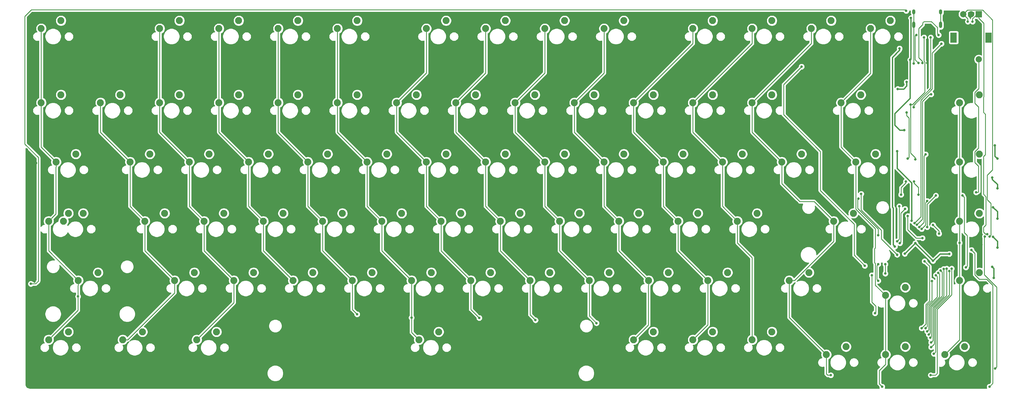
<source format=gtl>
G04 #@! TF.GenerationSoftware,KiCad,Pcbnew,(5.1.4)-1*
G04 #@! TF.CreationDate,2020-09-19T16:07:07+10:00*
G04 #@! TF.ProjectId,keyboard-10,6b657962-6f61-4726-942d-31302e6b6963,rev?*
G04 #@! TF.SameCoordinates,Original*
G04 #@! TF.FileFunction,Copper,L1,Top*
G04 #@! TF.FilePolarity,Positive*
%FSLAX46Y46*%
G04 Gerber Fmt 4.6, Leading zero omitted, Abs format (unit mm)*
G04 Created by KiCad (PCBNEW (5.1.4)-1) date 2020-09-19 16:07:07*
%MOMM*%
%LPD*%
G04 APERTURE LIST*
%ADD10C,2.250000*%
%ADD11R,2.000000X2.000000*%
%ADD12C,2.000000*%
%ADD13R,2.000000X3.200000*%
%ADD14O,1.000000X1.600000*%
%ADD15O,1.000000X2.100000*%
%ADD16C,0.800000*%
%ADD17C,0.250000*%
%ADD18C,0.381000*%
%ADD19C,0.254000*%
G04 APERTURE END LIST*
D10*
X146208750Y-157638750D03*
X139858750Y-160178750D03*
X141446250Y-157638750D03*
X135096250Y-160178750D03*
D11*
X434181250Y-93662500D03*
D12*
X431681250Y-93662500D03*
X429181250Y-93662500D03*
D13*
X437281250Y-101162500D03*
X426081250Y-101162500D03*
D12*
X434181250Y-108162500D03*
X429181250Y-108162500D03*
D10*
X139065000Y-95726250D03*
X132715000Y-98266250D03*
X410527500Y-181451250D03*
X404177500Y-183991250D03*
X379571250Y-176688750D03*
X373221250Y-179228750D03*
X358140000Y-138588750D03*
X351790000Y-141128750D03*
X377190000Y-138588750D03*
X370840000Y-141128750D03*
X172402500Y-157638750D03*
X166052500Y-160178750D03*
X272415000Y-119538750D03*
X266065000Y-122078750D03*
X429577500Y-200501250D03*
X423227500Y-203041250D03*
X410527500Y-200501250D03*
X404177500Y-203041250D03*
X391477500Y-200501250D03*
X385127500Y-203041250D03*
X367665000Y-195738750D03*
X361315000Y-198278750D03*
X348615000Y-195738750D03*
X342265000Y-198278750D03*
X329565000Y-195738750D03*
X323215000Y-198278750D03*
X260508750Y-195738750D03*
X254158750Y-198278750D03*
X189071250Y-195738750D03*
X182721250Y-198278750D03*
X165258750Y-195738750D03*
X158908750Y-198278750D03*
X141446250Y-195738750D03*
X135096250Y-198278750D03*
X434340000Y-176688750D03*
X427990000Y-179228750D03*
X353377500Y-176688750D03*
X347027500Y-179228750D03*
X334327500Y-176688750D03*
X327977500Y-179228750D03*
X315277500Y-176688750D03*
X308927500Y-179228750D03*
X296227500Y-176688750D03*
X289877500Y-179228750D03*
X277177500Y-176688750D03*
X270827500Y-179228750D03*
X258127500Y-176688750D03*
X251777500Y-179228750D03*
X239077500Y-176688750D03*
X232727500Y-179228750D03*
X220027500Y-176688750D03*
X213677500Y-179228750D03*
X200977500Y-176688750D03*
X194627500Y-179228750D03*
X181927500Y-176688750D03*
X175577500Y-179228750D03*
X150971250Y-176688750D03*
X144621250Y-179228750D03*
X434340000Y-157638750D03*
X427990000Y-160178750D03*
X393858750Y-157638750D03*
X387508750Y-160178750D03*
X362902500Y-157638750D03*
X356552500Y-160178750D03*
X343852500Y-157638750D03*
X337502500Y-160178750D03*
X324802500Y-157638750D03*
X318452500Y-160178750D03*
X305752500Y-157638750D03*
X299402500Y-160178750D03*
X286702500Y-157638750D03*
X280352500Y-160178750D03*
X267652500Y-157638750D03*
X261302500Y-160178750D03*
X248602500Y-157638750D03*
X242252500Y-160178750D03*
X229552500Y-157638750D03*
X223202500Y-160178750D03*
X210502500Y-157638750D03*
X204152500Y-160178750D03*
X191452500Y-157638750D03*
X185102500Y-160178750D03*
X434340000Y-138588750D03*
X427990000Y-141128750D03*
X401002500Y-138588750D03*
X394652500Y-141128750D03*
X339090000Y-138588750D03*
X332740000Y-141128750D03*
X320040000Y-138588750D03*
X313690000Y-141128750D03*
X300990000Y-138588750D03*
X294640000Y-141128750D03*
X281940000Y-138588750D03*
X275590000Y-141128750D03*
X262890000Y-138588750D03*
X256540000Y-141128750D03*
X243840000Y-138588750D03*
X237490000Y-141128750D03*
X224790000Y-138588750D03*
X218440000Y-141128750D03*
X205740000Y-138588750D03*
X199390000Y-141128750D03*
X186690000Y-138588750D03*
X180340000Y-141128750D03*
X167640000Y-138588750D03*
X161290000Y-141128750D03*
X143827500Y-138588750D03*
X137477500Y-141128750D03*
X434340000Y-119538750D03*
X427990000Y-122078750D03*
X396240000Y-119538750D03*
X389890000Y-122078750D03*
X367665000Y-119538750D03*
X361315000Y-122078750D03*
X348615000Y-119538750D03*
X342265000Y-122078750D03*
X329565000Y-119538750D03*
X323215000Y-122078750D03*
X310515000Y-119538750D03*
X304165000Y-122078750D03*
X291465000Y-119538750D03*
X285115000Y-122078750D03*
X253365000Y-119538750D03*
X247015000Y-122078750D03*
X234315000Y-119538750D03*
X227965000Y-122078750D03*
X215265000Y-119538750D03*
X208915000Y-122078750D03*
X196215000Y-119538750D03*
X189865000Y-122078750D03*
X177165000Y-119538750D03*
X170815000Y-122078750D03*
X158115000Y-119538750D03*
X151765000Y-122078750D03*
X139065000Y-119538750D03*
X132715000Y-122078750D03*
X405765000Y-95726250D03*
X399415000Y-98266250D03*
X386715000Y-95726250D03*
X380365000Y-98266250D03*
X367665000Y-95726250D03*
X361315000Y-98266250D03*
X348615000Y-95726250D03*
X342265000Y-98266250D03*
X320040000Y-95726250D03*
X313690000Y-98266250D03*
X300990000Y-95726250D03*
X294640000Y-98266250D03*
X281940000Y-95726250D03*
X275590000Y-98266250D03*
X262890000Y-95726250D03*
X256540000Y-98266250D03*
X234315000Y-95726250D03*
X227965000Y-98266250D03*
X215265000Y-95726250D03*
X208915000Y-98266250D03*
X196215000Y-95726250D03*
X189865000Y-98266250D03*
X177165000Y-95726250D03*
X170815000Y-98266250D03*
D14*
X421896000Y-92897000D03*
X413256000Y-92897000D03*
D15*
X421896000Y-97077000D03*
X413256000Y-97077000D03*
D16*
X440182000Y-168656000D03*
X438785000Y-165227000D03*
X440182000Y-159385000D03*
X438785000Y-155702000D03*
X440182000Y-149606000D03*
X400812000Y-189738000D03*
X399796000Y-177546000D03*
X144551251Y-184378749D03*
X404114000Y-177006250D03*
X404114000Y-173990000D03*
X401828000Y-179324000D03*
X401828000Y-173990000D03*
X415798000Y-194564000D03*
X234282989Y-190086989D03*
X416718750Y-173037500D03*
X419100000Y-179387500D03*
X417068000Y-194564000D03*
X251777500Y-191198500D03*
X420370000Y-177546000D03*
X417576000Y-195580000D03*
X273558000Y-191262000D03*
X421132000Y-176784000D03*
X291631251Y-191984749D03*
X418084000Y-196596000D03*
X421893394Y-176022000D03*
X418592000Y-197612000D03*
X311251281Y-192938719D03*
X422910000Y-175514000D03*
X418846000Y-199136000D03*
X418846000Y-200660000D03*
X423862500Y-175418750D03*
X424688000Y-176212500D03*
X419735000Y-202819000D03*
X386588000Y-209677000D03*
X418719000Y-209677000D03*
X425450000Y-175418750D03*
X431800000Y-169418000D03*
X437642000Y-213360000D03*
X403098000Y-213360000D03*
X413512000Y-160782000D03*
X422148000Y-103124000D03*
X414274000Y-161290000D03*
X418846000Y-119380000D03*
X415036000Y-162052000D03*
X417068000Y-138684000D03*
X415798000Y-162687000D03*
X401828000Y-164719000D03*
X395478000Y-152908000D03*
X417576000Y-153670000D03*
X417576000Y-162052000D03*
X420370000Y-151949002D03*
X430022000Y-175006000D03*
X428948998Y-151949002D03*
X436118000Y-165100000D03*
X439420000Y-207518000D03*
X410359790Y-170665210D03*
X413766000Y-167259000D03*
X419451927Y-172944927D03*
X424688000Y-170688000D03*
X412623000Y-160020000D03*
X407924000Y-137668000D03*
X407206193Y-168319193D03*
X408686000Y-104648000D03*
X408114500Y-117665500D03*
X410972000Y-115443000D03*
X438531000Y-146177000D03*
X438531000Y-174879000D03*
X439039000Y-178435000D03*
X440182000Y-140081000D03*
X439356500Y-135826500D03*
X417576000Y-109347000D03*
X417576000Y-101854000D03*
X131064000Y-141478000D03*
X128143000Y-137160000D03*
X128201000Y-146489000D03*
X130683000Y-150876000D03*
X128201000Y-156152000D03*
X130683000Y-160655000D03*
X128143000Y-165354000D03*
X130556000Y-170053000D03*
X128143000Y-175133000D03*
X130556000Y-179578000D03*
X435005000Y-167767000D03*
X435005000Y-159923000D03*
X409321000Y-96774000D03*
X421386000Y-164211000D03*
X419481000Y-161417000D03*
X413258000Y-109474000D03*
X412115000Y-108331000D03*
X412365490Y-94872510D03*
X410210000Y-130937000D03*
X414782000Y-151638000D03*
X413385000Y-147447000D03*
X409194000Y-151638000D03*
X410718000Y-147447000D03*
X397510000Y-174498000D03*
X377190000Y-110490000D03*
X436908501Y-164366501D03*
X432181000Y-96012000D03*
X437642000Y-165100000D03*
X430657000Y-96012000D03*
X427990000Y-167132000D03*
X410464000Y-156210000D03*
X408813000Y-167259000D03*
X414147000Y-100330000D03*
X414782000Y-109347000D03*
X416052000Y-165608000D03*
X411353000Y-158496000D03*
X408622653Y-155384347D03*
X407924000Y-166624000D03*
X421259000Y-100330000D03*
X416052000Y-109347000D03*
X407924000Y-170942000D03*
X396367000Y-151384000D03*
X433324000Y-150876000D03*
X411353000Y-140081000D03*
X410972000Y-125222000D03*
X418719000Y-101092000D03*
X413258000Y-123571000D03*
X413766000Y-140335000D03*
X412242000Y-122682000D03*
X416560000Y-101092000D03*
X410845000Y-92583000D03*
X129376001Y-180303001D03*
D17*
X132715000Y-98266250D02*
X132715000Y-122078750D01*
X132715000Y-136366250D02*
X137477500Y-141128750D01*
X132715000Y-122078750D02*
X132715000Y-136366250D01*
X136221249Y-159053751D02*
X135096250Y-160178750D01*
X137407501Y-157867499D02*
X136221249Y-159053751D01*
X137407501Y-142789739D02*
X137407501Y-157867499D01*
X137477500Y-142719740D02*
X137407501Y-142789739D01*
X137477500Y-141128750D02*
X137477500Y-142719740D01*
X135096250Y-169703750D02*
X144621250Y-179228750D01*
X135096250Y-160178750D02*
X135096250Y-169703750D01*
X136221249Y-197153751D02*
X135096250Y-198278750D01*
X144551251Y-188823749D02*
X136221249Y-197153751D01*
X144551251Y-180889739D02*
X144551251Y-184378749D01*
X144621250Y-180819740D02*
X144551251Y-180889739D01*
X144621250Y-179228750D02*
X144621250Y-180819740D01*
X401066000Y-189484000D02*
X400812000Y-189738000D01*
X401066000Y-187452000D02*
X401066000Y-189484000D01*
X399796000Y-186182000D02*
X401066000Y-187452000D01*
X399796000Y-177546000D02*
X399796000Y-186182000D01*
X144551251Y-184378749D02*
X144551251Y-188823749D01*
X151765000Y-131603750D02*
X161290000Y-141128750D01*
X151765000Y-122078750D02*
X151765000Y-131603750D01*
X161290000Y-155416250D02*
X166052500Y-160178750D01*
X161290000Y-141128750D02*
X161290000Y-155416250D01*
X166052500Y-169703750D02*
X175577500Y-179228750D01*
X166052500Y-160178750D02*
X166052500Y-169703750D01*
X160499740Y-198278750D02*
X158908750Y-198278750D01*
X175577500Y-183200990D02*
X160499740Y-198278750D01*
X175577500Y-179228750D02*
X175577500Y-183200990D01*
X404114000Y-173990000D02*
X404114000Y-173990000D01*
X404114000Y-174555685D02*
X404114000Y-177006250D01*
X404114000Y-173990000D02*
X404114000Y-174555685D01*
X170815000Y-98266250D02*
X170815000Y-122078750D01*
X170815000Y-131603750D02*
X180340000Y-141128750D01*
X170815000Y-122078750D02*
X170815000Y-131603750D01*
X180340000Y-155416250D02*
X185102500Y-160178750D01*
X180340000Y-141128750D02*
X180340000Y-155416250D01*
X185102500Y-169703750D02*
X185626375Y-170227625D01*
X185102500Y-160178750D02*
X185102500Y-169703750D01*
X194627500Y-186372500D02*
X182721250Y-198278750D01*
X194627500Y-179228750D02*
X194627500Y-186372500D01*
X401828000Y-179324000D02*
X401387859Y-178883859D01*
X401387859Y-178883859D02*
X401387859Y-174752000D01*
X401387859Y-174752000D02*
X401387859Y-174430141D01*
X401387859Y-174430141D02*
X401828000Y-173990000D01*
X401828000Y-173990000D02*
X401828000Y-173990000D01*
X185626375Y-170227625D02*
X194627500Y-179228750D01*
X189865000Y-99857240D02*
X189865000Y-122078750D01*
X189865000Y-98266250D02*
X189865000Y-99857240D01*
X189865000Y-131603750D02*
X199390000Y-141128750D01*
X189865000Y-122078750D02*
X189865000Y-131603750D01*
X199390000Y-155416250D02*
X204152500Y-160178750D01*
X199390000Y-141128750D02*
X199390000Y-155416250D01*
X204152500Y-169703750D02*
X213677500Y-179228750D01*
X204152500Y-160178750D02*
X204152500Y-169703750D01*
X208915000Y-101312252D02*
X208915000Y-122078750D01*
X208915000Y-98266250D02*
X208915000Y-101312252D01*
X208915000Y-131603750D02*
X218440000Y-141128750D01*
X208915000Y-122078750D02*
X208915000Y-131603750D01*
X218440000Y-155416250D02*
X223202500Y-160178750D01*
X218440000Y-141128750D02*
X218440000Y-155416250D01*
X223202500Y-169703750D02*
X232727500Y-179228750D01*
X223202500Y-160178750D02*
X223202500Y-169703750D01*
X415798000Y-194564000D02*
X415798000Y-194564000D01*
X232727500Y-188531500D02*
X234282989Y-190086989D01*
X232727500Y-179228750D02*
X232727500Y-188531500D01*
X416718750Y-173037500D02*
X416718750Y-173037500D01*
X417157419Y-193204581D02*
X415798000Y-194564000D01*
X417157419Y-186971711D02*
X417157419Y-193204581D01*
X418306250Y-185822880D02*
X417157419Y-186971711D01*
X416718750Y-173037500D02*
X418306250Y-174625000D01*
X418306250Y-174625000D02*
X418306250Y-185822880D01*
X227965000Y-99857240D02*
X227965000Y-122078750D01*
X227965000Y-98266250D02*
X227965000Y-99857240D01*
X227965000Y-131603750D02*
X237490000Y-141128750D01*
X227965000Y-122078750D02*
X227965000Y-131603750D01*
X237490000Y-155416250D02*
X242252500Y-160178750D01*
X237490000Y-141128750D02*
X237490000Y-155416250D01*
X242252500Y-169703750D02*
X251777500Y-179228750D01*
X242252500Y-160178750D02*
X242252500Y-169703750D01*
X251777500Y-195897500D02*
X254158750Y-198278750D01*
X251777500Y-179228750D02*
X251777500Y-191198500D01*
X417068000Y-194564000D02*
X417068000Y-194564000D01*
X251777500Y-191198500D02*
X251777500Y-195897500D01*
X417607429Y-194024571D02*
X417607429Y-187158111D01*
X417068000Y-194564000D02*
X417607429Y-194024571D01*
X419100000Y-185665540D02*
X419100000Y-179387500D01*
X419064020Y-185701520D02*
X419100000Y-185665540D01*
X417607429Y-187158111D02*
X419064020Y-185701520D01*
X247015000Y-131603750D02*
X256540000Y-141128750D01*
X247015000Y-122078750D02*
X247015000Y-131603750D01*
X256540000Y-155416250D02*
X261302500Y-160178750D01*
X256540000Y-141128750D02*
X256540000Y-155416250D01*
X261302500Y-169703750D02*
X270827500Y-179228750D01*
X261302500Y-160178750D02*
X261302500Y-169703750D01*
X256540000Y-112553750D02*
X247015000Y-122078750D01*
X256540000Y-98266250D02*
X256540000Y-112553750D01*
X417576000Y-195580000D02*
X417576000Y-195580000D01*
X270827500Y-188531500D02*
X273558000Y-191262000D01*
X270827500Y-179228750D02*
X270827500Y-188531500D01*
X420769999Y-177945999D02*
X420370000Y-177546000D01*
X420769999Y-184631951D02*
X420769999Y-177945999D01*
X418057439Y-187344511D02*
X420769999Y-184631951D01*
X418057439Y-195098561D02*
X418057439Y-187344511D01*
X417576000Y-195580000D02*
X418057439Y-195098561D01*
X275590000Y-112553750D02*
X266065000Y-122078750D01*
X275590000Y-98266250D02*
X275590000Y-112553750D01*
X266065000Y-131603750D02*
X275590000Y-141128750D01*
X266065000Y-122078750D02*
X266065000Y-131603750D01*
X275590000Y-155416250D02*
X280352500Y-160178750D01*
X275590000Y-141128750D02*
X275590000Y-155416250D01*
X280352500Y-169703750D02*
X289877500Y-179228750D01*
X280352500Y-160178750D02*
X280352500Y-169703750D01*
X289877500Y-190230998D02*
X291631251Y-191984749D01*
X289877500Y-179228750D02*
X289877500Y-190230998D01*
X421531999Y-177183999D02*
X421132000Y-176784000D01*
X421531999Y-184506361D02*
X421531999Y-177183999D01*
X418507449Y-187530911D02*
X421531999Y-184506361D01*
X418507449Y-196172551D02*
X418507449Y-187530911D01*
X418084000Y-196596000D02*
X418507449Y-196172551D01*
X294640000Y-112553750D02*
X285115000Y-122078750D01*
X294640000Y-98266250D02*
X294640000Y-112553750D01*
X285115000Y-131603750D02*
X294640000Y-141128750D01*
X285115000Y-122078750D02*
X285115000Y-131603750D01*
X294640000Y-155416250D02*
X299402500Y-160178750D01*
X294640000Y-141128750D02*
X294640000Y-155416250D01*
X299402500Y-169703750D02*
X308927500Y-179228750D01*
X299402500Y-160178750D02*
X299402500Y-169703750D01*
X418957459Y-187717311D02*
X418957459Y-197246541D01*
X418957459Y-197246541D02*
X418592000Y-197612000D01*
X418592000Y-197612000D02*
X418592000Y-197612000D01*
X308927500Y-190614938D02*
X311251281Y-192938719D01*
X308927500Y-179228750D02*
X308927500Y-190614938D01*
X422399885Y-176528491D02*
X421893394Y-176022000D01*
X422399885Y-184274885D02*
X422399885Y-176528491D01*
X422399885Y-184274885D02*
X418957459Y-187717311D01*
X313690000Y-112553750D02*
X304165000Y-122078750D01*
X313690000Y-98266250D02*
X313690000Y-112553750D01*
X304165000Y-131603750D02*
X313690000Y-141128750D01*
X304165000Y-122078750D02*
X304165000Y-131603750D01*
X313690000Y-155416250D02*
X318452500Y-160178750D01*
X313690000Y-141128750D02*
X313690000Y-155416250D01*
X318452500Y-169703750D02*
X327977500Y-179228750D01*
X318452500Y-160178750D02*
X318452500Y-169703750D01*
X324339999Y-197153751D02*
X323215000Y-198278750D01*
X327907501Y-193586249D02*
X324339999Y-197153751D01*
X327907501Y-180889739D02*
X327907501Y-193586249D01*
X327977500Y-180819740D02*
X327907501Y-180889739D01*
X327977500Y-179228750D02*
X327977500Y-180819740D01*
X418846000Y-199136000D02*
X418846000Y-199136000D01*
X422910000Y-184401180D02*
X422910000Y-175514000D01*
X419407469Y-187903711D02*
X422910000Y-184401180D01*
X419407469Y-198574531D02*
X419407469Y-187903711D01*
X418846000Y-199136000D02*
X419407469Y-198574531D01*
X342265000Y-103028750D02*
X323215000Y-122078750D01*
X342265000Y-98266250D02*
X342265000Y-103028750D01*
X323215000Y-131603750D02*
X332740000Y-141128750D01*
X323215000Y-122078750D02*
X323215000Y-131603750D01*
X332740000Y-155416250D02*
X337502500Y-160178750D01*
X332740000Y-141128750D02*
X332740000Y-155416250D01*
X337502500Y-169703750D02*
X347027500Y-179228750D01*
X337502500Y-160178750D02*
X337502500Y-169703750D01*
X347027500Y-193516250D02*
X342265000Y-198278750D01*
X347027500Y-179228750D02*
X347027500Y-193516250D01*
X419857479Y-188090111D02*
X419857479Y-193170111D01*
X419857479Y-193170111D02*
X419857479Y-199648521D01*
X419857479Y-199648521D02*
X418846000Y-200660000D01*
X423862500Y-184085090D02*
X423433170Y-184514420D01*
X423433170Y-184514420D02*
X419857479Y-188090111D01*
X423862500Y-175418750D02*
X423862500Y-184085090D01*
X361315000Y-103028750D02*
X342265000Y-122078750D01*
X361315000Y-98266250D02*
X361315000Y-103028750D01*
X342265000Y-131603750D02*
X351790000Y-141128750D01*
X342265000Y-122078750D02*
X342265000Y-131603750D01*
X351790000Y-155416250D02*
X356552500Y-160178750D01*
X351790000Y-141128750D02*
X351790000Y-155416250D01*
X361315000Y-196687760D02*
X361315000Y-198278750D01*
X361315000Y-171911952D02*
X361315000Y-196687760D01*
X356552500Y-167149452D02*
X361315000Y-171911952D01*
X356552500Y-160178750D02*
X356552500Y-167149452D01*
X420307489Y-202246511D02*
X419735000Y-202819000D01*
X420307489Y-188276511D02*
X420307489Y-202246511D01*
X424688000Y-176212500D02*
X424688000Y-183896000D01*
X424688000Y-183896000D02*
X420307489Y-188276511D01*
X380365000Y-103028750D02*
X361315000Y-122078750D01*
X380365000Y-98266250D02*
X380365000Y-103028750D01*
X361315000Y-131603750D02*
X370840000Y-141128750D01*
X361315000Y-122078750D02*
X361315000Y-131603750D01*
X386383751Y-159053751D02*
X387508750Y-160178750D01*
X381214749Y-153884749D02*
X386383751Y-159053751D01*
X376625297Y-153884749D02*
X381214749Y-153884749D01*
X370840000Y-148099452D02*
X376625297Y-153884749D01*
X370840000Y-141128750D02*
X370840000Y-148099452D01*
X374812240Y-179228750D02*
X373221250Y-179228750D01*
X374885248Y-179228750D02*
X374812240Y-179228750D01*
X387508750Y-166605248D02*
X374885248Y-179228750D01*
X387508750Y-160178750D02*
X387508750Y-166605248D01*
X373221250Y-191135000D02*
X385127500Y-203041250D01*
X373221250Y-179228750D02*
X373221250Y-191135000D01*
X425450000Y-183781998D02*
X425265999Y-183965999D01*
X425450000Y-175418750D02*
X425450000Y-183781998D01*
X420757499Y-188474499D02*
X425265999Y-183965999D01*
X385127500Y-209232500D02*
X385127500Y-207962500D01*
X385572000Y-209677000D02*
X385127500Y-209232500D01*
X386588000Y-209677000D02*
X385572000Y-209677000D01*
X385127500Y-203041250D02*
X385127500Y-207962500D01*
X385127500Y-207962500D02*
X385127500Y-208089500D01*
X420757499Y-207257501D02*
X420757499Y-209162501D01*
X420757499Y-207257501D02*
X420757499Y-188474499D01*
X420757499Y-208146501D02*
X420757499Y-207257501D01*
X420243000Y-209677000D02*
X418719000Y-209677000D01*
X420757499Y-209162501D02*
X420243000Y-209677000D01*
X391014999Y-120953751D02*
X389890000Y-122078750D01*
X399345001Y-112623749D02*
X391014999Y-120953751D01*
X399345001Y-99927239D02*
X399345001Y-112623749D01*
X399415000Y-99857240D02*
X399345001Y-99927239D01*
X399415000Y-98266250D02*
X399415000Y-99857240D01*
X389890000Y-136366250D02*
X394652500Y-141128750D01*
X389890000Y-122078750D02*
X389890000Y-136366250D01*
X404177500Y-183991250D02*
X404177500Y-203041250D01*
X432889999Y-175084980D02*
X432889999Y-177365999D01*
X432889999Y-177365999D02*
X434340000Y-178816000D01*
X434340000Y-178816000D02*
X436751590Y-178816000D01*
X438694999Y-180759409D02*
X438694999Y-208062999D01*
X436751590Y-178816000D02*
X438694999Y-180759409D01*
X438694999Y-212307001D02*
X437642000Y-213360000D01*
X438694999Y-208062999D02*
X438694999Y-212307001D01*
X437642000Y-213360000D02*
X437642000Y-213360000D01*
X404177500Y-203041250D02*
X404177500Y-206184500D01*
X404177500Y-206184500D02*
X402157509Y-208204491D01*
X402157509Y-212419509D02*
X403098000Y-213360000D01*
X402157509Y-208204491D02*
X402157509Y-212419509D01*
X432889999Y-170507999D02*
X431800000Y-169418000D01*
X432889999Y-173535001D02*
X432889999Y-170507999D01*
X432889999Y-175084980D02*
X432889999Y-173535001D01*
X394652500Y-156286498D02*
X394652500Y-141128750D01*
X400937849Y-162571847D02*
X394652500Y-156286498D01*
X404177500Y-183991250D02*
X400937849Y-180751599D01*
X400937849Y-180751599D02*
X400937849Y-173734849D01*
X400937849Y-173734849D02*
X400685000Y-173482000D01*
X400685000Y-173482000D02*
X400685000Y-169037000D01*
X400685000Y-169037000D02*
X400937849Y-168784151D01*
X400937849Y-168784151D02*
X400937849Y-162571847D01*
X415507001Y-158786999D02*
X413512000Y-160782000D01*
X419169010Y-106102990D02*
X419169010Y-117661400D01*
X419169010Y-117661400D02*
X415507001Y-121323409D01*
X415507001Y-121323409D02*
X415507001Y-158786999D01*
X422148000Y-103124000D02*
X419169010Y-106102990D01*
X414274000Y-161290000D02*
X416052000Y-159512000D01*
X416052000Y-159512000D02*
X416052000Y-145288000D01*
X416052000Y-145288000D02*
X416052000Y-127762000D01*
X416052000Y-127762000D02*
X416052000Y-121666000D01*
X416052000Y-121666000D02*
X418338000Y-119380000D01*
X418338000Y-119380000D02*
X418846000Y-119380000D01*
X418846000Y-119380000D02*
X418846000Y-119380000D01*
X415036000Y-162052000D02*
X416560000Y-160528000D01*
X416560000Y-160528000D02*
X416560000Y-139192000D01*
X416560000Y-139192000D02*
X417068000Y-138684000D01*
X417068000Y-138684000D02*
X417068000Y-138684000D01*
X401828000Y-164719000D02*
X401828000Y-162687000D01*
X401828000Y-162687000D02*
X395224000Y-156083000D01*
X395224000Y-156083000D02*
X395224000Y-153162000D01*
X395224000Y-153162000D02*
X395478000Y-152908000D01*
X395478000Y-152908000D02*
X395478000Y-152908000D01*
X415798000Y-162687000D02*
X417068000Y-161417000D01*
X417068000Y-161417000D02*
X417068000Y-154178000D01*
X417068000Y-154178000D02*
X417576000Y-153670000D01*
X417576000Y-153670000D02*
X417576000Y-153670000D01*
X417576000Y-162052000D02*
X417576000Y-154743002D01*
X417576000Y-154743002D02*
X420370000Y-151949002D01*
X420370000Y-151949002D02*
X420370000Y-151949002D01*
X429481099Y-152481103D02*
X428948998Y-151949002D01*
X429481099Y-163831823D02*
X429481099Y-152481103D01*
X430421999Y-164772723D02*
X429481099Y-163831823D01*
X430022000Y-175006000D02*
X430421999Y-174606001D01*
X430421999Y-174606001D02*
X430421999Y-164772723D01*
X435958989Y-165259011D02*
X435958989Y-177386989D01*
X435958989Y-177386989D02*
X439924980Y-181352980D01*
X436118000Y-165100000D02*
X435958989Y-165259011D01*
X439924980Y-181352980D02*
X439924980Y-207013020D01*
X439924980Y-207013020D02*
X439420000Y-207518000D01*
X439420000Y-207518000D02*
X439420000Y-207518000D01*
D18*
X410359790Y-170665210D02*
X413766000Y-167259000D01*
X413766000Y-167259000D02*
X413766000Y-167259000D01*
X413766000Y-167259000D02*
X418338000Y-171831000D01*
X418338000Y-171831000D02*
X419451927Y-172944927D01*
X421708854Y-170688000D02*
X419451927Y-172944927D01*
X424688000Y-170688000D02*
X421708854Y-170688000D01*
X412623000Y-147854942D02*
X407924000Y-143155942D01*
X412623000Y-160020000D02*
X412623000Y-147854942D01*
X407924000Y-143155942D02*
X407924000Y-137668000D01*
X407924000Y-137668000D02*
X407924000Y-137668000D01*
X406654000Y-167767000D02*
X407206193Y-168319193D01*
X406654000Y-155956000D02*
X406654000Y-167767000D01*
X406371499Y-155673499D02*
X406654000Y-155956000D01*
X406371499Y-107528186D02*
X406371499Y-155673499D01*
X408686000Y-104648000D02*
X408686000Y-105213685D01*
X408686000Y-105213685D02*
X406371499Y-107528186D01*
X438531000Y-146742685D02*
X440182000Y-148393685D01*
X438531000Y-146177000D02*
X438531000Y-146742685D01*
X440182000Y-148393685D02*
X440182000Y-149606000D01*
X440182000Y-157099000D02*
X438785000Y-155702000D01*
X440182000Y-159385000D02*
X440182000Y-157099000D01*
X440182000Y-166624000D02*
X438785000Y-165227000D01*
X440182000Y-168656000D02*
X440182000Y-166624000D01*
X439039000Y-175387000D02*
X438531000Y-174879000D01*
X439039000Y-178435000D02*
X439039000Y-175387000D01*
X410019500Y-117665500D02*
X408114500Y-117665500D01*
X410972000Y-116713000D02*
X410019500Y-117665500D01*
X410972000Y-115443000D02*
X410972000Y-116713000D01*
X439356500Y-139255500D02*
X440182000Y-140081000D01*
X439356500Y-135826500D02*
X439356500Y-139255500D01*
X417576000Y-101727000D02*
X417576000Y-101854000D01*
X417576000Y-102362000D02*
X417576000Y-101854000D01*
X417576000Y-102362000D02*
X417576000Y-109347000D01*
X128143000Y-138557000D02*
X131064000Y-141478000D01*
X128143000Y-137160000D02*
X128143000Y-138557000D01*
X128201000Y-148394000D02*
X130683000Y-150876000D01*
X128201000Y-146489000D02*
X128201000Y-148394000D01*
X128201000Y-158173000D02*
X130683000Y-160655000D01*
X128201000Y-156152000D02*
X128201000Y-158173000D01*
X128143000Y-167640000D02*
X130556000Y-170053000D01*
X128143000Y-165354000D02*
X128143000Y-167640000D01*
X128143000Y-177165000D02*
X128143000Y-175133000D01*
X130556000Y-179578000D02*
X128143000Y-177165000D01*
X435005000Y-167767000D02*
X435005000Y-159923000D01*
X435005000Y-159923000D02*
X435005000Y-159923000D01*
D17*
X421386000Y-164211000D02*
X421386000Y-163322000D01*
X421386000Y-163322000D02*
X419735000Y-161671000D01*
X419735000Y-161671000D02*
X419481000Y-161417000D01*
X419481000Y-161417000D02*
X419481000Y-161417000D01*
X413256000Y-95777000D02*
X413256000Y-92897000D01*
X413256000Y-97077000D02*
X413256000Y-95777000D01*
X421896000Y-95777000D02*
X421896000Y-92897000D01*
X421896000Y-97077000D02*
X421896000Y-95777000D01*
X413256000Y-109472000D02*
X413258000Y-109474000D01*
X413256000Y-97077000D02*
X413256000Y-109472000D01*
D18*
X407162000Y-127762000D02*
X407162000Y-127762000D01*
X412365490Y-108080510D02*
X412365490Y-94872510D01*
X412115000Y-108331000D02*
X412365490Y-108080510D01*
X412365490Y-94872510D02*
X412365490Y-94872510D01*
X412115000Y-120650000D02*
X412115000Y-108331000D01*
X407162000Y-125603000D02*
X412115000Y-120650000D01*
X407162000Y-129286000D02*
X407162000Y-125603000D01*
X408813000Y-130937000D02*
X407162000Y-129286000D01*
X410210000Y-130937000D02*
X408813000Y-130937000D01*
D17*
X414782000Y-151638000D02*
X414782000Y-149352000D01*
X414782000Y-149352000D02*
X413385000Y-147955000D01*
X413385000Y-147955000D02*
X413385000Y-147447000D01*
X413385000Y-147447000D02*
X413385000Y-147447000D01*
X409194000Y-151638000D02*
X409194000Y-149352000D01*
X409194000Y-149352000D02*
X410718000Y-147828000D01*
X410718000Y-147828000D02*
X410718000Y-147447000D01*
X410718000Y-147447000D02*
X410718000Y-147447000D01*
X397510000Y-174498000D02*
X394087661Y-171075661D01*
X394087661Y-171075661D02*
X394087661Y-161169661D01*
X371405001Y-125948725D02*
X371405001Y-116643001D01*
X383212501Y-137756225D02*
X371405001Y-125948725D01*
X383212501Y-150294501D02*
X383212501Y-137756225D01*
X394087661Y-161169661D02*
X383212501Y-150294501D01*
X371405001Y-116643001D02*
X371405001Y-116274999D01*
X371405001Y-116274999D02*
X377190000Y-110490000D01*
X377190000Y-110490000D02*
X377190000Y-110490000D01*
X436466990Y-161355758D02*
X436466990Y-152305010D01*
X435679999Y-162142749D02*
X436466990Y-161355758D01*
X435679999Y-163703684D02*
X435679999Y-162142749D01*
X436342816Y-164366501D02*
X435679999Y-163703684D01*
X436908501Y-164366501D02*
X436342816Y-164366501D01*
X432181000Y-95446315D02*
X432181000Y-96012000D01*
X432181000Y-95123752D02*
X432181000Y-95446315D01*
X433642252Y-93662500D02*
X432181000Y-95123752D01*
X434181250Y-93662500D02*
X433642252Y-93662500D01*
X434181250Y-94912500D02*
X434181250Y-93662500D01*
X435790001Y-96521251D02*
X434181250Y-94912500D01*
X435790001Y-120234751D02*
X435790001Y-96521251D01*
X435679999Y-120344753D02*
X435790001Y-120234751D01*
X435679999Y-125194751D02*
X435679999Y-120344753D01*
X436303999Y-125818751D02*
X435679999Y-125194751D01*
X436303999Y-138770753D02*
X436303999Y-125818751D01*
X435679999Y-151518019D02*
X435679999Y-139394753D01*
X435679999Y-139394753D02*
X436303999Y-138770753D01*
X436466990Y-152305010D02*
X435679999Y-151518019D01*
X430657000Y-95138250D02*
X430657000Y-96012000D01*
X429181250Y-93662500D02*
X430657000Y-95138250D01*
X430181249Y-92662501D02*
X429181250Y-93662500D01*
X435441251Y-92337499D02*
X430506251Y-92337499D01*
X438606251Y-95502499D02*
X435441251Y-92337499D01*
X430506251Y-92337499D02*
X430181249Y-92662501D01*
X438606251Y-143718501D02*
X438606251Y-95502499D01*
X436916999Y-145407753D02*
X438606251Y-143718501D01*
X436916999Y-153256001D02*
X436916999Y-145407753D01*
X438080001Y-154419003D02*
X436916999Y-153256001D01*
X438080001Y-164661999D02*
X438080001Y-154419003D01*
X437642000Y-165100000D02*
X438080001Y-164661999D01*
X427990000Y-122078750D02*
X427990000Y-141128750D01*
X427990000Y-141128750D02*
X427990000Y-160178750D01*
X427990000Y-160178750D02*
X427990000Y-167132000D01*
X427990000Y-198278750D02*
X423227500Y-203041250D01*
X427990000Y-179228750D02*
X427990000Y-198278750D01*
X427990000Y-167132000D02*
X427990000Y-179228750D01*
X410464000Y-156210000D02*
X409072663Y-157601337D01*
X409072663Y-157601337D02*
X409072663Y-166999337D01*
X409072663Y-166999337D02*
X408813000Y-167259000D01*
X408813000Y-167259000D02*
X408813000Y-167259000D01*
X413893000Y-100330000D02*
X413706010Y-100516990D01*
X414147000Y-100330000D02*
X413893000Y-100330000D01*
X413706010Y-108271010D02*
X414782000Y-109347000D01*
X413706010Y-100516990D02*
X413706010Y-108271010D01*
X414401000Y-165608000D02*
X414020000Y-165608000D01*
X414401000Y-165608000D02*
X414274000Y-165608000D01*
X416052000Y-165608000D02*
X414401000Y-165608000D01*
X414020000Y-165608000D02*
X411353000Y-162941000D01*
X411353000Y-162941000D02*
X411353000Y-158496000D01*
X411353000Y-158496000D02*
X411353000Y-158496000D01*
X408622653Y-165544347D02*
X408622653Y-165925347D01*
X408622653Y-155384347D02*
X408622653Y-165544347D01*
X408622653Y-165925347D02*
X408178000Y-166370000D01*
X408178000Y-166370000D02*
X407924000Y-166624000D01*
X407924000Y-166624000D02*
X407924000Y-166624000D01*
X416560000Y-96012000D02*
X416560000Y-96012000D01*
X420859001Y-99930001D02*
X421259000Y-100330000D01*
X416560000Y-96012000D02*
X418968998Y-96012000D01*
X416052000Y-109347000D02*
X416052000Y-108781315D01*
X416052000Y-108781315D02*
X414872001Y-107601316D01*
X414872001Y-107601316D02*
X414872001Y-98261001D01*
X418968998Y-96012000D02*
X420859001Y-97902003D01*
X414872001Y-98261001D02*
X416179000Y-96954002D01*
X420859001Y-97902003D02*
X420859001Y-99930001D01*
X416179000Y-96954002D02*
X416179000Y-96393000D01*
X416179000Y-96393000D02*
X416560000Y-96012000D01*
D18*
X407924000Y-171196000D02*
X407924000Y-170942000D01*
X407924000Y-170942000D02*
X407924000Y-170942000D01*
D17*
X396367000Y-156589590D02*
X402844000Y-163066590D01*
X396367000Y-151384000D02*
X396367000Y-156589590D01*
X402844000Y-165862000D02*
X407924000Y-170942000D01*
X402844000Y-163066590D02*
X402844000Y-165862000D01*
X432889999Y-141326775D02*
X434118901Y-142555677D01*
X432889999Y-137892749D02*
X432889999Y-141326775D01*
X432889999Y-118842749D02*
X432889999Y-122276775D01*
X434181250Y-108162500D02*
X434181250Y-117551498D01*
X432889999Y-122276775D02*
X434118901Y-123505677D01*
X434181250Y-117551498D02*
X432889999Y-118842749D01*
X434118901Y-123505677D02*
X434118901Y-136663847D01*
X434118901Y-136663847D02*
X432889999Y-137892749D01*
X434118901Y-150208099D02*
X434118901Y-149765901D01*
X434118901Y-142555677D02*
X434118901Y-149765901D01*
X434118901Y-149765901D02*
X434118901Y-149954099D01*
X434118901Y-150646784D02*
X434118901Y-150208099D01*
X433889685Y-150876000D02*
X434118901Y-150646784D01*
X433324000Y-150876000D02*
X433889685Y-150876000D01*
X411752999Y-139681001D02*
X411752999Y-127018999D01*
X411353000Y-140081000D02*
X411752999Y-139681001D01*
X411752999Y-127018999D02*
X410972000Y-126238000D01*
X410972000Y-126238000D02*
X410972000Y-125222000D01*
X410972000Y-125222000D02*
X410972000Y-125222000D01*
X418719000Y-101092000D02*
X418719000Y-117475000D01*
X418719000Y-117475000D02*
X413258000Y-122936000D01*
X413258000Y-122936000D02*
X413258000Y-123571000D01*
X413258000Y-123571000D02*
X413258000Y-123571000D01*
X413766000Y-139769315D02*
X412242000Y-138245315D01*
X413766000Y-140335000D02*
X413766000Y-139769315D01*
X412242000Y-138245315D02*
X412242000Y-122682000D01*
X412242000Y-122682000D02*
X412242000Y-122682000D01*
X412807685Y-122682000D02*
X412242000Y-122682000D01*
X416777001Y-118712684D02*
X412807685Y-122682000D01*
X416777001Y-108998999D02*
X416777001Y-118712684D01*
X416560000Y-108781998D02*
X416777001Y-108998999D01*
X416560000Y-101092000D02*
X416560000Y-108781998D01*
X127425009Y-135369007D02*
X131789001Y-139732999D01*
X127425009Y-100203000D02*
X127425009Y-135369007D01*
X131789001Y-139732999D02*
X131789001Y-179418001D01*
X131789001Y-179418001D02*
X130904001Y-180303001D01*
X130904001Y-180303001D02*
X129376001Y-180303001D01*
X127425009Y-94316991D02*
X127425009Y-100203000D01*
X129510740Y-92231260D02*
X127425009Y-94316991D01*
X129891740Y-92231260D02*
X129510740Y-92231260D01*
X130147150Y-92231260D02*
X129891740Y-92231260D01*
X243049270Y-92231260D02*
X130147150Y-92231260D01*
X410620260Y-92231260D02*
X243049270Y-92231260D01*
X410845000Y-92583000D02*
X410845000Y-92456000D01*
X410845000Y-92456000D02*
X410620260Y-92231260D01*
X129376001Y-180303001D02*
X129376001Y-180303001D01*
D19*
G36*
X427911263Y-92620248D02*
G01*
X427732332Y-92888037D01*
X427609082Y-93185588D01*
X427546250Y-93501467D01*
X427546250Y-93823533D01*
X427609082Y-94139412D01*
X427732332Y-94436963D01*
X427911263Y-94704752D01*
X428138998Y-94932487D01*
X428406787Y-95111418D01*
X428704338Y-95234668D01*
X429020217Y-95297500D01*
X429342283Y-95297500D01*
X429658162Y-95234668D01*
X429672625Y-95228677D01*
X429830277Y-95386328D01*
X429739795Y-95521744D01*
X429661774Y-95710102D01*
X429622000Y-95910061D01*
X429622000Y-96113939D01*
X429661774Y-96313898D01*
X429739795Y-96502256D01*
X429853063Y-96671774D01*
X429997226Y-96815937D01*
X430166744Y-96929205D01*
X430355102Y-97007226D01*
X430555061Y-97047000D01*
X430758939Y-97047000D01*
X430958898Y-97007226D01*
X431147256Y-96929205D01*
X431316774Y-96815937D01*
X431419000Y-96713711D01*
X431521226Y-96815937D01*
X431690744Y-96929205D01*
X431879102Y-97007226D01*
X432079061Y-97047000D01*
X432282939Y-97047000D01*
X432482898Y-97007226D01*
X432671256Y-96929205D01*
X432840774Y-96815937D01*
X432984937Y-96671774D01*
X433098205Y-96502256D01*
X433176226Y-96313898D01*
X433216000Y-96113939D01*
X433216000Y-95910061D01*
X433176226Y-95710102D01*
X433098205Y-95521744D01*
X433001916Y-95377637D01*
X433088151Y-95291403D01*
X433181250Y-95300572D01*
X433526924Y-95300572D01*
X433546276Y-95336776D01*
X433560012Y-95353513D01*
X433641249Y-95452501D01*
X433670252Y-95476303D01*
X435030002Y-96836055D01*
X435030002Y-106763220D01*
X434955713Y-106713582D01*
X434658162Y-106590332D01*
X434342283Y-106527500D01*
X434020217Y-106527500D01*
X433704338Y-106590332D01*
X433406787Y-106713582D01*
X433138998Y-106892513D01*
X432911263Y-107120248D01*
X432732332Y-107388037D01*
X432609082Y-107685588D01*
X432546250Y-108001467D01*
X432546250Y-108323533D01*
X432609082Y-108639412D01*
X432732332Y-108936963D01*
X432911263Y-109204752D01*
X433138998Y-109432487D01*
X433406787Y-109611418D01*
X433421250Y-109617409D01*
X433421251Y-117236695D01*
X432379002Y-118278945D01*
X432349998Y-118302748D01*
X432315323Y-118345000D01*
X432255025Y-118418473D01*
X432184454Y-118550502D01*
X432184453Y-118550503D01*
X432140996Y-118693764D01*
X432129999Y-118805417D01*
X432129999Y-118805427D01*
X432126323Y-118842749D01*
X432129999Y-118880072D01*
X432130000Y-122003988D01*
X432058924Y-121989850D01*
X431541076Y-121989850D01*
X431033178Y-122090877D01*
X430554749Y-122289049D01*
X430124174Y-122576750D01*
X429758000Y-122942924D01*
X429470299Y-123373499D01*
X429272127Y-123851928D01*
X429171100Y-124359826D01*
X429171100Y-124877674D01*
X429272127Y-125385572D01*
X429470299Y-125864001D01*
X429758000Y-126294576D01*
X430124174Y-126660750D01*
X430554749Y-126948451D01*
X431033178Y-127146623D01*
X431541076Y-127247650D01*
X432058924Y-127247650D01*
X432566822Y-127146623D01*
X433045251Y-126948451D01*
X433358901Y-126738877D01*
X433358902Y-136349044D01*
X432379002Y-137328945D01*
X432349998Y-137352748D01*
X432300674Y-137412850D01*
X432255025Y-137468473D01*
X432216916Y-137539769D01*
X432184453Y-137600503D01*
X432140996Y-137743764D01*
X432129999Y-137855417D01*
X432129999Y-137855427D01*
X432126323Y-137892749D01*
X432129999Y-137930072D01*
X432130000Y-141053988D01*
X432058924Y-141039850D01*
X431541076Y-141039850D01*
X431033178Y-141140877D01*
X430554749Y-141339049D01*
X430124174Y-141626750D01*
X429758000Y-141992924D01*
X429470299Y-142423499D01*
X429272127Y-142901928D01*
X429171100Y-143409826D01*
X429171100Y-143927674D01*
X429272127Y-144435572D01*
X429470299Y-144914001D01*
X429758000Y-145344576D01*
X430124174Y-145710750D01*
X430554749Y-145998451D01*
X431033178Y-146196623D01*
X431541076Y-146297650D01*
X432058924Y-146297650D01*
X432566822Y-146196623D01*
X433045251Y-145998451D01*
X433358901Y-145788876D01*
X433358902Y-149728558D01*
X433358901Y-149728568D01*
X433358901Y-149841000D01*
X433222061Y-149841000D01*
X433022102Y-149880774D01*
X432833744Y-149958795D01*
X432664226Y-150072063D01*
X432520063Y-150216226D01*
X432406795Y-150385744D01*
X432328774Y-150574102D01*
X432289000Y-150774061D01*
X432289000Y-150977939D01*
X432328774Y-151177898D01*
X432406795Y-151366256D01*
X432520063Y-151535774D01*
X432664226Y-151679937D01*
X432833744Y-151793205D01*
X433022102Y-151871226D01*
X433222061Y-151911000D01*
X433425939Y-151911000D01*
X433625898Y-151871226D01*
X433814256Y-151793205D01*
X433983774Y-151679937D01*
X434038724Y-151624987D01*
X434181932Y-151581546D01*
X434313961Y-151510974D01*
X434429686Y-151416001D01*
X434453488Y-151386998D01*
X434629904Y-151210583D01*
X434658902Y-151186785D01*
X434753875Y-151071060D01*
X434824447Y-150939031D01*
X434867904Y-150795770D01*
X434878901Y-150684117D01*
X434878901Y-150684108D01*
X434882577Y-150646785D01*
X434878901Y-150609462D01*
X434878901Y-142593000D01*
X434882577Y-142555677D01*
X434878901Y-142518354D01*
X434878901Y-142518344D01*
X434867904Y-142406691D01*
X434824447Y-142263430D01*
X434768494Y-142158750D01*
X434753875Y-142131400D01*
X434682700Y-142044674D01*
X434658902Y-142015676D01*
X434629905Y-141991879D01*
X433649999Y-141011974D01*
X433649999Y-140207953D01*
X433826627Y-140281114D01*
X434166655Y-140348750D01*
X434513345Y-140348750D01*
X434853373Y-140281114D01*
X434920000Y-140253516D01*
X434919999Y-151480697D01*
X434916323Y-151518019D01*
X434919999Y-151555341D01*
X434919999Y-151555351D01*
X434930996Y-151667004D01*
X434960725Y-151765009D01*
X434974453Y-151810265D01*
X435045025Y-151942295D01*
X435084828Y-151990795D01*
X435139998Y-152058020D01*
X435169001Y-152081822D01*
X435706991Y-152619813D01*
X435706991Y-156516725D01*
X435461935Y-156271669D01*
X435173673Y-156079058D01*
X434853373Y-155946386D01*
X434513345Y-155878750D01*
X434166655Y-155878750D01*
X433826627Y-155946386D01*
X433506327Y-156079058D01*
X433218065Y-156271669D01*
X432972919Y-156516815D01*
X432780308Y-156805077D01*
X432647636Y-157125377D01*
X432580000Y-157465405D01*
X432580000Y-157812095D01*
X432647636Y-158152123D01*
X432780308Y-158472423D01*
X432972919Y-158760685D01*
X433218065Y-159005831D01*
X433506327Y-159198442D01*
X433826627Y-159331114D01*
X434166655Y-159398750D01*
X434513345Y-159398750D01*
X434853373Y-159331114D01*
X435173673Y-159198442D01*
X435461935Y-159005831D01*
X435706990Y-158760776D01*
X435706990Y-161040956D01*
X435168997Y-161578950D01*
X435139999Y-161602748D01*
X435116201Y-161631746D01*
X435116200Y-161631747D01*
X435045025Y-161718473D01*
X434974453Y-161850503D01*
X434950945Y-161928002D01*
X434931917Y-161990732D01*
X434930997Y-161993764D01*
X434916323Y-162142749D01*
X434920000Y-162180081D01*
X434919999Y-163666361D01*
X434916323Y-163703684D01*
X434919999Y-163741006D01*
X434919999Y-163741016D01*
X434930996Y-163852669D01*
X434949923Y-163915063D01*
X434974453Y-163995930D01*
X435045025Y-164127960D01*
X435084870Y-164176510D01*
X435139998Y-164243685D01*
X435169001Y-164267487D01*
X435327901Y-164426388D01*
X435314063Y-164440226D01*
X435200795Y-164609744D01*
X435122774Y-164798102D01*
X435083000Y-164998061D01*
X435083000Y-165201939D01*
X435122774Y-165401898D01*
X435198989Y-165585896D01*
X435198990Y-175145974D01*
X435173673Y-175129058D01*
X434853373Y-174996386D01*
X434513345Y-174928750D01*
X434166655Y-174928750D01*
X433826627Y-174996386D01*
X433649999Y-175069547D01*
X433649999Y-170545321D01*
X433653675Y-170507998D01*
X433649999Y-170470675D01*
X433649999Y-170470666D01*
X433639002Y-170359013D01*
X433595545Y-170215752D01*
X433524973Y-170083723D01*
X433430000Y-169967998D01*
X433401002Y-169944200D01*
X432835000Y-169378199D01*
X432835000Y-169316061D01*
X432795226Y-169116102D01*
X432717205Y-168927744D01*
X432603937Y-168758226D01*
X432459774Y-168614063D01*
X432290256Y-168500795D01*
X432101898Y-168422774D01*
X431901939Y-168383000D01*
X431698061Y-168383000D01*
X431498102Y-168422774D01*
X431309744Y-168500795D01*
X431181999Y-168586151D01*
X431181999Y-165276225D01*
X431541076Y-165347650D01*
X432058924Y-165347650D01*
X432566822Y-165246623D01*
X433045251Y-165048451D01*
X433475826Y-164760750D01*
X433842000Y-164394576D01*
X434129701Y-163964001D01*
X434327873Y-163485572D01*
X434428900Y-162977674D01*
X434428900Y-162459826D01*
X434327873Y-161951928D01*
X434129701Y-161473499D01*
X433842000Y-161042924D01*
X433475826Y-160676750D01*
X433045251Y-160389049D01*
X432566822Y-160190877D01*
X432058924Y-160089850D01*
X431541076Y-160089850D01*
X431033178Y-160190877D01*
X430554749Y-160389049D01*
X430241099Y-160598623D01*
X430241099Y-152518425D01*
X430244775Y-152481102D01*
X430241099Y-152443779D01*
X430241099Y-152443770D01*
X430230102Y-152332117D01*
X430186645Y-152188856D01*
X430116073Y-152056827D01*
X430079911Y-152012763D01*
X430044898Y-151970099D01*
X430044894Y-151970095D01*
X430021100Y-151941102D01*
X429992106Y-151917308D01*
X429983998Y-151909199D01*
X429983998Y-151847063D01*
X429944224Y-151647104D01*
X429866203Y-151458746D01*
X429752935Y-151289228D01*
X429608772Y-151145065D01*
X429439254Y-151031797D01*
X429250896Y-150953776D01*
X429050937Y-150914002D01*
X428847059Y-150914002D01*
X428750000Y-150933308D01*
X428750000Y-142718958D01*
X428823673Y-142688442D01*
X429111935Y-142495831D01*
X429357081Y-142250685D01*
X429549692Y-141962423D01*
X429682364Y-141642123D01*
X429750000Y-141302095D01*
X429750000Y-140955405D01*
X429682364Y-140615377D01*
X429549692Y-140295077D01*
X429357081Y-140006815D01*
X429111935Y-139761669D01*
X428823673Y-139569058D01*
X428750000Y-139538542D01*
X428750000Y-123668958D01*
X428823673Y-123638442D01*
X429111935Y-123445831D01*
X429357081Y-123200685D01*
X429549692Y-122912423D01*
X429682364Y-122592123D01*
X429750000Y-122252095D01*
X429750000Y-121905405D01*
X429682364Y-121565377D01*
X429549692Y-121245077D01*
X429357081Y-120956815D01*
X429111935Y-120711669D01*
X428823673Y-120519058D01*
X428503373Y-120386386D01*
X428163345Y-120318750D01*
X427816655Y-120318750D01*
X427476627Y-120386386D01*
X427156327Y-120519058D01*
X426868065Y-120711669D01*
X426622919Y-120956815D01*
X426430308Y-121245077D01*
X426297636Y-121565377D01*
X426230000Y-121905405D01*
X426230000Y-122252095D01*
X426297636Y-122592123D01*
X426430308Y-122912423D01*
X426562638Y-123110469D01*
X426279549Y-123166779D01*
X426004747Y-123280606D01*
X425757431Y-123445857D01*
X425547107Y-123656181D01*
X425381856Y-123903497D01*
X425268029Y-124178299D01*
X425210000Y-124470028D01*
X425210000Y-124767472D01*
X425268029Y-125059201D01*
X425381856Y-125334003D01*
X425547107Y-125581319D01*
X425757431Y-125791643D01*
X426004747Y-125956894D01*
X426279549Y-126070721D01*
X426571278Y-126128750D01*
X426868722Y-126128750D01*
X427160451Y-126070721D01*
X427230000Y-126041913D01*
X427230001Y-139538541D01*
X427156327Y-139569058D01*
X426868065Y-139761669D01*
X426622919Y-140006815D01*
X426430308Y-140295077D01*
X426297636Y-140615377D01*
X426230000Y-140955405D01*
X426230000Y-141302095D01*
X426297636Y-141642123D01*
X426430308Y-141962423D01*
X426562638Y-142160469D01*
X426279549Y-142216779D01*
X426004747Y-142330606D01*
X425757431Y-142495857D01*
X425547107Y-142706181D01*
X425381856Y-142953497D01*
X425268029Y-143228299D01*
X425210000Y-143520028D01*
X425210000Y-143817472D01*
X425268029Y-144109201D01*
X425381856Y-144384003D01*
X425547107Y-144631319D01*
X425757431Y-144841643D01*
X426004747Y-145006894D01*
X426279549Y-145120721D01*
X426571278Y-145178750D01*
X426868722Y-145178750D01*
X427160451Y-145120721D01*
X427230000Y-145091913D01*
X427230001Y-158588541D01*
X427156327Y-158619058D01*
X426868065Y-158811669D01*
X426622919Y-159056815D01*
X426430308Y-159345077D01*
X426297636Y-159665377D01*
X426230000Y-160005405D01*
X426230000Y-160352095D01*
X426297636Y-160692123D01*
X426430308Y-161012423D01*
X426562638Y-161210469D01*
X426279549Y-161266779D01*
X426004747Y-161380606D01*
X425757431Y-161545857D01*
X425547107Y-161756181D01*
X425381856Y-162003497D01*
X425268029Y-162278299D01*
X425210000Y-162570028D01*
X425210000Y-162867472D01*
X425268029Y-163159201D01*
X425381856Y-163434003D01*
X425547107Y-163681319D01*
X425757431Y-163891643D01*
X426004747Y-164056894D01*
X426279549Y-164170721D01*
X426571278Y-164228750D01*
X426868722Y-164228750D01*
X427160451Y-164170721D01*
X427230001Y-164141913D01*
X427230001Y-166428288D01*
X427186063Y-166472226D01*
X427072795Y-166641744D01*
X426994774Y-166830102D01*
X426955000Y-167030061D01*
X426955000Y-167233939D01*
X426994774Y-167433898D01*
X427072795Y-167622256D01*
X427186063Y-167791774D01*
X427230000Y-167835711D01*
X427230001Y-177638541D01*
X427156327Y-177669058D01*
X426868065Y-177861669D01*
X426622919Y-178106815D01*
X426430308Y-178395077D01*
X426297636Y-178715377D01*
X426230000Y-179055405D01*
X426230000Y-179402095D01*
X426297636Y-179742123D01*
X426430308Y-180062423D01*
X426562638Y-180260469D01*
X426279549Y-180316779D01*
X426210000Y-180345587D01*
X426210000Y-176122461D01*
X426253937Y-176078524D01*
X426367205Y-175909006D01*
X426445226Y-175720648D01*
X426485000Y-175520689D01*
X426485000Y-175316811D01*
X426445226Y-175116852D01*
X426367205Y-174928494D01*
X426253937Y-174758976D01*
X426109774Y-174614813D01*
X425940256Y-174501545D01*
X425751898Y-174423524D01*
X425551939Y-174383750D01*
X425348061Y-174383750D01*
X425148102Y-174423524D01*
X424959744Y-174501545D01*
X424790226Y-174614813D01*
X424656250Y-174748789D01*
X424522274Y-174614813D01*
X424352756Y-174501545D01*
X424164398Y-174423524D01*
X423964439Y-174383750D01*
X423760561Y-174383750D01*
X423560602Y-174423524D01*
X423372244Y-174501545D01*
X423294964Y-174553181D01*
X423211898Y-174518774D01*
X423011939Y-174479000D01*
X422808061Y-174479000D01*
X422608102Y-174518774D01*
X422419744Y-174596795D01*
X422250226Y-174710063D01*
X422106063Y-174854226D01*
X422014764Y-174990865D01*
X421995333Y-174987000D01*
X421791455Y-174987000D01*
X421591496Y-175026774D01*
X421403138Y-175104795D01*
X421233620Y-175218063D01*
X421089457Y-175362226D01*
X420976189Y-175531744D01*
X420898168Y-175720102D01*
X420886750Y-175777506D01*
X420830102Y-175788774D01*
X420641744Y-175866795D01*
X420472226Y-175980063D01*
X420328063Y-176124226D01*
X420214795Y-176293744D01*
X420136774Y-176482102D01*
X420125381Y-176539381D01*
X420068102Y-176550774D01*
X419879744Y-176628795D01*
X419710226Y-176742063D01*
X419566063Y-176886226D01*
X419452795Y-177055744D01*
X419374774Y-177244102D01*
X419335000Y-177444061D01*
X419335000Y-177647939D01*
X419374774Y-177847898D01*
X419452795Y-178036256D01*
X419566063Y-178205774D01*
X419710226Y-178349937D01*
X419879744Y-178463205D01*
X420010000Y-178517159D01*
X420010000Y-178886461D01*
X419903937Y-178727726D01*
X419759774Y-178583563D01*
X419590256Y-178470295D01*
X419401898Y-178392274D01*
X419201939Y-178352500D01*
X419066250Y-178352500D01*
X419066250Y-174662322D01*
X419069926Y-174624999D01*
X419066250Y-174587676D01*
X419066250Y-174587667D01*
X419055253Y-174476014D01*
X419011796Y-174332753D01*
X418984800Y-174282247D01*
X418941224Y-174200723D01*
X418870049Y-174113997D01*
X418846251Y-174084999D01*
X418817254Y-174061202D01*
X417753750Y-172997699D01*
X417753750Y-172935561D01*
X417713976Y-172735602D01*
X417635955Y-172547244D01*
X417522687Y-172377726D01*
X417378524Y-172233563D01*
X417209006Y-172120295D01*
X417020648Y-172042274D01*
X416820689Y-172002500D01*
X416616811Y-172002500D01*
X416416852Y-172042274D01*
X416228494Y-172120295D01*
X416058976Y-172233563D01*
X415914813Y-172377726D01*
X415801545Y-172547244D01*
X415723524Y-172735602D01*
X415683750Y-172935561D01*
X415683750Y-173139439D01*
X415723524Y-173339398D01*
X415801545Y-173527756D01*
X415914813Y-173697274D01*
X416058976Y-173841437D01*
X416228494Y-173954705D01*
X416416852Y-174032726D01*
X416616811Y-174072500D01*
X416678949Y-174072500D01*
X417546250Y-174939802D01*
X417546251Y-185508076D01*
X416646421Y-186407908D01*
X416617418Y-186431710D01*
X416562290Y-186498885D01*
X416522445Y-186547435D01*
X416490994Y-186606276D01*
X416451873Y-186679465D01*
X416408416Y-186822726D01*
X416397419Y-186934379D01*
X416397419Y-186934389D01*
X416393743Y-186971711D01*
X416397419Y-187009034D01*
X416397420Y-192889778D01*
X415758199Y-193529000D01*
X415696061Y-193529000D01*
X415496102Y-193568774D01*
X415307744Y-193646795D01*
X415138226Y-193760063D01*
X414994063Y-193904226D01*
X414880795Y-194073744D01*
X414802774Y-194262102D01*
X414763000Y-194462061D01*
X414763000Y-194665939D01*
X414802774Y-194865898D01*
X414880795Y-195054256D01*
X414994063Y-195223774D01*
X415138226Y-195367937D01*
X415307744Y-195481205D01*
X415496102Y-195559226D01*
X415696061Y-195599000D01*
X415899939Y-195599000D01*
X416099898Y-195559226D01*
X416288256Y-195481205D01*
X416433000Y-195384490D01*
X416544759Y-195459165D01*
X416541000Y-195478061D01*
X416541000Y-195681939D01*
X416580774Y-195881898D01*
X416658795Y-196070256D01*
X416772063Y-196239774D01*
X416916226Y-196383937D01*
X417052759Y-196475165D01*
X417049000Y-196494061D01*
X417049000Y-196697939D01*
X417088774Y-196897898D01*
X417166795Y-197086256D01*
X417280063Y-197255774D01*
X417424226Y-197399937D01*
X417560759Y-197491165D01*
X417557000Y-197510061D01*
X417557000Y-197713939D01*
X417596774Y-197913898D01*
X417674795Y-198102256D01*
X417788063Y-198271774D01*
X417932226Y-198415937D01*
X418036011Y-198485284D01*
X417928795Y-198645744D01*
X417850774Y-198834102D01*
X417811000Y-199034061D01*
X417811000Y-199237939D01*
X417850774Y-199437898D01*
X417928795Y-199626256D01*
X418042063Y-199795774D01*
X418144289Y-199898000D01*
X418042063Y-200000226D01*
X417928795Y-200169744D01*
X417850774Y-200358102D01*
X417811000Y-200558061D01*
X417811000Y-200761939D01*
X417850774Y-200961898D01*
X417928795Y-201150256D01*
X418042063Y-201319774D01*
X418186226Y-201463937D01*
X418355744Y-201577205D01*
X418544102Y-201655226D01*
X418744061Y-201695000D01*
X418947939Y-201695000D01*
X419147898Y-201655226D01*
X419336256Y-201577205D01*
X419505774Y-201463937D01*
X419547490Y-201422221D01*
X419547490Y-201801021D01*
X419433102Y-201823774D01*
X419244744Y-201901795D01*
X419075226Y-202015063D01*
X418931063Y-202159226D01*
X418817795Y-202328744D01*
X418739774Y-202517102D01*
X418700000Y-202717061D01*
X418700000Y-202920939D01*
X418739774Y-203120898D01*
X418817795Y-203309256D01*
X418931063Y-203478774D01*
X419075226Y-203622937D01*
X419244744Y-203736205D01*
X419433102Y-203814226D01*
X419633061Y-203854000D01*
X419836939Y-203854000D01*
X419997499Y-203822063D01*
X419997499Y-207220169D01*
X419997500Y-208847698D01*
X419928198Y-208917000D01*
X419422711Y-208917000D01*
X419378774Y-208873063D01*
X419209256Y-208759795D01*
X419020898Y-208681774D01*
X418820939Y-208642000D01*
X418617061Y-208642000D01*
X418417102Y-208681774D01*
X418228744Y-208759795D01*
X418059226Y-208873063D01*
X417915063Y-209017226D01*
X417801795Y-209186744D01*
X417723774Y-209375102D01*
X417684000Y-209575061D01*
X417684000Y-209778939D01*
X417723774Y-209978898D01*
X417801795Y-210167256D01*
X417915063Y-210336774D01*
X418059226Y-210480937D01*
X418228744Y-210594205D01*
X418417102Y-210672226D01*
X418617061Y-210712000D01*
X418820939Y-210712000D01*
X419020898Y-210672226D01*
X419209256Y-210594205D01*
X419378774Y-210480937D01*
X419422711Y-210437000D01*
X420205678Y-210437000D01*
X420243000Y-210440676D01*
X420280322Y-210437000D01*
X420280333Y-210437000D01*
X420391986Y-210426003D01*
X420535247Y-210382546D01*
X420667276Y-210311974D01*
X420783001Y-210217001D01*
X420806803Y-210187998D01*
X421268506Y-209726296D01*
X421297500Y-209702502D01*
X421321294Y-209673509D01*
X421321298Y-209673505D01*
X421392472Y-209586778D01*
X421423882Y-209528015D01*
X421463045Y-209454748D01*
X421506502Y-209311487D01*
X421517499Y-209199834D01*
X421517499Y-209199825D01*
X421521175Y-209162502D01*
X421517499Y-209125179D01*
X421517499Y-207033311D01*
X421808778Y-207091250D01*
X422106222Y-207091250D01*
X422397951Y-207033221D01*
X422672753Y-206919394D01*
X422920069Y-206754143D01*
X423130393Y-206543819D01*
X423295644Y-206296503D01*
X423409471Y-206021701D01*
X423467500Y-205729972D01*
X423467500Y-205432528D01*
X423445580Y-205322326D01*
X424408600Y-205322326D01*
X424408600Y-205840174D01*
X424509627Y-206348072D01*
X424707799Y-206826501D01*
X424995500Y-207257076D01*
X425361674Y-207623250D01*
X425792249Y-207910951D01*
X426270678Y-208109123D01*
X426778576Y-208210150D01*
X427296424Y-208210150D01*
X427804322Y-208109123D01*
X428282751Y-207910951D01*
X428713326Y-207623250D01*
X429079500Y-207257076D01*
X429367201Y-206826501D01*
X429565373Y-206348072D01*
X429666400Y-205840174D01*
X429666400Y-205432528D01*
X430607500Y-205432528D01*
X430607500Y-205729972D01*
X430665529Y-206021701D01*
X430779356Y-206296503D01*
X430944607Y-206543819D01*
X431154931Y-206754143D01*
X431402247Y-206919394D01*
X431677049Y-207033221D01*
X431968778Y-207091250D01*
X432266222Y-207091250D01*
X432557951Y-207033221D01*
X432832753Y-206919394D01*
X433080069Y-206754143D01*
X433290393Y-206543819D01*
X433455644Y-206296503D01*
X433569471Y-206021701D01*
X433627500Y-205729972D01*
X433627500Y-205432528D01*
X433569471Y-205140799D01*
X433455644Y-204865997D01*
X433290393Y-204618681D01*
X433080069Y-204408357D01*
X432832753Y-204243106D01*
X432557951Y-204129279D01*
X432266222Y-204071250D01*
X431968778Y-204071250D01*
X431677049Y-204129279D01*
X431402247Y-204243106D01*
X431154931Y-204408357D01*
X430944607Y-204618681D01*
X430779356Y-204865997D01*
X430665529Y-205140799D01*
X430607500Y-205432528D01*
X429666400Y-205432528D01*
X429666400Y-205322326D01*
X429565373Y-204814428D01*
X429367201Y-204335999D01*
X429079500Y-203905424D01*
X428713326Y-203539250D01*
X428282751Y-203251549D01*
X427804322Y-203053377D01*
X427296424Y-202952350D01*
X426778576Y-202952350D01*
X426270678Y-203053377D01*
X425792249Y-203251549D01*
X425361674Y-203539250D01*
X424995500Y-203905424D01*
X424707799Y-204335999D01*
X424509627Y-204814428D01*
X424408600Y-205322326D01*
X423445580Y-205322326D01*
X423409471Y-205140799D01*
X423295644Y-204865997D01*
X423252382Y-204801250D01*
X423400845Y-204801250D01*
X423740873Y-204733614D01*
X424061173Y-204600942D01*
X424349435Y-204408331D01*
X424594581Y-204163185D01*
X424787192Y-203874923D01*
X424919864Y-203554623D01*
X424987500Y-203214595D01*
X424987500Y-202867905D01*
X424919864Y-202527877D01*
X424889348Y-202454204D01*
X427015647Y-200327905D01*
X427817500Y-200327905D01*
X427817500Y-200674595D01*
X427885136Y-201014623D01*
X428017808Y-201334923D01*
X428210419Y-201623185D01*
X428455565Y-201868331D01*
X428743827Y-202060942D01*
X429064127Y-202193614D01*
X429404155Y-202261250D01*
X429750845Y-202261250D01*
X430090873Y-202193614D01*
X430411173Y-202060942D01*
X430699435Y-201868331D01*
X430944581Y-201623185D01*
X431137192Y-201334923D01*
X431269864Y-201014623D01*
X431337500Y-200674595D01*
X431337500Y-200327905D01*
X431269864Y-199987877D01*
X431137192Y-199667577D01*
X430944581Y-199379315D01*
X430699435Y-199134169D01*
X430411173Y-198941558D01*
X430090873Y-198808886D01*
X429750845Y-198741250D01*
X429404155Y-198741250D01*
X429064127Y-198808886D01*
X428743827Y-198941558D01*
X428455565Y-199134169D01*
X428210419Y-199379315D01*
X428017808Y-199667577D01*
X427885136Y-199987877D01*
X427817500Y-200327905D01*
X427015647Y-200327905D01*
X428501003Y-198842549D01*
X428530001Y-198818751D01*
X428564470Y-198776750D01*
X428624974Y-198703027D01*
X428695546Y-198570997D01*
X428724294Y-198476226D01*
X428739003Y-198427736D01*
X428750000Y-198316083D01*
X428750000Y-198316074D01*
X428753676Y-198278751D01*
X428750000Y-198241428D01*
X428750000Y-181509826D01*
X429171100Y-181509826D01*
X429171100Y-182027674D01*
X429272127Y-182535572D01*
X429470299Y-183014001D01*
X429758000Y-183444576D01*
X430124174Y-183810750D01*
X430554749Y-184098451D01*
X431033178Y-184296623D01*
X431541076Y-184397650D01*
X432058924Y-184397650D01*
X432566822Y-184296623D01*
X433045251Y-184098451D01*
X433475826Y-183810750D01*
X433842000Y-183444576D01*
X434129701Y-183014001D01*
X434327873Y-182535572D01*
X434428900Y-182027674D01*
X434428900Y-181509826D01*
X434327873Y-181001928D01*
X434129701Y-180523499D01*
X433842000Y-180092924D01*
X433475826Y-179726750D01*
X433045251Y-179439049D01*
X432566822Y-179240877D01*
X432058924Y-179139850D01*
X431541076Y-179139850D01*
X431033178Y-179240877D01*
X430554749Y-179439049D01*
X430124174Y-179726750D01*
X429758000Y-180092924D01*
X429470299Y-180523499D01*
X429272127Y-181001928D01*
X429171100Y-181509826D01*
X428750000Y-181509826D01*
X428750000Y-180818958D01*
X428823673Y-180788442D01*
X429111935Y-180595831D01*
X429357081Y-180350685D01*
X429549692Y-180062423D01*
X429682364Y-179742123D01*
X429750000Y-179402095D01*
X429750000Y-179055405D01*
X429682364Y-178715377D01*
X429549692Y-178395077D01*
X429357081Y-178106815D01*
X429111935Y-177861669D01*
X428823673Y-177669058D01*
X428750000Y-177638542D01*
X428750000Y-167835711D01*
X428793937Y-167791774D01*
X428907205Y-167622256D01*
X428985226Y-167433898D01*
X429025000Y-167233939D01*
X429025000Y-167030061D01*
X428985226Y-166830102D01*
X428907205Y-166641744D01*
X428793937Y-166472226D01*
X428750000Y-166428289D01*
X428750000Y-164039831D01*
X428774925Y-164121998D01*
X428775553Y-164124069D01*
X428846125Y-164256099D01*
X428878923Y-164296063D01*
X428941098Y-164371824D01*
X428970101Y-164395627D01*
X429662000Y-165087526D01*
X429661999Y-174034841D01*
X429531744Y-174088795D01*
X429362226Y-174202063D01*
X429218063Y-174346226D01*
X429104795Y-174515744D01*
X429026774Y-174704102D01*
X428987000Y-174904061D01*
X428987000Y-175107939D01*
X429026774Y-175307898D01*
X429104795Y-175496256D01*
X429218063Y-175665774D01*
X429362226Y-175809937D01*
X429531744Y-175923205D01*
X429720102Y-176001226D01*
X429920061Y-176041000D01*
X430123939Y-176041000D01*
X430323898Y-176001226D01*
X430512256Y-175923205D01*
X430681774Y-175809937D01*
X430825937Y-175665774D01*
X430939205Y-175496256D01*
X431017226Y-175307898D01*
X431057000Y-175107939D01*
X431057000Y-175030226D01*
X431127545Y-174898248D01*
X431171002Y-174754987D01*
X431181999Y-174643334D01*
X431181999Y-174643324D01*
X431185675Y-174606002D01*
X431181999Y-174568679D01*
X431181999Y-170249849D01*
X431309744Y-170335205D01*
X431498102Y-170413226D01*
X431698061Y-170453000D01*
X431760199Y-170453000D01*
X432130000Y-170822802D01*
X432129999Y-173572333D01*
X432130000Y-173572343D01*
X432129999Y-175047647D01*
X432129999Y-175047648D01*
X432130000Y-177328667D01*
X432126323Y-177365999D01*
X432130000Y-177403332D01*
X432140997Y-177514985D01*
X432147364Y-177535974D01*
X432184453Y-177658245D01*
X432255025Y-177790275D01*
X432326200Y-177877001D01*
X432349999Y-177906000D01*
X432378997Y-177929798D01*
X433776200Y-179327002D01*
X433799999Y-179356001D01*
X433828997Y-179379799D01*
X433915723Y-179450974D01*
X434042677Y-179518833D01*
X434047753Y-179521546D01*
X434191014Y-179565003D01*
X434302667Y-179576000D01*
X434302676Y-179576000D01*
X434339999Y-179579676D01*
X434377322Y-179576000D01*
X436436789Y-179576000D01*
X437142089Y-180281300D01*
X437028722Y-180258750D01*
X436731278Y-180258750D01*
X436439549Y-180316779D01*
X436164747Y-180430606D01*
X435917431Y-180595857D01*
X435707107Y-180806181D01*
X435541856Y-181053497D01*
X435428029Y-181328299D01*
X435370000Y-181620028D01*
X435370000Y-181917472D01*
X435428029Y-182209201D01*
X435541856Y-182484003D01*
X435707107Y-182731319D01*
X435917431Y-182941643D01*
X436164747Y-183106894D01*
X436439549Y-183220721D01*
X436731278Y-183278750D01*
X437028722Y-183278750D01*
X437320451Y-183220721D01*
X437595253Y-183106894D01*
X437842569Y-182941643D01*
X437934999Y-182849213D01*
X437935000Y-208025657D01*
X437934999Y-208025667D01*
X437935000Y-211992198D01*
X437602198Y-212325000D01*
X437540061Y-212325000D01*
X437340102Y-212364774D01*
X437151744Y-212442795D01*
X436982226Y-212556063D01*
X436838063Y-212700226D01*
X436724795Y-212869744D01*
X436646774Y-213058102D01*
X436607000Y-213258061D01*
X436607000Y-213461939D01*
X436646774Y-213661898D01*
X436723136Y-213846250D01*
X404016864Y-213846250D01*
X404093226Y-213661898D01*
X404133000Y-213461939D01*
X404133000Y-213258061D01*
X404093226Y-213058102D01*
X404015205Y-212869744D01*
X403901937Y-212700226D01*
X403757774Y-212556063D01*
X403588256Y-212442795D01*
X403399898Y-212364774D01*
X403199939Y-212325000D01*
X403137801Y-212325000D01*
X402917509Y-212104708D01*
X402917509Y-208519292D01*
X404688503Y-206748299D01*
X404717501Y-206724501D01*
X404812474Y-206608776D01*
X404883046Y-206476747D01*
X404926503Y-206333486D01*
X404937500Y-206221833D01*
X404937500Y-206221825D01*
X404941176Y-206184500D01*
X404937500Y-206147175D01*
X404937500Y-205322326D01*
X405358600Y-205322326D01*
X405358600Y-205840174D01*
X405459627Y-206348072D01*
X405657799Y-206826501D01*
X405945500Y-207257076D01*
X406311674Y-207623250D01*
X406742249Y-207910951D01*
X407220678Y-208109123D01*
X407728576Y-208210150D01*
X408246424Y-208210150D01*
X408754322Y-208109123D01*
X409232751Y-207910951D01*
X409663326Y-207623250D01*
X410029500Y-207257076D01*
X410317201Y-206826501D01*
X410515373Y-206348072D01*
X410616400Y-205840174D01*
X410616400Y-205432528D01*
X411557500Y-205432528D01*
X411557500Y-205729972D01*
X411615529Y-206021701D01*
X411729356Y-206296503D01*
X411894607Y-206543819D01*
X412104931Y-206754143D01*
X412352247Y-206919394D01*
X412627049Y-207033221D01*
X412918778Y-207091250D01*
X413216222Y-207091250D01*
X413507951Y-207033221D01*
X413782753Y-206919394D01*
X414030069Y-206754143D01*
X414240393Y-206543819D01*
X414405644Y-206296503D01*
X414519471Y-206021701D01*
X414577500Y-205729972D01*
X414577500Y-205432528D01*
X414519471Y-205140799D01*
X414405644Y-204865997D01*
X414240393Y-204618681D01*
X414030069Y-204408357D01*
X413782753Y-204243106D01*
X413507951Y-204129279D01*
X413216222Y-204071250D01*
X412918778Y-204071250D01*
X412627049Y-204129279D01*
X412352247Y-204243106D01*
X412104931Y-204408357D01*
X411894607Y-204618681D01*
X411729356Y-204865997D01*
X411615529Y-205140799D01*
X411557500Y-205432528D01*
X410616400Y-205432528D01*
X410616400Y-205322326D01*
X410515373Y-204814428D01*
X410317201Y-204335999D01*
X410029500Y-203905424D01*
X409663326Y-203539250D01*
X409232751Y-203251549D01*
X408754322Y-203053377D01*
X408246424Y-202952350D01*
X407728576Y-202952350D01*
X407220678Y-203053377D01*
X406742249Y-203251549D01*
X406311674Y-203539250D01*
X405945500Y-203905424D01*
X405657799Y-204335999D01*
X405459627Y-204814428D01*
X405358600Y-205322326D01*
X404937500Y-205322326D01*
X404937500Y-204631458D01*
X405011173Y-204600942D01*
X405299435Y-204408331D01*
X405544581Y-204163185D01*
X405737192Y-203874923D01*
X405869864Y-203554623D01*
X405937500Y-203214595D01*
X405937500Y-202867905D01*
X405869864Y-202527877D01*
X405737192Y-202207577D01*
X405544581Y-201919315D01*
X405299435Y-201674169D01*
X405011173Y-201481558D01*
X404937500Y-201451042D01*
X404937500Y-200327905D01*
X408767500Y-200327905D01*
X408767500Y-200674595D01*
X408835136Y-201014623D01*
X408967808Y-201334923D01*
X409160419Y-201623185D01*
X409405565Y-201868331D01*
X409693827Y-202060942D01*
X410014127Y-202193614D01*
X410354155Y-202261250D01*
X410700845Y-202261250D01*
X411040873Y-202193614D01*
X411361173Y-202060942D01*
X411649435Y-201868331D01*
X411894581Y-201623185D01*
X412087192Y-201334923D01*
X412219864Y-201014623D01*
X412287500Y-200674595D01*
X412287500Y-200327905D01*
X412219864Y-199987877D01*
X412087192Y-199667577D01*
X411894581Y-199379315D01*
X411649435Y-199134169D01*
X411361173Y-198941558D01*
X411040873Y-198808886D01*
X410700845Y-198741250D01*
X410354155Y-198741250D01*
X410014127Y-198808886D01*
X409693827Y-198941558D01*
X409405565Y-199134169D01*
X409160419Y-199379315D01*
X408967808Y-199667577D01*
X408835136Y-199987877D01*
X408767500Y-200327905D01*
X404937500Y-200327905D01*
X404937500Y-186272326D01*
X405358600Y-186272326D01*
X405358600Y-186790174D01*
X405459627Y-187298072D01*
X405657799Y-187776501D01*
X405945500Y-188207076D01*
X406311674Y-188573250D01*
X406742249Y-188860951D01*
X407220678Y-189059123D01*
X407728576Y-189160150D01*
X408246424Y-189160150D01*
X408754322Y-189059123D01*
X409232751Y-188860951D01*
X409663326Y-188573250D01*
X410029500Y-188207076D01*
X410317201Y-187776501D01*
X410515373Y-187298072D01*
X410616400Y-186790174D01*
X410616400Y-186382528D01*
X411557500Y-186382528D01*
X411557500Y-186679972D01*
X411615529Y-186971701D01*
X411729356Y-187246503D01*
X411894607Y-187493819D01*
X412104931Y-187704143D01*
X412352247Y-187869394D01*
X412627049Y-187983221D01*
X412918778Y-188041250D01*
X413216222Y-188041250D01*
X413507951Y-187983221D01*
X413782753Y-187869394D01*
X414030069Y-187704143D01*
X414240393Y-187493819D01*
X414405644Y-187246503D01*
X414519471Y-186971701D01*
X414577500Y-186679972D01*
X414577500Y-186382528D01*
X414519471Y-186090799D01*
X414405644Y-185815997D01*
X414240393Y-185568681D01*
X414030069Y-185358357D01*
X413782753Y-185193106D01*
X413507951Y-185079279D01*
X413216222Y-185021250D01*
X412918778Y-185021250D01*
X412627049Y-185079279D01*
X412352247Y-185193106D01*
X412104931Y-185358357D01*
X411894607Y-185568681D01*
X411729356Y-185815997D01*
X411615529Y-186090799D01*
X411557500Y-186382528D01*
X410616400Y-186382528D01*
X410616400Y-186272326D01*
X410515373Y-185764428D01*
X410317201Y-185285999D01*
X410029500Y-184855424D01*
X409663326Y-184489250D01*
X409232751Y-184201549D01*
X408754322Y-184003377D01*
X408246424Y-183902350D01*
X407728576Y-183902350D01*
X407220678Y-184003377D01*
X406742249Y-184201549D01*
X406311674Y-184489250D01*
X405945500Y-184855424D01*
X405657799Y-185285999D01*
X405459627Y-185764428D01*
X405358600Y-186272326D01*
X404937500Y-186272326D01*
X404937500Y-185581458D01*
X405011173Y-185550942D01*
X405299435Y-185358331D01*
X405544581Y-185113185D01*
X405737192Y-184824923D01*
X405869864Y-184504623D01*
X405937500Y-184164595D01*
X405937500Y-183817905D01*
X405869864Y-183477877D01*
X405737192Y-183157577D01*
X405544581Y-182869315D01*
X405299435Y-182624169D01*
X405011173Y-182431558D01*
X404690873Y-182298886D01*
X404350845Y-182231250D01*
X404004155Y-182231250D01*
X403664127Y-182298886D01*
X403590454Y-182329402D01*
X402538957Y-181277905D01*
X408767500Y-181277905D01*
X408767500Y-181624595D01*
X408835136Y-181964623D01*
X408967808Y-182284923D01*
X409160419Y-182573185D01*
X409405565Y-182818331D01*
X409693827Y-183010942D01*
X410014127Y-183143614D01*
X410354155Y-183211250D01*
X410700845Y-183211250D01*
X411040873Y-183143614D01*
X411361173Y-183010942D01*
X411649435Y-182818331D01*
X411894581Y-182573185D01*
X412087192Y-182284923D01*
X412219864Y-181964623D01*
X412287500Y-181624595D01*
X412287500Y-181277905D01*
X412219864Y-180937877D01*
X412087192Y-180617577D01*
X411894581Y-180329315D01*
X411649435Y-180084169D01*
X411361173Y-179891558D01*
X411040873Y-179758886D01*
X410700845Y-179691250D01*
X410354155Y-179691250D01*
X410014127Y-179758886D01*
X409693827Y-179891558D01*
X409405565Y-180084169D01*
X409160419Y-180329315D01*
X408967808Y-180617577D01*
X408835136Y-180937877D01*
X408767500Y-181277905D01*
X402538957Y-181277905D01*
X401697849Y-180436798D01*
X401697849Y-180353388D01*
X401726061Y-180359000D01*
X401929939Y-180359000D01*
X402129898Y-180319226D01*
X402318256Y-180241205D01*
X402487774Y-180127937D01*
X402631937Y-179983774D01*
X402745205Y-179814256D01*
X402823226Y-179625898D01*
X402863000Y-179425939D01*
X402863000Y-179222061D01*
X402823226Y-179022102D01*
X402745205Y-178833744D01*
X402631937Y-178664226D01*
X402487774Y-178520063D01*
X402318256Y-178406795D01*
X402147859Y-178336214D01*
X402147859Y-174977786D01*
X402318256Y-174907205D01*
X402487774Y-174793937D01*
X402631937Y-174649774D01*
X402745205Y-174480256D01*
X402823226Y-174291898D01*
X402863000Y-174091939D01*
X402863000Y-173888061D01*
X402823226Y-173688102D01*
X402771826Y-173564011D01*
X402966076Y-173602650D01*
X403154170Y-173602650D01*
X403118774Y-173688102D01*
X403079000Y-173888061D01*
X403079000Y-174091939D01*
X403118774Y-174291898D01*
X403196795Y-174480256D01*
X403310063Y-174649774D01*
X403354000Y-174693711D01*
X403354001Y-176302538D01*
X403310063Y-176346476D01*
X403196795Y-176515994D01*
X403118774Y-176704352D01*
X403079000Y-176904311D01*
X403079000Y-177108189D01*
X403118774Y-177308148D01*
X403196795Y-177496506D01*
X403310063Y-177666024D01*
X403454226Y-177810187D01*
X403623744Y-177923455D01*
X403812102Y-178001476D01*
X404012061Y-178041250D01*
X404215939Y-178041250D01*
X404415898Y-178001476D01*
X404604256Y-177923455D01*
X404773774Y-177810187D01*
X404917937Y-177666024D01*
X405031205Y-177496506D01*
X405109226Y-177308148D01*
X405149000Y-177108189D01*
X405149000Y-176904311D01*
X405109226Y-176704352D01*
X405031205Y-176515994D01*
X404917937Y-176346476D01*
X404874000Y-176302539D01*
X404874000Y-174693711D01*
X404917937Y-174649774D01*
X405031205Y-174480256D01*
X405109226Y-174291898D01*
X405149000Y-174091939D01*
X405149000Y-173888061D01*
X405109226Y-173688102D01*
X405031205Y-173499744D01*
X404917937Y-173330226D01*
X404773774Y-173186063D01*
X404709854Y-173143353D01*
X404900826Y-173015750D01*
X405267000Y-172649576D01*
X405554701Y-172219001D01*
X405752873Y-171740572D01*
X405853900Y-171232674D01*
X405853900Y-170714826D01*
X405752873Y-170206928D01*
X405554701Y-169728499D01*
X405391601Y-169484403D01*
X406889000Y-170981802D01*
X406889000Y-171043939D01*
X406928774Y-171243898D01*
X407006795Y-171432256D01*
X407120063Y-171601774D01*
X407264226Y-171745937D01*
X407418303Y-171848888D01*
X407463158Y-171885699D01*
X407606566Y-171962353D01*
X407762174Y-172009556D01*
X407924000Y-172025494D01*
X408085825Y-172009556D01*
X408241433Y-171962353D01*
X408384841Y-171885699D01*
X408429693Y-171848890D01*
X408583774Y-171745937D01*
X408727937Y-171601774D01*
X408841205Y-171432256D01*
X408919226Y-171243898D01*
X408959000Y-171043939D01*
X408959000Y-170840061D01*
X408919226Y-170640102D01*
X408841205Y-170451744D01*
X408727937Y-170282226D01*
X408583774Y-170138063D01*
X408414256Y-170024795D01*
X408225898Y-169946774D01*
X408025939Y-169907000D01*
X407963802Y-169907000D01*
X407393929Y-169337127D01*
X407508091Y-169314419D01*
X407696449Y-169236398D01*
X407865967Y-169123130D01*
X408010130Y-168978967D01*
X408123398Y-168809449D01*
X408201419Y-168621091D01*
X408241193Y-168421132D01*
X408241193Y-168217254D01*
X408219276Y-168107070D01*
X408322744Y-168176205D01*
X408511102Y-168254226D01*
X408711061Y-168294000D01*
X408914939Y-168294000D01*
X409114898Y-168254226D01*
X409303256Y-168176205D01*
X409472774Y-168062937D01*
X409616937Y-167918774D01*
X409730205Y-167749256D01*
X409808226Y-167560898D01*
X409848000Y-167360939D01*
X409848000Y-167157061D01*
X409829812Y-167065621D01*
X409832663Y-167036670D01*
X409832663Y-167036660D01*
X409836339Y-166999337D01*
X409832663Y-166962014D01*
X409832663Y-157916138D01*
X410503802Y-157245000D01*
X410565939Y-157245000D01*
X410765898Y-157205226D01*
X410954256Y-157127205D01*
X411123774Y-157013937D01*
X411267937Y-156869774D01*
X411381205Y-156700256D01*
X411459226Y-156511898D01*
X411499000Y-156311939D01*
X411499000Y-156108061D01*
X411459226Y-155908102D01*
X411381205Y-155719744D01*
X411267937Y-155550226D01*
X411123774Y-155406063D01*
X410954256Y-155292795D01*
X410765898Y-155214774D01*
X410565939Y-155175000D01*
X410362061Y-155175000D01*
X410162102Y-155214774D01*
X409973744Y-155292795D01*
X409804226Y-155406063D01*
X409660063Y-155550226D01*
X409638522Y-155582464D01*
X409657653Y-155486286D01*
X409657653Y-155282408D01*
X409617879Y-155082449D01*
X409539858Y-154894091D01*
X409426590Y-154724573D01*
X409282427Y-154580410D01*
X409112909Y-154467142D01*
X408924551Y-154389121D01*
X408724592Y-154349347D01*
X408520714Y-154349347D01*
X408320755Y-154389121D01*
X408132397Y-154467142D01*
X407962879Y-154580410D01*
X407818716Y-154724573D01*
X407705448Y-154894091D01*
X407627427Y-155082449D01*
X407587653Y-155282408D01*
X407587653Y-155486286D01*
X407627427Y-155686245D01*
X407705448Y-155874603D01*
X407818716Y-156044121D01*
X407862653Y-156088058D01*
X407862654Y-165507005D01*
X407862653Y-165507015D01*
X407862653Y-165589000D01*
X407822061Y-165589000D01*
X407622102Y-165628774D01*
X407479500Y-165687842D01*
X407479500Y-155996550D01*
X407483494Y-155956000D01*
X407479500Y-155915447D01*
X407467556Y-155794174D01*
X407420353Y-155638566D01*
X407343699Y-155495158D01*
X407240541Y-155369459D01*
X407209040Y-155343607D01*
X407196999Y-155331566D01*
X407196999Y-143546997D01*
X407234301Y-143616784D01*
X407268214Y-143658107D01*
X407337459Y-143742483D01*
X407368966Y-143768340D01*
X410169402Y-146568778D01*
X410058226Y-146643063D01*
X409914063Y-146787226D01*
X409800795Y-146956744D01*
X409722774Y-147145102D01*
X409683000Y-147345061D01*
X409683000Y-147548939D01*
X409722695Y-147748502D01*
X408682998Y-148788201D01*
X408654000Y-148811999D01*
X408630202Y-148840997D01*
X408630201Y-148840998D01*
X408559026Y-148927724D01*
X408488454Y-149059754D01*
X408466865Y-149130927D01*
X408444999Y-149203013D01*
X408444998Y-149203015D01*
X408430324Y-149352000D01*
X408434001Y-149389332D01*
X408434000Y-150934289D01*
X408390063Y-150978226D01*
X408276795Y-151147744D01*
X408198774Y-151336102D01*
X408159000Y-151536061D01*
X408159000Y-151739939D01*
X408198774Y-151939898D01*
X408276795Y-152128256D01*
X408390063Y-152297774D01*
X408534226Y-152441937D01*
X408703744Y-152555205D01*
X408892102Y-152633226D01*
X409092061Y-152673000D01*
X409295939Y-152673000D01*
X409495898Y-152633226D01*
X409684256Y-152555205D01*
X409853774Y-152441937D01*
X409997937Y-152297774D01*
X410111205Y-152128256D01*
X410189226Y-151939898D01*
X410229000Y-151739939D01*
X410229000Y-151536061D01*
X410189226Y-151336102D01*
X410111205Y-151147744D01*
X409997937Y-150978226D01*
X409954000Y-150934289D01*
X409954000Y-149666801D01*
X411229009Y-148391794D01*
X411258001Y-148368001D01*
X411281795Y-148339008D01*
X411281799Y-148339004D01*
X411325297Y-148286001D01*
X411377774Y-148250937D01*
X411521937Y-148106774D01*
X411596222Y-147995598D01*
X411797501Y-148196877D01*
X411797500Y-157559842D01*
X411654898Y-157500774D01*
X411454939Y-157461000D01*
X411251061Y-157461000D01*
X411051102Y-157500774D01*
X410862744Y-157578795D01*
X410693226Y-157692063D01*
X410549063Y-157836226D01*
X410435795Y-158005744D01*
X410357774Y-158194102D01*
X410318000Y-158394061D01*
X410318000Y-158597939D01*
X410357774Y-158797898D01*
X410435795Y-158986256D01*
X410549063Y-159155774D01*
X410593001Y-159199712D01*
X410593000Y-162903677D01*
X410589324Y-162941000D01*
X410593000Y-162978322D01*
X410593000Y-162978332D01*
X410603997Y-163089985D01*
X410639438Y-163206821D01*
X410647454Y-163233246D01*
X410718026Y-163365276D01*
X410752320Y-163407063D01*
X410812999Y-163481001D01*
X410842003Y-163504804D01*
X413456201Y-166119003D01*
X413479999Y-166148001D01*
X413590446Y-166238643D01*
X413464102Y-166263774D01*
X413275744Y-166341795D01*
X413106226Y-166455063D01*
X412962063Y-166599226D01*
X412848795Y-166768744D01*
X412770774Y-166957102D01*
X412738572Y-167118995D01*
X410219786Y-169637781D01*
X410057892Y-169669984D01*
X409869534Y-169748005D01*
X409700016Y-169861273D01*
X409555853Y-170005436D01*
X409442585Y-170174954D01*
X409364564Y-170363312D01*
X409324790Y-170563271D01*
X409324790Y-170767149D01*
X409364564Y-170967108D01*
X409442585Y-171155466D01*
X409555853Y-171324984D01*
X409700016Y-171469147D01*
X409869534Y-171582415D01*
X410057892Y-171660436D01*
X410257851Y-171700210D01*
X410461729Y-171700210D01*
X410661688Y-171660436D01*
X410850046Y-171582415D01*
X411019564Y-171469147D01*
X411163727Y-171324984D01*
X411276995Y-171155466D01*
X411355016Y-170967108D01*
X411387219Y-170805214D01*
X413766000Y-168426432D01*
X417782958Y-172443391D01*
X417782963Y-172443395D01*
X418424499Y-173084932D01*
X418456701Y-173246825D01*
X418534722Y-173435183D01*
X418647990Y-173604701D01*
X418792153Y-173748864D01*
X418961671Y-173862132D01*
X419150029Y-173940153D01*
X419349988Y-173979927D01*
X419553866Y-173979927D01*
X419753825Y-173940153D01*
X419942183Y-173862132D01*
X420111701Y-173748864D01*
X420255864Y-173604701D01*
X420369132Y-173435183D01*
X420447153Y-173246825D01*
X420479355Y-173084931D01*
X422050788Y-171513500D01*
X424060497Y-171513500D01*
X424197744Y-171605205D01*
X424386102Y-171683226D01*
X424586061Y-171723000D01*
X424789939Y-171723000D01*
X424989898Y-171683226D01*
X425178256Y-171605205D01*
X425347774Y-171491937D01*
X425491937Y-171347774D01*
X425605205Y-171178256D01*
X425683226Y-170989898D01*
X425723000Y-170789939D01*
X425723000Y-170586061D01*
X425683226Y-170386102D01*
X425605205Y-170197744D01*
X425491937Y-170028226D01*
X425347774Y-169884063D01*
X425178256Y-169770795D01*
X424989898Y-169692774D01*
X424789939Y-169653000D01*
X424586061Y-169653000D01*
X424386102Y-169692774D01*
X424197744Y-169770795D01*
X424060497Y-169862500D01*
X421749404Y-169862500D01*
X421708854Y-169858506D01*
X421668303Y-169862500D01*
X421668301Y-169862500D01*
X421547028Y-169874444D01*
X421391420Y-169921647D01*
X421248011Y-169998301D01*
X421153812Y-170075608D01*
X421153809Y-170075611D01*
X421122313Y-170101459D01*
X421096465Y-170132955D01*
X419451927Y-171777494D01*
X418950395Y-171275963D01*
X418950391Y-171275958D01*
X414793429Y-167118996D01*
X414761226Y-166957102D01*
X414683205Y-166768744D01*
X414569937Y-166599226D01*
X414425774Y-166455063D01*
X414295475Y-166368000D01*
X415348289Y-166368000D01*
X415392226Y-166411937D01*
X415561744Y-166525205D01*
X415750102Y-166603226D01*
X415950061Y-166643000D01*
X416153939Y-166643000D01*
X416353898Y-166603226D01*
X416542256Y-166525205D01*
X416711774Y-166411937D01*
X416855937Y-166267774D01*
X416969205Y-166098256D01*
X417047226Y-165909898D01*
X417087000Y-165709939D01*
X417087000Y-165506061D01*
X417047226Y-165306102D01*
X416969205Y-165117744D01*
X416855937Y-164948226D01*
X416711774Y-164804063D01*
X416542256Y-164690795D01*
X416353898Y-164612774D01*
X416153939Y-164573000D01*
X415950061Y-164573000D01*
X415750102Y-164612774D01*
X415561744Y-164690795D01*
X415392226Y-164804063D01*
X415348289Y-164848000D01*
X414334802Y-164848000D01*
X412113000Y-162626199D01*
X412113000Y-160924013D01*
X412132744Y-160937205D01*
X412321102Y-161015226D01*
X412510612Y-161052922D01*
X412516774Y-161083898D01*
X412594795Y-161272256D01*
X412708063Y-161441774D01*
X412852226Y-161585937D01*
X413021744Y-161699205D01*
X413210102Y-161777226D01*
X413376945Y-161810413D01*
X413470063Y-161949774D01*
X413614226Y-162093937D01*
X413783744Y-162207205D01*
X413972102Y-162285226D01*
X414029381Y-162296619D01*
X414040774Y-162353898D01*
X414118795Y-162542256D01*
X414232063Y-162711774D01*
X414376226Y-162855937D01*
X414545744Y-162969205D01*
X414734102Y-163047226D01*
X414835270Y-163067349D01*
X414880795Y-163177256D01*
X414994063Y-163346774D01*
X415138226Y-163490937D01*
X415307744Y-163604205D01*
X415496102Y-163682226D01*
X415696061Y-163722000D01*
X415899939Y-163722000D01*
X416099898Y-163682226D01*
X416288256Y-163604205D01*
X416457774Y-163490937D01*
X416601937Y-163346774D01*
X416715205Y-163177256D01*
X416793226Y-162988898D01*
X416833000Y-162788939D01*
X416833000Y-162772711D01*
X416916226Y-162855937D01*
X417085744Y-162969205D01*
X417274102Y-163047226D01*
X417474061Y-163087000D01*
X417677939Y-163087000D01*
X417877898Y-163047226D01*
X418066256Y-162969205D01*
X418235774Y-162855937D01*
X418379937Y-162711774D01*
X418493205Y-162542256D01*
X418571226Y-162353898D01*
X418611000Y-162153939D01*
X418611000Y-161977903D01*
X418677063Y-162076774D01*
X418821226Y-162220937D01*
X418990744Y-162334205D01*
X419179102Y-162412226D01*
X419379061Y-162452000D01*
X419441199Y-162452000D01*
X420565385Y-163576187D01*
X420468795Y-163720744D01*
X420390774Y-163909102D01*
X420351000Y-164109061D01*
X420351000Y-164312939D01*
X420390774Y-164512898D01*
X420468795Y-164701256D01*
X420582063Y-164870774D01*
X420726226Y-165014937D01*
X420895744Y-165128205D01*
X421084102Y-165206226D01*
X421284061Y-165246000D01*
X421487939Y-165246000D01*
X421687898Y-165206226D01*
X421876256Y-165128205D01*
X422045774Y-165014937D01*
X422189937Y-164870774D01*
X422303205Y-164701256D01*
X422381226Y-164512898D01*
X422421000Y-164312939D01*
X422421000Y-164109061D01*
X422381226Y-163909102D01*
X422303205Y-163720744D01*
X422189937Y-163551226D01*
X422146000Y-163507289D01*
X422146000Y-163359333D01*
X422149677Y-163322000D01*
X422140936Y-163233247D01*
X422135003Y-163173014D01*
X422091546Y-163029753D01*
X422020974Y-162897724D01*
X421926001Y-162781999D01*
X421897003Y-162758201D01*
X420516000Y-161377199D01*
X420516000Y-161315061D01*
X420476226Y-161115102D01*
X420398205Y-160926744D01*
X420284937Y-160757226D01*
X420140774Y-160613063D01*
X419971256Y-160499795D01*
X419782898Y-160421774D01*
X419582939Y-160382000D01*
X419379061Y-160382000D01*
X419179102Y-160421774D01*
X418990744Y-160499795D01*
X418821226Y-160613063D01*
X418677063Y-160757226D01*
X418563795Y-160926744D01*
X418485774Y-161115102D01*
X418446000Y-161315061D01*
X418446000Y-161491097D01*
X418379937Y-161392226D01*
X418336000Y-161348289D01*
X418336000Y-155057803D01*
X420409802Y-152984002D01*
X420471939Y-152984002D01*
X420671898Y-152944228D01*
X420860256Y-152866207D01*
X421029774Y-152752939D01*
X421173937Y-152608776D01*
X421287205Y-152439258D01*
X421365226Y-152250900D01*
X421405000Y-152050941D01*
X421405000Y-151847063D01*
X421365226Y-151647104D01*
X421287205Y-151458746D01*
X421173937Y-151289228D01*
X421029774Y-151145065D01*
X420860256Y-151031797D01*
X420671898Y-150953776D01*
X420471939Y-150914002D01*
X420268061Y-150914002D01*
X420068102Y-150953776D01*
X419879744Y-151031797D01*
X419710226Y-151145065D01*
X419566063Y-151289228D01*
X419452795Y-151458746D01*
X419374774Y-151647104D01*
X419335000Y-151847063D01*
X419335000Y-151909200D01*
X418306956Y-152937245D01*
X418235774Y-152866063D01*
X418066256Y-152752795D01*
X417877898Y-152674774D01*
X417677939Y-152635000D01*
X417474061Y-152635000D01*
X417320000Y-152665644D01*
X417320000Y-139689151D01*
X417369898Y-139679226D01*
X417558256Y-139601205D01*
X417727774Y-139487937D01*
X417871937Y-139343774D01*
X417985205Y-139174256D01*
X418063226Y-138985898D01*
X418103000Y-138785939D01*
X418103000Y-138582061D01*
X418063226Y-138382102D01*
X417985205Y-138193744D01*
X417871937Y-138024226D01*
X417727774Y-137880063D01*
X417558256Y-137766795D01*
X417369898Y-137688774D01*
X417169939Y-137649000D01*
X416966061Y-137649000D01*
X416812000Y-137679644D01*
X416812000Y-121980801D01*
X418454635Y-120338167D01*
X418544102Y-120375226D01*
X418744061Y-120415000D01*
X418947939Y-120415000D01*
X419147898Y-120375226D01*
X419336256Y-120297205D01*
X419505774Y-120183937D01*
X419649937Y-120039774D01*
X419763205Y-119870256D01*
X419841226Y-119681898D01*
X419881000Y-119481939D01*
X419881000Y-119278061D01*
X419841226Y-119078102D01*
X419763205Y-118889744D01*
X419649937Y-118720226D01*
X419505774Y-118576063D01*
X419399895Y-118505317D01*
X419680013Y-118225199D01*
X419709011Y-118201401D01*
X419803984Y-118085676D01*
X419874556Y-117953647D01*
X419918013Y-117810386D01*
X419929010Y-117698733D01*
X419929010Y-117698725D01*
X419932686Y-117661400D01*
X419929010Y-117624075D01*
X419929010Y-106417791D01*
X422187802Y-104159000D01*
X422249939Y-104159000D01*
X422449898Y-104119226D01*
X422638256Y-104041205D01*
X422807774Y-103927937D01*
X422951937Y-103783774D01*
X423065205Y-103614256D01*
X423143226Y-103425898D01*
X423183000Y-103225939D01*
X423183000Y-103022061D01*
X423143226Y-102822102D01*
X423065205Y-102633744D01*
X422951937Y-102464226D01*
X422807774Y-102320063D01*
X422638256Y-102206795D01*
X422449898Y-102128774D01*
X422249939Y-102089000D01*
X422046061Y-102089000D01*
X421846102Y-102128774D01*
X421657744Y-102206795D01*
X421488226Y-102320063D01*
X421344063Y-102464226D01*
X421230795Y-102633744D01*
X421152774Y-102822102D01*
X421113000Y-103022061D01*
X421113000Y-103084198D01*
X419479000Y-104718199D01*
X419479000Y-101795711D01*
X419522937Y-101751774D01*
X419636205Y-101582256D01*
X419714226Y-101393898D01*
X419754000Y-101193939D01*
X419754000Y-100990061D01*
X419714226Y-100790102D01*
X419636205Y-100601744D01*
X419522937Y-100432226D01*
X419378774Y-100288063D01*
X419209256Y-100174795D01*
X419020898Y-100096774D01*
X418820939Y-100057000D01*
X418617061Y-100057000D01*
X418417102Y-100096774D01*
X418228744Y-100174795D01*
X418059226Y-100288063D01*
X417915063Y-100432226D01*
X417801795Y-100601744D01*
X417723774Y-100790102D01*
X417684000Y-100990061D01*
X417684000Y-101193939D01*
X417723774Y-101393898D01*
X417801795Y-101582256D01*
X417915063Y-101751774D01*
X417959000Y-101795711D01*
X417959001Y-117160197D01*
X417537001Y-117582197D01*
X417537001Y-109036324D01*
X417540677Y-108998999D01*
X417537001Y-108961674D01*
X417537001Y-108961666D01*
X417526004Y-108850013D01*
X417482547Y-108706752D01*
X417411975Y-108574723D01*
X417320000Y-108462651D01*
X417320000Y-101795711D01*
X417363937Y-101751774D01*
X417477205Y-101582256D01*
X417555226Y-101393898D01*
X417595000Y-101193939D01*
X417595000Y-100990061D01*
X417555226Y-100790102D01*
X417477205Y-100601744D01*
X417363937Y-100432226D01*
X417219774Y-100288063D01*
X417050256Y-100174795D01*
X416861898Y-100096774D01*
X416661939Y-100057000D01*
X416458061Y-100057000D01*
X416258102Y-100096774D01*
X416069744Y-100174795D01*
X415900226Y-100288063D01*
X415756063Y-100432226D01*
X415642795Y-100601744D01*
X415632001Y-100627803D01*
X415632001Y-98575802D01*
X416690004Y-97517800D01*
X416719001Y-97494003D01*
X416813974Y-97378278D01*
X416884546Y-97246249D01*
X416928003Y-97102988D01*
X416939000Y-96991335D01*
X416939000Y-96991327D01*
X416942676Y-96954002D01*
X416939000Y-96916677D01*
X416939000Y-96772000D01*
X418654197Y-96772000D01*
X420099001Y-98216805D01*
X420099002Y-99892669D01*
X420095325Y-99930001D01*
X420099002Y-99967334D01*
X420107834Y-100057000D01*
X420109999Y-100078986D01*
X420153455Y-100222247D01*
X420224000Y-100354226D01*
X420224000Y-100431939D01*
X420263774Y-100631898D01*
X420341795Y-100820256D01*
X420455063Y-100989774D01*
X420599226Y-101133937D01*
X420768744Y-101247205D01*
X420957102Y-101325226D01*
X421157061Y-101365000D01*
X421360939Y-101365000D01*
X421560898Y-101325226D01*
X421749256Y-101247205D01*
X421918774Y-101133937D01*
X422062937Y-100989774D01*
X422176205Y-100820256D01*
X422254226Y-100631898D01*
X422294000Y-100431939D01*
X422294000Y-100228061D01*
X422254226Y-100028102D01*
X422176205Y-99839744D01*
X422062937Y-99670226D01*
X421955211Y-99562500D01*
X424443178Y-99562500D01*
X424443178Y-102762500D01*
X424455438Y-102886982D01*
X424491748Y-103006680D01*
X424550713Y-103116994D01*
X424630065Y-103213685D01*
X424726756Y-103293037D01*
X424837070Y-103352002D01*
X424956768Y-103388312D01*
X425081250Y-103400572D01*
X427081250Y-103400572D01*
X427205732Y-103388312D01*
X427325430Y-103352002D01*
X427435744Y-103293037D01*
X427532435Y-103213685D01*
X427611787Y-103116994D01*
X427670752Y-103006680D01*
X427707062Y-102886982D01*
X427719322Y-102762500D01*
X427719322Y-99562500D01*
X427707062Y-99438018D01*
X427670752Y-99318320D01*
X427611787Y-99208006D01*
X427532435Y-99111315D01*
X427435744Y-99031963D01*
X427325430Y-98972998D01*
X427205732Y-98936688D01*
X427081250Y-98924428D01*
X425081250Y-98924428D01*
X424956768Y-98936688D01*
X424837070Y-98972998D01*
X424726756Y-99031963D01*
X424630065Y-99111315D01*
X424550713Y-99208006D01*
X424491748Y-99318320D01*
X424455438Y-99438018D01*
X424443178Y-99562500D01*
X421955211Y-99562500D01*
X421918774Y-99526063D01*
X421749256Y-99412795D01*
X421619001Y-99358841D01*
X421619001Y-98729044D01*
X421673502Y-98745577D01*
X421896000Y-98767491D01*
X422118499Y-98745577D01*
X422332447Y-98680676D01*
X422529623Y-98575284D01*
X422702449Y-98433449D01*
X422844284Y-98260623D01*
X422949676Y-98063447D01*
X423014577Y-97849499D01*
X423031000Y-97682752D01*
X423031000Y-96471248D01*
X423014577Y-96304501D01*
X422949676Y-96090553D01*
X422844284Y-95893377D01*
X422702449Y-95720551D01*
X422656000Y-95682431D01*
X422656000Y-94041569D01*
X422702449Y-94003449D01*
X422844284Y-93830623D01*
X422949676Y-93633446D01*
X423014577Y-93419498D01*
X423031000Y-93252751D01*
X423031000Y-92541251D01*
X427990261Y-92541250D01*
X427911263Y-92620248D01*
X427911263Y-92620248D01*
G37*
X427911263Y-92620248D02*
X427732332Y-92888037D01*
X427609082Y-93185588D01*
X427546250Y-93501467D01*
X427546250Y-93823533D01*
X427609082Y-94139412D01*
X427732332Y-94436963D01*
X427911263Y-94704752D01*
X428138998Y-94932487D01*
X428406787Y-95111418D01*
X428704338Y-95234668D01*
X429020217Y-95297500D01*
X429342283Y-95297500D01*
X429658162Y-95234668D01*
X429672625Y-95228677D01*
X429830277Y-95386328D01*
X429739795Y-95521744D01*
X429661774Y-95710102D01*
X429622000Y-95910061D01*
X429622000Y-96113939D01*
X429661774Y-96313898D01*
X429739795Y-96502256D01*
X429853063Y-96671774D01*
X429997226Y-96815937D01*
X430166744Y-96929205D01*
X430355102Y-97007226D01*
X430555061Y-97047000D01*
X430758939Y-97047000D01*
X430958898Y-97007226D01*
X431147256Y-96929205D01*
X431316774Y-96815937D01*
X431419000Y-96713711D01*
X431521226Y-96815937D01*
X431690744Y-96929205D01*
X431879102Y-97007226D01*
X432079061Y-97047000D01*
X432282939Y-97047000D01*
X432482898Y-97007226D01*
X432671256Y-96929205D01*
X432840774Y-96815937D01*
X432984937Y-96671774D01*
X433098205Y-96502256D01*
X433176226Y-96313898D01*
X433216000Y-96113939D01*
X433216000Y-95910061D01*
X433176226Y-95710102D01*
X433098205Y-95521744D01*
X433001916Y-95377637D01*
X433088151Y-95291403D01*
X433181250Y-95300572D01*
X433526924Y-95300572D01*
X433546276Y-95336776D01*
X433560012Y-95353513D01*
X433641249Y-95452501D01*
X433670252Y-95476303D01*
X435030002Y-96836055D01*
X435030002Y-106763220D01*
X434955713Y-106713582D01*
X434658162Y-106590332D01*
X434342283Y-106527500D01*
X434020217Y-106527500D01*
X433704338Y-106590332D01*
X433406787Y-106713582D01*
X433138998Y-106892513D01*
X432911263Y-107120248D01*
X432732332Y-107388037D01*
X432609082Y-107685588D01*
X432546250Y-108001467D01*
X432546250Y-108323533D01*
X432609082Y-108639412D01*
X432732332Y-108936963D01*
X432911263Y-109204752D01*
X433138998Y-109432487D01*
X433406787Y-109611418D01*
X433421250Y-109617409D01*
X433421251Y-117236695D01*
X432379002Y-118278945D01*
X432349998Y-118302748D01*
X432315323Y-118345000D01*
X432255025Y-118418473D01*
X432184454Y-118550502D01*
X432184453Y-118550503D01*
X432140996Y-118693764D01*
X432129999Y-118805417D01*
X432129999Y-118805427D01*
X432126323Y-118842749D01*
X432129999Y-118880072D01*
X432130000Y-122003988D01*
X432058924Y-121989850D01*
X431541076Y-121989850D01*
X431033178Y-122090877D01*
X430554749Y-122289049D01*
X430124174Y-122576750D01*
X429758000Y-122942924D01*
X429470299Y-123373499D01*
X429272127Y-123851928D01*
X429171100Y-124359826D01*
X429171100Y-124877674D01*
X429272127Y-125385572D01*
X429470299Y-125864001D01*
X429758000Y-126294576D01*
X430124174Y-126660750D01*
X430554749Y-126948451D01*
X431033178Y-127146623D01*
X431541076Y-127247650D01*
X432058924Y-127247650D01*
X432566822Y-127146623D01*
X433045251Y-126948451D01*
X433358901Y-126738877D01*
X433358902Y-136349044D01*
X432379002Y-137328945D01*
X432349998Y-137352748D01*
X432300674Y-137412850D01*
X432255025Y-137468473D01*
X432216916Y-137539769D01*
X432184453Y-137600503D01*
X432140996Y-137743764D01*
X432129999Y-137855417D01*
X432129999Y-137855427D01*
X432126323Y-137892749D01*
X432129999Y-137930072D01*
X432130000Y-141053988D01*
X432058924Y-141039850D01*
X431541076Y-141039850D01*
X431033178Y-141140877D01*
X430554749Y-141339049D01*
X430124174Y-141626750D01*
X429758000Y-141992924D01*
X429470299Y-142423499D01*
X429272127Y-142901928D01*
X429171100Y-143409826D01*
X429171100Y-143927674D01*
X429272127Y-144435572D01*
X429470299Y-144914001D01*
X429758000Y-145344576D01*
X430124174Y-145710750D01*
X430554749Y-145998451D01*
X431033178Y-146196623D01*
X431541076Y-146297650D01*
X432058924Y-146297650D01*
X432566822Y-146196623D01*
X433045251Y-145998451D01*
X433358901Y-145788876D01*
X433358902Y-149728558D01*
X433358901Y-149728568D01*
X433358901Y-149841000D01*
X433222061Y-149841000D01*
X433022102Y-149880774D01*
X432833744Y-149958795D01*
X432664226Y-150072063D01*
X432520063Y-150216226D01*
X432406795Y-150385744D01*
X432328774Y-150574102D01*
X432289000Y-150774061D01*
X432289000Y-150977939D01*
X432328774Y-151177898D01*
X432406795Y-151366256D01*
X432520063Y-151535774D01*
X432664226Y-151679937D01*
X432833744Y-151793205D01*
X433022102Y-151871226D01*
X433222061Y-151911000D01*
X433425939Y-151911000D01*
X433625898Y-151871226D01*
X433814256Y-151793205D01*
X433983774Y-151679937D01*
X434038724Y-151624987D01*
X434181932Y-151581546D01*
X434313961Y-151510974D01*
X434429686Y-151416001D01*
X434453488Y-151386998D01*
X434629904Y-151210583D01*
X434658902Y-151186785D01*
X434753875Y-151071060D01*
X434824447Y-150939031D01*
X434867904Y-150795770D01*
X434878901Y-150684117D01*
X434878901Y-150684108D01*
X434882577Y-150646785D01*
X434878901Y-150609462D01*
X434878901Y-142593000D01*
X434882577Y-142555677D01*
X434878901Y-142518354D01*
X434878901Y-142518344D01*
X434867904Y-142406691D01*
X434824447Y-142263430D01*
X434768494Y-142158750D01*
X434753875Y-142131400D01*
X434682700Y-142044674D01*
X434658902Y-142015676D01*
X434629905Y-141991879D01*
X433649999Y-141011974D01*
X433649999Y-140207953D01*
X433826627Y-140281114D01*
X434166655Y-140348750D01*
X434513345Y-140348750D01*
X434853373Y-140281114D01*
X434920000Y-140253516D01*
X434919999Y-151480697D01*
X434916323Y-151518019D01*
X434919999Y-151555341D01*
X434919999Y-151555351D01*
X434930996Y-151667004D01*
X434960725Y-151765009D01*
X434974453Y-151810265D01*
X435045025Y-151942295D01*
X435084828Y-151990795D01*
X435139998Y-152058020D01*
X435169001Y-152081822D01*
X435706991Y-152619813D01*
X435706991Y-156516725D01*
X435461935Y-156271669D01*
X435173673Y-156079058D01*
X434853373Y-155946386D01*
X434513345Y-155878750D01*
X434166655Y-155878750D01*
X433826627Y-155946386D01*
X433506327Y-156079058D01*
X433218065Y-156271669D01*
X432972919Y-156516815D01*
X432780308Y-156805077D01*
X432647636Y-157125377D01*
X432580000Y-157465405D01*
X432580000Y-157812095D01*
X432647636Y-158152123D01*
X432780308Y-158472423D01*
X432972919Y-158760685D01*
X433218065Y-159005831D01*
X433506327Y-159198442D01*
X433826627Y-159331114D01*
X434166655Y-159398750D01*
X434513345Y-159398750D01*
X434853373Y-159331114D01*
X435173673Y-159198442D01*
X435461935Y-159005831D01*
X435706990Y-158760776D01*
X435706990Y-161040956D01*
X435168997Y-161578950D01*
X435139999Y-161602748D01*
X435116201Y-161631746D01*
X435116200Y-161631747D01*
X435045025Y-161718473D01*
X434974453Y-161850503D01*
X434950945Y-161928002D01*
X434931917Y-161990732D01*
X434930997Y-161993764D01*
X434916323Y-162142749D01*
X434920000Y-162180081D01*
X434919999Y-163666361D01*
X434916323Y-163703684D01*
X434919999Y-163741006D01*
X434919999Y-163741016D01*
X434930996Y-163852669D01*
X434949923Y-163915063D01*
X434974453Y-163995930D01*
X435045025Y-164127960D01*
X435084870Y-164176510D01*
X435139998Y-164243685D01*
X435169001Y-164267487D01*
X435327901Y-164426388D01*
X435314063Y-164440226D01*
X435200795Y-164609744D01*
X435122774Y-164798102D01*
X435083000Y-164998061D01*
X435083000Y-165201939D01*
X435122774Y-165401898D01*
X435198989Y-165585896D01*
X435198990Y-175145974D01*
X435173673Y-175129058D01*
X434853373Y-174996386D01*
X434513345Y-174928750D01*
X434166655Y-174928750D01*
X433826627Y-174996386D01*
X433649999Y-175069547D01*
X433649999Y-170545321D01*
X433653675Y-170507998D01*
X433649999Y-170470675D01*
X433649999Y-170470666D01*
X433639002Y-170359013D01*
X433595545Y-170215752D01*
X433524973Y-170083723D01*
X433430000Y-169967998D01*
X433401002Y-169944200D01*
X432835000Y-169378199D01*
X432835000Y-169316061D01*
X432795226Y-169116102D01*
X432717205Y-168927744D01*
X432603937Y-168758226D01*
X432459774Y-168614063D01*
X432290256Y-168500795D01*
X432101898Y-168422774D01*
X431901939Y-168383000D01*
X431698061Y-168383000D01*
X431498102Y-168422774D01*
X431309744Y-168500795D01*
X431181999Y-168586151D01*
X431181999Y-165276225D01*
X431541076Y-165347650D01*
X432058924Y-165347650D01*
X432566822Y-165246623D01*
X433045251Y-165048451D01*
X433475826Y-164760750D01*
X433842000Y-164394576D01*
X434129701Y-163964001D01*
X434327873Y-163485572D01*
X434428900Y-162977674D01*
X434428900Y-162459826D01*
X434327873Y-161951928D01*
X434129701Y-161473499D01*
X433842000Y-161042924D01*
X433475826Y-160676750D01*
X433045251Y-160389049D01*
X432566822Y-160190877D01*
X432058924Y-160089850D01*
X431541076Y-160089850D01*
X431033178Y-160190877D01*
X430554749Y-160389049D01*
X430241099Y-160598623D01*
X430241099Y-152518425D01*
X430244775Y-152481102D01*
X430241099Y-152443779D01*
X430241099Y-152443770D01*
X430230102Y-152332117D01*
X430186645Y-152188856D01*
X430116073Y-152056827D01*
X430079911Y-152012763D01*
X430044898Y-151970099D01*
X430044894Y-151970095D01*
X430021100Y-151941102D01*
X429992106Y-151917308D01*
X429983998Y-151909199D01*
X429983998Y-151847063D01*
X429944224Y-151647104D01*
X429866203Y-151458746D01*
X429752935Y-151289228D01*
X429608772Y-151145065D01*
X429439254Y-151031797D01*
X429250896Y-150953776D01*
X429050937Y-150914002D01*
X428847059Y-150914002D01*
X428750000Y-150933308D01*
X428750000Y-142718958D01*
X428823673Y-142688442D01*
X429111935Y-142495831D01*
X429357081Y-142250685D01*
X429549692Y-141962423D01*
X429682364Y-141642123D01*
X429750000Y-141302095D01*
X429750000Y-140955405D01*
X429682364Y-140615377D01*
X429549692Y-140295077D01*
X429357081Y-140006815D01*
X429111935Y-139761669D01*
X428823673Y-139569058D01*
X428750000Y-139538542D01*
X428750000Y-123668958D01*
X428823673Y-123638442D01*
X429111935Y-123445831D01*
X429357081Y-123200685D01*
X429549692Y-122912423D01*
X429682364Y-122592123D01*
X429750000Y-122252095D01*
X429750000Y-121905405D01*
X429682364Y-121565377D01*
X429549692Y-121245077D01*
X429357081Y-120956815D01*
X429111935Y-120711669D01*
X428823673Y-120519058D01*
X428503373Y-120386386D01*
X428163345Y-120318750D01*
X427816655Y-120318750D01*
X427476627Y-120386386D01*
X427156327Y-120519058D01*
X426868065Y-120711669D01*
X426622919Y-120956815D01*
X426430308Y-121245077D01*
X426297636Y-121565377D01*
X426230000Y-121905405D01*
X426230000Y-122252095D01*
X426297636Y-122592123D01*
X426430308Y-122912423D01*
X426562638Y-123110469D01*
X426279549Y-123166779D01*
X426004747Y-123280606D01*
X425757431Y-123445857D01*
X425547107Y-123656181D01*
X425381856Y-123903497D01*
X425268029Y-124178299D01*
X425210000Y-124470028D01*
X425210000Y-124767472D01*
X425268029Y-125059201D01*
X425381856Y-125334003D01*
X425547107Y-125581319D01*
X425757431Y-125791643D01*
X426004747Y-125956894D01*
X426279549Y-126070721D01*
X426571278Y-126128750D01*
X426868722Y-126128750D01*
X427160451Y-126070721D01*
X427230000Y-126041913D01*
X427230001Y-139538541D01*
X427156327Y-139569058D01*
X426868065Y-139761669D01*
X426622919Y-140006815D01*
X426430308Y-140295077D01*
X426297636Y-140615377D01*
X426230000Y-140955405D01*
X426230000Y-141302095D01*
X426297636Y-141642123D01*
X426430308Y-141962423D01*
X426562638Y-142160469D01*
X426279549Y-142216779D01*
X426004747Y-142330606D01*
X425757431Y-142495857D01*
X425547107Y-142706181D01*
X425381856Y-142953497D01*
X425268029Y-143228299D01*
X425210000Y-143520028D01*
X425210000Y-143817472D01*
X425268029Y-144109201D01*
X425381856Y-144384003D01*
X425547107Y-144631319D01*
X425757431Y-144841643D01*
X426004747Y-145006894D01*
X426279549Y-145120721D01*
X426571278Y-145178750D01*
X426868722Y-145178750D01*
X427160451Y-145120721D01*
X427230000Y-145091913D01*
X427230001Y-158588541D01*
X427156327Y-158619058D01*
X426868065Y-158811669D01*
X426622919Y-159056815D01*
X426430308Y-159345077D01*
X426297636Y-159665377D01*
X426230000Y-160005405D01*
X426230000Y-160352095D01*
X426297636Y-160692123D01*
X426430308Y-161012423D01*
X426562638Y-161210469D01*
X426279549Y-161266779D01*
X426004747Y-161380606D01*
X425757431Y-161545857D01*
X425547107Y-161756181D01*
X425381856Y-162003497D01*
X425268029Y-162278299D01*
X425210000Y-162570028D01*
X425210000Y-162867472D01*
X425268029Y-163159201D01*
X425381856Y-163434003D01*
X425547107Y-163681319D01*
X425757431Y-163891643D01*
X426004747Y-164056894D01*
X426279549Y-164170721D01*
X426571278Y-164228750D01*
X426868722Y-164228750D01*
X427160451Y-164170721D01*
X427230001Y-164141913D01*
X427230001Y-166428288D01*
X427186063Y-166472226D01*
X427072795Y-166641744D01*
X426994774Y-166830102D01*
X426955000Y-167030061D01*
X426955000Y-167233939D01*
X426994774Y-167433898D01*
X427072795Y-167622256D01*
X427186063Y-167791774D01*
X427230000Y-167835711D01*
X427230001Y-177638541D01*
X427156327Y-177669058D01*
X426868065Y-177861669D01*
X426622919Y-178106815D01*
X426430308Y-178395077D01*
X426297636Y-178715377D01*
X426230000Y-179055405D01*
X426230000Y-179402095D01*
X426297636Y-179742123D01*
X426430308Y-180062423D01*
X426562638Y-180260469D01*
X426279549Y-180316779D01*
X426210000Y-180345587D01*
X426210000Y-176122461D01*
X426253937Y-176078524D01*
X426367205Y-175909006D01*
X426445226Y-175720648D01*
X426485000Y-175520689D01*
X426485000Y-175316811D01*
X426445226Y-175116852D01*
X426367205Y-174928494D01*
X426253937Y-174758976D01*
X426109774Y-174614813D01*
X425940256Y-174501545D01*
X425751898Y-174423524D01*
X425551939Y-174383750D01*
X425348061Y-174383750D01*
X425148102Y-174423524D01*
X424959744Y-174501545D01*
X424790226Y-174614813D01*
X424656250Y-174748789D01*
X424522274Y-174614813D01*
X424352756Y-174501545D01*
X424164398Y-174423524D01*
X423964439Y-174383750D01*
X423760561Y-174383750D01*
X423560602Y-174423524D01*
X423372244Y-174501545D01*
X423294964Y-174553181D01*
X423211898Y-174518774D01*
X423011939Y-174479000D01*
X422808061Y-174479000D01*
X422608102Y-174518774D01*
X422419744Y-174596795D01*
X422250226Y-174710063D01*
X422106063Y-174854226D01*
X422014764Y-174990865D01*
X421995333Y-174987000D01*
X421791455Y-174987000D01*
X421591496Y-175026774D01*
X421403138Y-175104795D01*
X421233620Y-175218063D01*
X421089457Y-175362226D01*
X420976189Y-175531744D01*
X420898168Y-175720102D01*
X420886750Y-175777506D01*
X420830102Y-175788774D01*
X420641744Y-175866795D01*
X420472226Y-175980063D01*
X420328063Y-176124226D01*
X420214795Y-176293744D01*
X420136774Y-176482102D01*
X420125381Y-176539381D01*
X420068102Y-176550774D01*
X419879744Y-176628795D01*
X419710226Y-176742063D01*
X419566063Y-176886226D01*
X419452795Y-177055744D01*
X419374774Y-177244102D01*
X419335000Y-177444061D01*
X419335000Y-177647939D01*
X419374774Y-177847898D01*
X419452795Y-178036256D01*
X419566063Y-178205774D01*
X419710226Y-178349937D01*
X419879744Y-178463205D01*
X420010000Y-178517159D01*
X420010000Y-178886461D01*
X419903937Y-178727726D01*
X419759774Y-178583563D01*
X419590256Y-178470295D01*
X419401898Y-178392274D01*
X419201939Y-178352500D01*
X419066250Y-178352500D01*
X419066250Y-174662322D01*
X419069926Y-174624999D01*
X419066250Y-174587676D01*
X419066250Y-174587667D01*
X419055253Y-174476014D01*
X419011796Y-174332753D01*
X418984800Y-174282247D01*
X418941224Y-174200723D01*
X418870049Y-174113997D01*
X418846251Y-174084999D01*
X418817254Y-174061202D01*
X417753750Y-172997699D01*
X417753750Y-172935561D01*
X417713976Y-172735602D01*
X417635955Y-172547244D01*
X417522687Y-172377726D01*
X417378524Y-172233563D01*
X417209006Y-172120295D01*
X417020648Y-172042274D01*
X416820689Y-172002500D01*
X416616811Y-172002500D01*
X416416852Y-172042274D01*
X416228494Y-172120295D01*
X416058976Y-172233563D01*
X415914813Y-172377726D01*
X415801545Y-172547244D01*
X415723524Y-172735602D01*
X415683750Y-172935561D01*
X415683750Y-173139439D01*
X415723524Y-173339398D01*
X415801545Y-173527756D01*
X415914813Y-173697274D01*
X416058976Y-173841437D01*
X416228494Y-173954705D01*
X416416852Y-174032726D01*
X416616811Y-174072500D01*
X416678949Y-174072500D01*
X417546250Y-174939802D01*
X417546251Y-185508076D01*
X416646421Y-186407908D01*
X416617418Y-186431710D01*
X416562290Y-186498885D01*
X416522445Y-186547435D01*
X416490994Y-186606276D01*
X416451873Y-186679465D01*
X416408416Y-186822726D01*
X416397419Y-186934379D01*
X416397419Y-186934389D01*
X416393743Y-186971711D01*
X416397419Y-187009034D01*
X416397420Y-192889778D01*
X415758199Y-193529000D01*
X415696061Y-193529000D01*
X415496102Y-193568774D01*
X415307744Y-193646795D01*
X415138226Y-193760063D01*
X414994063Y-193904226D01*
X414880795Y-194073744D01*
X414802774Y-194262102D01*
X414763000Y-194462061D01*
X414763000Y-194665939D01*
X414802774Y-194865898D01*
X414880795Y-195054256D01*
X414994063Y-195223774D01*
X415138226Y-195367937D01*
X415307744Y-195481205D01*
X415496102Y-195559226D01*
X415696061Y-195599000D01*
X415899939Y-195599000D01*
X416099898Y-195559226D01*
X416288256Y-195481205D01*
X416433000Y-195384490D01*
X416544759Y-195459165D01*
X416541000Y-195478061D01*
X416541000Y-195681939D01*
X416580774Y-195881898D01*
X416658795Y-196070256D01*
X416772063Y-196239774D01*
X416916226Y-196383937D01*
X417052759Y-196475165D01*
X417049000Y-196494061D01*
X417049000Y-196697939D01*
X417088774Y-196897898D01*
X417166795Y-197086256D01*
X417280063Y-197255774D01*
X417424226Y-197399937D01*
X417560759Y-197491165D01*
X417557000Y-197510061D01*
X417557000Y-197713939D01*
X417596774Y-197913898D01*
X417674795Y-198102256D01*
X417788063Y-198271774D01*
X417932226Y-198415937D01*
X418036011Y-198485284D01*
X417928795Y-198645744D01*
X417850774Y-198834102D01*
X417811000Y-199034061D01*
X417811000Y-199237939D01*
X417850774Y-199437898D01*
X417928795Y-199626256D01*
X418042063Y-199795774D01*
X418144289Y-199898000D01*
X418042063Y-200000226D01*
X417928795Y-200169744D01*
X417850774Y-200358102D01*
X417811000Y-200558061D01*
X417811000Y-200761939D01*
X417850774Y-200961898D01*
X417928795Y-201150256D01*
X418042063Y-201319774D01*
X418186226Y-201463937D01*
X418355744Y-201577205D01*
X418544102Y-201655226D01*
X418744061Y-201695000D01*
X418947939Y-201695000D01*
X419147898Y-201655226D01*
X419336256Y-201577205D01*
X419505774Y-201463937D01*
X419547490Y-201422221D01*
X419547490Y-201801021D01*
X419433102Y-201823774D01*
X419244744Y-201901795D01*
X419075226Y-202015063D01*
X418931063Y-202159226D01*
X418817795Y-202328744D01*
X418739774Y-202517102D01*
X418700000Y-202717061D01*
X418700000Y-202920939D01*
X418739774Y-203120898D01*
X418817795Y-203309256D01*
X418931063Y-203478774D01*
X419075226Y-203622937D01*
X419244744Y-203736205D01*
X419433102Y-203814226D01*
X419633061Y-203854000D01*
X419836939Y-203854000D01*
X419997499Y-203822063D01*
X419997499Y-207220169D01*
X419997500Y-208847698D01*
X419928198Y-208917000D01*
X419422711Y-208917000D01*
X419378774Y-208873063D01*
X419209256Y-208759795D01*
X419020898Y-208681774D01*
X418820939Y-208642000D01*
X418617061Y-208642000D01*
X418417102Y-208681774D01*
X418228744Y-208759795D01*
X418059226Y-208873063D01*
X417915063Y-209017226D01*
X417801795Y-209186744D01*
X417723774Y-209375102D01*
X417684000Y-209575061D01*
X417684000Y-209778939D01*
X417723774Y-209978898D01*
X417801795Y-210167256D01*
X417915063Y-210336774D01*
X418059226Y-210480937D01*
X418228744Y-210594205D01*
X418417102Y-210672226D01*
X418617061Y-210712000D01*
X418820939Y-210712000D01*
X419020898Y-210672226D01*
X419209256Y-210594205D01*
X419378774Y-210480937D01*
X419422711Y-210437000D01*
X420205678Y-210437000D01*
X420243000Y-210440676D01*
X420280322Y-210437000D01*
X420280333Y-210437000D01*
X420391986Y-210426003D01*
X420535247Y-210382546D01*
X420667276Y-210311974D01*
X420783001Y-210217001D01*
X420806803Y-210187998D01*
X421268506Y-209726296D01*
X421297500Y-209702502D01*
X421321294Y-209673509D01*
X421321298Y-209673505D01*
X421392472Y-209586778D01*
X421423882Y-209528015D01*
X421463045Y-209454748D01*
X421506502Y-209311487D01*
X421517499Y-209199834D01*
X421517499Y-209199825D01*
X421521175Y-209162502D01*
X421517499Y-209125179D01*
X421517499Y-207033311D01*
X421808778Y-207091250D01*
X422106222Y-207091250D01*
X422397951Y-207033221D01*
X422672753Y-206919394D01*
X422920069Y-206754143D01*
X423130393Y-206543819D01*
X423295644Y-206296503D01*
X423409471Y-206021701D01*
X423467500Y-205729972D01*
X423467500Y-205432528D01*
X423445580Y-205322326D01*
X424408600Y-205322326D01*
X424408600Y-205840174D01*
X424509627Y-206348072D01*
X424707799Y-206826501D01*
X424995500Y-207257076D01*
X425361674Y-207623250D01*
X425792249Y-207910951D01*
X426270678Y-208109123D01*
X426778576Y-208210150D01*
X427296424Y-208210150D01*
X427804322Y-208109123D01*
X428282751Y-207910951D01*
X428713326Y-207623250D01*
X429079500Y-207257076D01*
X429367201Y-206826501D01*
X429565373Y-206348072D01*
X429666400Y-205840174D01*
X429666400Y-205432528D01*
X430607500Y-205432528D01*
X430607500Y-205729972D01*
X430665529Y-206021701D01*
X430779356Y-206296503D01*
X430944607Y-206543819D01*
X431154931Y-206754143D01*
X431402247Y-206919394D01*
X431677049Y-207033221D01*
X431968778Y-207091250D01*
X432266222Y-207091250D01*
X432557951Y-207033221D01*
X432832753Y-206919394D01*
X433080069Y-206754143D01*
X433290393Y-206543819D01*
X433455644Y-206296503D01*
X433569471Y-206021701D01*
X433627500Y-205729972D01*
X433627500Y-205432528D01*
X433569471Y-205140799D01*
X433455644Y-204865997D01*
X433290393Y-204618681D01*
X433080069Y-204408357D01*
X432832753Y-204243106D01*
X432557951Y-204129279D01*
X432266222Y-204071250D01*
X431968778Y-204071250D01*
X431677049Y-204129279D01*
X431402247Y-204243106D01*
X431154931Y-204408357D01*
X430944607Y-204618681D01*
X430779356Y-204865997D01*
X430665529Y-205140799D01*
X430607500Y-205432528D01*
X429666400Y-205432528D01*
X429666400Y-205322326D01*
X429565373Y-204814428D01*
X429367201Y-204335999D01*
X429079500Y-203905424D01*
X428713326Y-203539250D01*
X428282751Y-203251549D01*
X427804322Y-203053377D01*
X427296424Y-202952350D01*
X426778576Y-202952350D01*
X426270678Y-203053377D01*
X425792249Y-203251549D01*
X425361674Y-203539250D01*
X424995500Y-203905424D01*
X424707799Y-204335999D01*
X424509627Y-204814428D01*
X424408600Y-205322326D01*
X423445580Y-205322326D01*
X423409471Y-205140799D01*
X423295644Y-204865997D01*
X423252382Y-204801250D01*
X423400845Y-204801250D01*
X423740873Y-204733614D01*
X424061173Y-204600942D01*
X424349435Y-204408331D01*
X424594581Y-204163185D01*
X424787192Y-203874923D01*
X424919864Y-203554623D01*
X424987500Y-203214595D01*
X424987500Y-202867905D01*
X424919864Y-202527877D01*
X424889348Y-202454204D01*
X427015647Y-200327905D01*
X427817500Y-200327905D01*
X427817500Y-200674595D01*
X427885136Y-201014623D01*
X428017808Y-201334923D01*
X428210419Y-201623185D01*
X428455565Y-201868331D01*
X428743827Y-202060942D01*
X429064127Y-202193614D01*
X429404155Y-202261250D01*
X429750845Y-202261250D01*
X430090873Y-202193614D01*
X430411173Y-202060942D01*
X430699435Y-201868331D01*
X430944581Y-201623185D01*
X431137192Y-201334923D01*
X431269864Y-201014623D01*
X431337500Y-200674595D01*
X431337500Y-200327905D01*
X431269864Y-199987877D01*
X431137192Y-199667577D01*
X430944581Y-199379315D01*
X430699435Y-199134169D01*
X430411173Y-198941558D01*
X430090873Y-198808886D01*
X429750845Y-198741250D01*
X429404155Y-198741250D01*
X429064127Y-198808886D01*
X428743827Y-198941558D01*
X428455565Y-199134169D01*
X428210419Y-199379315D01*
X428017808Y-199667577D01*
X427885136Y-199987877D01*
X427817500Y-200327905D01*
X427015647Y-200327905D01*
X428501003Y-198842549D01*
X428530001Y-198818751D01*
X428564470Y-198776750D01*
X428624974Y-198703027D01*
X428695546Y-198570997D01*
X428724294Y-198476226D01*
X428739003Y-198427736D01*
X428750000Y-198316083D01*
X428750000Y-198316074D01*
X428753676Y-198278751D01*
X428750000Y-198241428D01*
X428750000Y-181509826D01*
X429171100Y-181509826D01*
X429171100Y-182027674D01*
X429272127Y-182535572D01*
X429470299Y-183014001D01*
X429758000Y-183444576D01*
X430124174Y-183810750D01*
X430554749Y-184098451D01*
X431033178Y-184296623D01*
X431541076Y-184397650D01*
X432058924Y-184397650D01*
X432566822Y-184296623D01*
X433045251Y-184098451D01*
X433475826Y-183810750D01*
X433842000Y-183444576D01*
X434129701Y-183014001D01*
X434327873Y-182535572D01*
X434428900Y-182027674D01*
X434428900Y-181509826D01*
X434327873Y-181001928D01*
X434129701Y-180523499D01*
X433842000Y-180092924D01*
X433475826Y-179726750D01*
X433045251Y-179439049D01*
X432566822Y-179240877D01*
X432058924Y-179139850D01*
X431541076Y-179139850D01*
X431033178Y-179240877D01*
X430554749Y-179439049D01*
X430124174Y-179726750D01*
X429758000Y-180092924D01*
X429470299Y-180523499D01*
X429272127Y-181001928D01*
X429171100Y-181509826D01*
X428750000Y-181509826D01*
X428750000Y-180818958D01*
X428823673Y-180788442D01*
X429111935Y-180595831D01*
X429357081Y-180350685D01*
X429549692Y-180062423D01*
X429682364Y-179742123D01*
X429750000Y-179402095D01*
X429750000Y-179055405D01*
X429682364Y-178715377D01*
X429549692Y-178395077D01*
X429357081Y-178106815D01*
X429111935Y-177861669D01*
X428823673Y-177669058D01*
X428750000Y-177638542D01*
X428750000Y-167835711D01*
X428793937Y-167791774D01*
X428907205Y-167622256D01*
X428985226Y-167433898D01*
X429025000Y-167233939D01*
X429025000Y-167030061D01*
X428985226Y-166830102D01*
X428907205Y-166641744D01*
X428793937Y-166472226D01*
X428750000Y-166428289D01*
X428750000Y-164039831D01*
X428774925Y-164121998D01*
X428775553Y-164124069D01*
X428846125Y-164256099D01*
X428878923Y-164296063D01*
X428941098Y-164371824D01*
X428970101Y-164395627D01*
X429662000Y-165087526D01*
X429661999Y-174034841D01*
X429531744Y-174088795D01*
X429362226Y-174202063D01*
X429218063Y-174346226D01*
X429104795Y-174515744D01*
X429026774Y-174704102D01*
X428987000Y-174904061D01*
X428987000Y-175107939D01*
X429026774Y-175307898D01*
X429104795Y-175496256D01*
X429218063Y-175665774D01*
X429362226Y-175809937D01*
X429531744Y-175923205D01*
X429720102Y-176001226D01*
X429920061Y-176041000D01*
X430123939Y-176041000D01*
X430323898Y-176001226D01*
X430512256Y-175923205D01*
X430681774Y-175809937D01*
X430825937Y-175665774D01*
X430939205Y-175496256D01*
X431017226Y-175307898D01*
X431057000Y-175107939D01*
X431057000Y-175030226D01*
X431127545Y-174898248D01*
X431171002Y-174754987D01*
X431181999Y-174643334D01*
X431181999Y-174643324D01*
X431185675Y-174606002D01*
X431181999Y-174568679D01*
X431181999Y-170249849D01*
X431309744Y-170335205D01*
X431498102Y-170413226D01*
X431698061Y-170453000D01*
X431760199Y-170453000D01*
X432130000Y-170822802D01*
X432129999Y-173572333D01*
X432130000Y-173572343D01*
X432129999Y-175047647D01*
X432129999Y-175047648D01*
X432130000Y-177328667D01*
X432126323Y-177365999D01*
X432130000Y-177403332D01*
X432140997Y-177514985D01*
X432147364Y-177535974D01*
X432184453Y-177658245D01*
X432255025Y-177790275D01*
X432326200Y-177877001D01*
X432349999Y-177906000D01*
X432378997Y-177929798D01*
X433776200Y-179327002D01*
X433799999Y-179356001D01*
X433828997Y-179379799D01*
X433915723Y-179450974D01*
X434042677Y-179518833D01*
X434047753Y-179521546D01*
X434191014Y-179565003D01*
X434302667Y-179576000D01*
X434302676Y-179576000D01*
X434339999Y-179579676D01*
X434377322Y-179576000D01*
X436436789Y-179576000D01*
X437142089Y-180281300D01*
X437028722Y-180258750D01*
X436731278Y-180258750D01*
X436439549Y-180316779D01*
X436164747Y-180430606D01*
X435917431Y-180595857D01*
X435707107Y-180806181D01*
X435541856Y-181053497D01*
X435428029Y-181328299D01*
X435370000Y-181620028D01*
X435370000Y-181917472D01*
X435428029Y-182209201D01*
X435541856Y-182484003D01*
X435707107Y-182731319D01*
X435917431Y-182941643D01*
X436164747Y-183106894D01*
X436439549Y-183220721D01*
X436731278Y-183278750D01*
X437028722Y-183278750D01*
X437320451Y-183220721D01*
X437595253Y-183106894D01*
X437842569Y-182941643D01*
X437934999Y-182849213D01*
X437935000Y-208025657D01*
X437934999Y-208025667D01*
X437935000Y-211992198D01*
X437602198Y-212325000D01*
X437540061Y-212325000D01*
X437340102Y-212364774D01*
X437151744Y-212442795D01*
X436982226Y-212556063D01*
X436838063Y-212700226D01*
X436724795Y-212869744D01*
X436646774Y-213058102D01*
X436607000Y-213258061D01*
X436607000Y-213461939D01*
X436646774Y-213661898D01*
X436723136Y-213846250D01*
X404016864Y-213846250D01*
X404093226Y-213661898D01*
X404133000Y-213461939D01*
X404133000Y-213258061D01*
X404093226Y-213058102D01*
X404015205Y-212869744D01*
X403901937Y-212700226D01*
X403757774Y-212556063D01*
X403588256Y-212442795D01*
X403399898Y-212364774D01*
X403199939Y-212325000D01*
X403137801Y-212325000D01*
X402917509Y-212104708D01*
X402917509Y-208519292D01*
X404688503Y-206748299D01*
X404717501Y-206724501D01*
X404812474Y-206608776D01*
X404883046Y-206476747D01*
X404926503Y-206333486D01*
X404937500Y-206221833D01*
X404937500Y-206221825D01*
X404941176Y-206184500D01*
X404937500Y-206147175D01*
X404937500Y-205322326D01*
X405358600Y-205322326D01*
X405358600Y-205840174D01*
X405459627Y-206348072D01*
X405657799Y-206826501D01*
X405945500Y-207257076D01*
X406311674Y-207623250D01*
X406742249Y-207910951D01*
X407220678Y-208109123D01*
X407728576Y-208210150D01*
X408246424Y-208210150D01*
X408754322Y-208109123D01*
X409232751Y-207910951D01*
X409663326Y-207623250D01*
X410029500Y-207257076D01*
X410317201Y-206826501D01*
X410515373Y-206348072D01*
X410616400Y-205840174D01*
X410616400Y-205432528D01*
X411557500Y-205432528D01*
X411557500Y-205729972D01*
X411615529Y-206021701D01*
X411729356Y-206296503D01*
X411894607Y-206543819D01*
X412104931Y-206754143D01*
X412352247Y-206919394D01*
X412627049Y-207033221D01*
X412918778Y-207091250D01*
X413216222Y-207091250D01*
X413507951Y-207033221D01*
X413782753Y-206919394D01*
X414030069Y-206754143D01*
X414240393Y-206543819D01*
X414405644Y-206296503D01*
X414519471Y-206021701D01*
X414577500Y-205729972D01*
X414577500Y-205432528D01*
X414519471Y-205140799D01*
X414405644Y-204865997D01*
X414240393Y-204618681D01*
X414030069Y-204408357D01*
X413782753Y-204243106D01*
X413507951Y-204129279D01*
X413216222Y-204071250D01*
X412918778Y-204071250D01*
X412627049Y-204129279D01*
X412352247Y-204243106D01*
X412104931Y-204408357D01*
X411894607Y-204618681D01*
X411729356Y-204865997D01*
X411615529Y-205140799D01*
X411557500Y-205432528D01*
X410616400Y-205432528D01*
X410616400Y-205322326D01*
X410515373Y-204814428D01*
X410317201Y-204335999D01*
X410029500Y-203905424D01*
X409663326Y-203539250D01*
X409232751Y-203251549D01*
X408754322Y-203053377D01*
X408246424Y-202952350D01*
X407728576Y-202952350D01*
X407220678Y-203053377D01*
X406742249Y-203251549D01*
X406311674Y-203539250D01*
X405945500Y-203905424D01*
X405657799Y-204335999D01*
X405459627Y-204814428D01*
X405358600Y-205322326D01*
X404937500Y-205322326D01*
X404937500Y-204631458D01*
X405011173Y-204600942D01*
X405299435Y-204408331D01*
X405544581Y-204163185D01*
X405737192Y-203874923D01*
X405869864Y-203554623D01*
X405937500Y-203214595D01*
X405937500Y-202867905D01*
X405869864Y-202527877D01*
X405737192Y-202207577D01*
X405544581Y-201919315D01*
X405299435Y-201674169D01*
X405011173Y-201481558D01*
X404937500Y-201451042D01*
X404937500Y-200327905D01*
X408767500Y-200327905D01*
X408767500Y-200674595D01*
X408835136Y-201014623D01*
X408967808Y-201334923D01*
X409160419Y-201623185D01*
X409405565Y-201868331D01*
X409693827Y-202060942D01*
X410014127Y-202193614D01*
X410354155Y-202261250D01*
X410700845Y-202261250D01*
X411040873Y-202193614D01*
X411361173Y-202060942D01*
X411649435Y-201868331D01*
X411894581Y-201623185D01*
X412087192Y-201334923D01*
X412219864Y-201014623D01*
X412287500Y-200674595D01*
X412287500Y-200327905D01*
X412219864Y-199987877D01*
X412087192Y-199667577D01*
X411894581Y-199379315D01*
X411649435Y-199134169D01*
X411361173Y-198941558D01*
X411040873Y-198808886D01*
X410700845Y-198741250D01*
X410354155Y-198741250D01*
X410014127Y-198808886D01*
X409693827Y-198941558D01*
X409405565Y-199134169D01*
X409160419Y-199379315D01*
X408967808Y-199667577D01*
X408835136Y-199987877D01*
X408767500Y-200327905D01*
X404937500Y-200327905D01*
X404937500Y-186272326D01*
X405358600Y-186272326D01*
X405358600Y-186790174D01*
X405459627Y-187298072D01*
X405657799Y-187776501D01*
X405945500Y-188207076D01*
X406311674Y-188573250D01*
X406742249Y-188860951D01*
X407220678Y-189059123D01*
X407728576Y-189160150D01*
X408246424Y-189160150D01*
X408754322Y-189059123D01*
X409232751Y-188860951D01*
X409663326Y-188573250D01*
X410029500Y-188207076D01*
X410317201Y-187776501D01*
X410515373Y-187298072D01*
X410616400Y-186790174D01*
X410616400Y-186382528D01*
X411557500Y-186382528D01*
X411557500Y-186679972D01*
X411615529Y-186971701D01*
X411729356Y-187246503D01*
X411894607Y-187493819D01*
X412104931Y-187704143D01*
X412352247Y-187869394D01*
X412627049Y-187983221D01*
X412918778Y-188041250D01*
X413216222Y-188041250D01*
X413507951Y-187983221D01*
X413782753Y-187869394D01*
X414030069Y-187704143D01*
X414240393Y-187493819D01*
X414405644Y-187246503D01*
X414519471Y-186971701D01*
X414577500Y-186679972D01*
X414577500Y-186382528D01*
X414519471Y-186090799D01*
X414405644Y-185815997D01*
X414240393Y-185568681D01*
X414030069Y-185358357D01*
X413782753Y-185193106D01*
X413507951Y-185079279D01*
X413216222Y-185021250D01*
X412918778Y-185021250D01*
X412627049Y-185079279D01*
X412352247Y-185193106D01*
X412104931Y-185358357D01*
X411894607Y-185568681D01*
X411729356Y-185815997D01*
X411615529Y-186090799D01*
X411557500Y-186382528D01*
X410616400Y-186382528D01*
X410616400Y-186272326D01*
X410515373Y-185764428D01*
X410317201Y-185285999D01*
X410029500Y-184855424D01*
X409663326Y-184489250D01*
X409232751Y-184201549D01*
X408754322Y-184003377D01*
X408246424Y-183902350D01*
X407728576Y-183902350D01*
X407220678Y-184003377D01*
X406742249Y-184201549D01*
X406311674Y-184489250D01*
X405945500Y-184855424D01*
X405657799Y-185285999D01*
X405459627Y-185764428D01*
X405358600Y-186272326D01*
X404937500Y-186272326D01*
X404937500Y-185581458D01*
X405011173Y-185550942D01*
X405299435Y-185358331D01*
X405544581Y-185113185D01*
X405737192Y-184824923D01*
X405869864Y-184504623D01*
X405937500Y-184164595D01*
X405937500Y-183817905D01*
X405869864Y-183477877D01*
X405737192Y-183157577D01*
X405544581Y-182869315D01*
X405299435Y-182624169D01*
X405011173Y-182431558D01*
X404690873Y-182298886D01*
X404350845Y-182231250D01*
X404004155Y-182231250D01*
X403664127Y-182298886D01*
X403590454Y-182329402D01*
X402538957Y-181277905D01*
X408767500Y-181277905D01*
X408767500Y-181624595D01*
X408835136Y-181964623D01*
X408967808Y-182284923D01*
X409160419Y-182573185D01*
X409405565Y-182818331D01*
X409693827Y-183010942D01*
X410014127Y-183143614D01*
X410354155Y-183211250D01*
X410700845Y-183211250D01*
X411040873Y-183143614D01*
X411361173Y-183010942D01*
X411649435Y-182818331D01*
X411894581Y-182573185D01*
X412087192Y-182284923D01*
X412219864Y-181964623D01*
X412287500Y-181624595D01*
X412287500Y-181277905D01*
X412219864Y-180937877D01*
X412087192Y-180617577D01*
X411894581Y-180329315D01*
X411649435Y-180084169D01*
X411361173Y-179891558D01*
X411040873Y-179758886D01*
X410700845Y-179691250D01*
X410354155Y-179691250D01*
X410014127Y-179758886D01*
X409693827Y-179891558D01*
X409405565Y-180084169D01*
X409160419Y-180329315D01*
X408967808Y-180617577D01*
X408835136Y-180937877D01*
X408767500Y-181277905D01*
X402538957Y-181277905D01*
X401697849Y-180436798D01*
X401697849Y-180353388D01*
X401726061Y-180359000D01*
X401929939Y-180359000D01*
X402129898Y-180319226D01*
X402318256Y-180241205D01*
X402487774Y-180127937D01*
X402631937Y-179983774D01*
X402745205Y-179814256D01*
X402823226Y-179625898D01*
X402863000Y-179425939D01*
X402863000Y-179222061D01*
X402823226Y-179022102D01*
X402745205Y-178833744D01*
X402631937Y-178664226D01*
X402487774Y-178520063D01*
X402318256Y-178406795D01*
X402147859Y-178336214D01*
X402147859Y-174977786D01*
X402318256Y-174907205D01*
X402487774Y-174793937D01*
X402631937Y-174649774D01*
X402745205Y-174480256D01*
X402823226Y-174291898D01*
X402863000Y-174091939D01*
X402863000Y-173888061D01*
X402823226Y-173688102D01*
X402771826Y-173564011D01*
X402966076Y-173602650D01*
X403154170Y-173602650D01*
X403118774Y-173688102D01*
X403079000Y-173888061D01*
X403079000Y-174091939D01*
X403118774Y-174291898D01*
X403196795Y-174480256D01*
X403310063Y-174649774D01*
X403354000Y-174693711D01*
X403354001Y-176302538D01*
X403310063Y-176346476D01*
X403196795Y-176515994D01*
X403118774Y-176704352D01*
X403079000Y-176904311D01*
X403079000Y-177108189D01*
X403118774Y-177308148D01*
X403196795Y-177496506D01*
X403310063Y-177666024D01*
X403454226Y-177810187D01*
X403623744Y-177923455D01*
X403812102Y-178001476D01*
X404012061Y-178041250D01*
X404215939Y-178041250D01*
X404415898Y-178001476D01*
X404604256Y-177923455D01*
X404773774Y-177810187D01*
X404917937Y-177666024D01*
X405031205Y-177496506D01*
X405109226Y-177308148D01*
X405149000Y-177108189D01*
X405149000Y-176904311D01*
X405109226Y-176704352D01*
X405031205Y-176515994D01*
X404917937Y-176346476D01*
X404874000Y-176302539D01*
X404874000Y-174693711D01*
X404917937Y-174649774D01*
X405031205Y-174480256D01*
X405109226Y-174291898D01*
X405149000Y-174091939D01*
X405149000Y-173888061D01*
X405109226Y-173688102D01*
X405031205Y-173499744D01*
X404917937Y-173330226D01*
X404773774Y-173186063D01*
X404709854Y-173143353D01*
X404900826Y-173015750D01*
X405267000Y-172649576D01*
X405554701Y-172219001D01*
X405752873Y-171740572D01*
X405853900Y-171232674D01*
X405853900Y-170714826D01*
X405752873Y-170206928D01*
X405554701Y-169728499D01*
X405391601Y-169484403D01*
X406889000Y-170981802D01*
X406889000Y-171043939D01*
X406928774Y-171243898D01*
X407006795Y-171432256D01*
X407120063Y-171601774D01*
X407264226Y-171745937D01*
X407418303Y-171848888D01*
X407463158Y-171885699D01*
X407606566Y-171962353D01*
X407762174Y-172009556D01*
X407924000Y-172025494D01*
X408085825Y-172009556D01*
X408241433Y-171962353D01*
X408384841Y-171885699D01*
X408429693Y-171848890D01*
X408583774Y-171745937D01*
X408727937Y-171601774D01*
X408841205Y-171432256D01*
X408919226Y-171243898D01*
X408959000Y-171043939D01*
X408959000Y-170840061D01*
X408919226Y-170640102D01*
X408841205Y-170451744D01*
X408727937Y-170282226D01*
X408583774Y-170138063D01*
X408414256Y-170024795D01*
X408225898Y-169946774D01*
X408025939Y-169907000D01*
X407963802Y-169907000D01*
X407393929Y-169337127D01*
X407508091Y-169314419D01*
X407696449Y-169236398D01*
X407865967Y-169123130D01*
X408010130Y-168978967D01*
X408123398Y-168809449D01*
X408201419Y-168621091D01*
X408241193Y-168421132D01*
X408241193Y-168217254D01*
X408219276Y-168107070D01*
X408322744Y-168176205D01*
X408511102Y-168254226D01*
X408711061Y-168294000D01*
X408914939Y-168294000D01*
X409114898Y-168254226D01*
X409303256Y-168176205D01*
X409472774Y-168062937D01*
X409616937Y-167918774D01*
X409730205Y-167749256D01*
X409808226Y-167560898D01*
X409848000Y-167360939D01*
X409848000Y-167157061D01*
X409829812Y-167065621D01*
X409832663Y-167036670D01*
X409832663Y-167036660D01*
X409836339Y-166999337D01*
X409832663Y-166962014D01*
X409832663Y-157916138D01*
X410503802Y-157245000D01*
X410565939Y-157245000D01*
X410765898Y-157205226D01*
X410954256Y-157127205D01*
X411123774Y-157013937D01*
X411267937Y-156869774D01*
X411381205Y-156700256D01*
X411459226Y-156511898D01*
X411499000Y-156311939D01*
X411499000Y-156108061D01*
X411459226Y-155908102D01*
X411381205Y-155719744D01*
X411267937Y-155550226D01*
X411123774Y-155406063D01*
X410954256Y-155292795D01*
X410765898Y-155214774D01*
X410565939Y-155175000D01*
X410362061Y-155175000D01*
X410162102Y-155214774D01*
X409973744Y-155292795D01*
X409804226Y-155406063D01*
X409660063Y-155550226D01*
X409638522Y-155582464D01*
X409657653Y-155486286D01*
X409657653Y-155282408D01*
X409617879Y-155082449D01*
X409539858Y-154894091D01*
X409426590Y-154724573D01*
X409282427Y-154580410D01*
X409112909Y-154467142D01*
X408924551Y-154389121D01*
X408724592Y-154349347D01*
X408520714Y-154349347D01*
X408320755Y-154389121D01*
X408132397Y-154467142D01*
X407962879Y-154580410D01*
X407818716Y-154724573D01*
X407705448Y-154894091D01*
X407627427Y-155082449D01*
X407587653Y-155282408D01*
X407587653Y-155486286D01*
X407627427Y-155686245D01*
X407705448Y-155874603D01*
X407818716Y-156044121D01*
X407862653Y-156088058D01*
X407862654Y-165507005D01*
X407862653Y-165507015D01*
X407862653Y-165589000D01*
X407822061Y-165589000D01*
X407622102Y-165628774D01*
X407479500Y-165687842D01*
X407479500Y-155996550D01*
X407483494Y-155956000D01*
X407479500Y-155915447D01*
X407467556Y-155794174D01*
X407420353Y-155638566D01*
X407343699Y-155495158D01*
X407240541Y-155369459D01*
X407209040Y-155343607D01*
X407196999Y-155331566D01*
X407196999Y-143546997D01*
X407234301Y-143616784D01*
X407268214Y-143658107D01*
X407337459Y-143742483D01*
X407368966Y-143768340D01*
X410169402Y-146568778D01*
X410058226Y-146643063D01*
X409914063Y-146787226D01*
X409800795Y-146956744D01*
X409722774Y-147145102D01*
X409683000Y-147345061D01*
X409683000Y-147548939D01*
X409722695Y-147748502D01*
X408682998Y-148788201D01*
X408654000Y-148811999D01*
X408630202Y-148840997D01*
X408630201Y-148840998D01*
X408559026Y-148927724D01*
X408488454Y-149059754D01*
X408466865Y-149130927D01*
X408444999Y-149203013D01*
X408444998Y-149203015D01*
X408430324Y-149352000D01*
X408434001Y-149389332D01*
X408434000Y-150934289D01*
X408390063Y-150978226D01*
X408276795Y-151147744D01*
X408198774Y-151336102D01*
X408159000Y-151536061D01*
X408159000Y-151739939D01*
X408198774Y-151939898D01*
X408276795Y-152128256D01*
X408390063Y-152297774D01*
X408534226Y-152441937D01*
X408703744Y-152555205D01*
X408892102Y-152633226D01*
X409092061Y-152673000D01*
X409295939Y-152673000D01*
X409495898Y-152633226D01*
X409684256Y-152555205D01*
X409853774Y-152441937D01*
X409997937Y-152297774D01*
X410111205Y-152128256D01*
X410189226Y-151939898D01*
X410229000Y-151739939D01*
X410229000Y-151536061D01*
X410189226Y-151336102D01*
X410111205Y-151147744D01*
X409997937Y-150978226D01*
X409954000Y-150934289D01*
X409954000Y-149666801D01*
X411229009Y-148391794D01*
X411258001Y-148368001D01*
X411281795Y-148339008D01*
X411281799Y-148339004D01*
X411325297Y-148286001D01*
X411377774Y-148250937D01*
X411521937Y-148106774D01*
X411596222Y-147995598D01*
X411797501Y-148196877D01*
X411797500Y-157559842D01*
X411654898Y-157500774D01*
X411454939Y-157461000D01*
X411251061Y-157461000D01*
X411051102Y-157500774D01*
X410862744Y-157578795D01*
X410693226Y-157692063D01*
X410549063Y-157836226D01*
X410435795Y-158005744D01*
X410357774Y-158194102D01*
X410318000Y-158394061D01*
X410318000Y-158597939D01*
X410357774Y-158797898D01*
X410435795Y-158986256D01*
X410549063Y-159155774D01*
X410593001Y-159199712D01*
X410593000Y-162903677D01*
X410589324Y-162941000D01*
X410593000Y-162978322D01*
X410593000Y-162978332D01*
X410603997Y-163089985D01*
X410639438Y-163206821D01*
X410647454Y-163233246D01*
X410718026Y-163365276D01*
X410752320Y-163407063D01*
X410812999Y-163481001D01*
X410842003Y-163504804D01*
X413456201Y-166119003D01*
X413479999Y-166148001D01*
X413590446Y-166238643D01*
X413464102Y-166263774D01*
X413275744Y-166341795D01*
X413106226Y-166455063D01*
X412962063Y-166599226D01*
X412848795Y-166768744D01*
X412770774Y-166957102D01*
X412738572Y-167118995D01*
X410219786Y-169637781D01*
X410057892Y-169669984D01*
X409869534Y-169748005D01*
X409700016Y-169861273D01*
X409555853Y-170005436D01*
X409442585Y-170174954D01*
X409364564Y-170363312D01*
X409324790Y-170563271D01*
X409324790Y-170767149D01*
X409364564Y-170967108D01*
X409442585Y-171155466D01*
X409555853Y-171324984D01*
X409700016Y-171469147D01*
X409869534Y-171582415D01*
X410057892Y-171660436D01*
X410257851Y-171700210D01*
X410461729Y-171700210D01*
X410661688Y-171660436D01*
X410850046Y-171582415D01*
X411019564Y-171469147D01*
X411163727Y-171324984D01*
X411276995Y-171155466D01*
X411355016Y-170967108D01*
X411387219Y-170805214D01*
X413766000Y-168426432D01*
X417782958Y-172443391D01*
X417782963Y-172443395D01*
X418424499Y-173084932D01*
X418456701Y-173246825D01*
X418534722Y-173435183D01*
X418647990Y-173604701D01*
X418792153Y-173748864D01*
X418961671Y-173862132D01*
X419150029Y-173940153D01*
X419349988Y-173979927D01*
X419553866Y-173979927D01*
X419753825Y-173940153D01*
X419942183Y-173862132D01*
X420111701Y-173748864D01*
X420255864Y-173604701D01*
X420369132Y-173435183D01*
X420447153Y-173246825D01*
X420479355Y-173084931D01*
X422050788Y-171513500D01*
X424060497Y-171513500D01*
X424197744Y-171605205D01*
X424386102Y-171683226D01*
X424586061Y-171723000D01*
X424789939Y-171723000D01*
X424989898Y-171683226D01*
X425178256Y-171605205D01*
X425347774Y-171491937D01*
X425491937Y-171347774D01*
X425605205Y-171178256D01*
X425683226Y-170989898D01*
X425723000Y-170789939D01*
X425723000Y-170586061D01*
X425683226Y-170386102D01*
X425605205Y-170197744D01*
X425491937Y-170028226D01*
X425347774Y-169884063D01*
X425178256Y-169770795D01*
X424989898Y-169692774D01*
X424789939Y-169653000D01*
X424586061Y-169653000D01*
X424386102Y-169692774D01*
X424197744Y-169770795D01*
X424060497Y-169862500D01*
X421749404Y-169862500D01*
X421708854Y-169858506D01*
X421668303Y-169862500D01*
X421668301Y-169862500D01*
X421547028Y-169874444D01*
X421391420Y-169921647D01*
X421248011Y-169998301D01*
X421153812Y-170075608D01*
X421153809Y-170075611D01*
X421122313Y-170101459D01*
X421096465Y-170132955D01*
X419451927Y-171777494D01*
X418950395Y-171275963D01*
X418950391Y-171275958D01*
X414793429Y-167118996D01*
X414761226Y-166957102D01*
X414683205Y-166768744D01*
X414569937Y-166599226D01*
X414425774Y-166455063D01*
X414295475Y-166368000D01*
X415348289Y-166368000D01*
X415392226Y-166411937D01*
X415561744Y-166525205D01*
X415750102Y-166603226D01*
X415950061Y-166643000D01*
X416153939Y-166643000D01*
X416353898Y-166603226D01*
X416542256Y-166525205D01*
X416711774Y-166411937D01*
X416855937Y-166267774D01*
X416969205Y-166098256D01*
X417047226Y-165909898D01*
X417087000Y-165709939D01*
X417087000Y-165506061D01*
X417047226Y-165306102D01*
X416969205Y-165117744D01*
X416855937Y-164948226D01*
X416711774Y-164804063D01*
X416542256Y-164690795D01*
X416353898Y-164612774D01*
X416153939Y-164573000D01*
X415950061Y-164573000D01*
X415750102Y-164612774D01*
X415561744Y-164690795D01*
X415392226Y-164804063D01*
X415348289Y-164848000D01*
X414334802Y-164848000D01*
X412113000Y-162626199D01*
X412113000Y-160924013D01*
X412132744Y-160937205D01*
X412321102Y-161015226D01*
X412510612Y-161052922D01*
X412516774Y-161083898D01*
X412594795Y-161272256D01*
X412708063Y-161441774D01*
X412852226Y-161585937D01*
X413021744Y-161699205D01*
X413210102Y-161777226D01*
X413376945Y-161810413D01*
X413470063Y-161949774D01*
X413614226Y-162093937D01*
X413783744Y-162207205D01*
X413972102Y-162285226D01*
X414029381Y-162296619D01*
X414040774Y-162353898D01*
X414118795Y-162542256D01*
X414232063Y-162711774D01*
X414376226Y-162855937D01*
X414545744Y-162969205D01*
X414734102Y-163047226D01*
X414835270Y-163067349D01*
X414880795Y-163177256D01*
X414994063Y-163346774D01*
X415138226Y-163490937D01*
X415307744Y-163604205D01*
X415496102Y-163682226D01*
X415696061Y-163722000D01*
X415899939Y-163722000D01*
X416099898Y-163682226D01*
X416288256Y-163604205D01*
X416457774Y-163490937D01*
X416601937Y-163346774D01*
X416715205Y-163177256D01*
X416793226Y-162988898D01*
X416833000Y-162788939D01*
X416833000Y-162772711D01*
X416916226Y-162855937D01*
X417085744Y-162969205D01*
X417274102Y-163047226D01*
X417474061Y-163087000D01*
X417677939Y-163087000D01*
X417877898Y-163047226D01*
X418066256Y-162969205D01*
X418235774Y-162855937D01*
X418379937Y-162711774D01*
X418493205Y-162542256D01*
X418571226Y-162353898D01*
X418611000Y-162153939D01*
X418611000Y-161977903D01*
X418677063Y-162076774D01*
X418821226Y-162220937D01*
X418990744Y-162334205D01*
X419179102Y-162412226D01*
X419379061Y-162452000D01*
X419441199Y-162452000D01*
X420565385Y-163576187D01*
X420468795Y-163720744D01*
X420390774Y-163909102D01*
X420351000Y-164109061D01*
X420351000Y-164312939D01*
X420390774Y-164512898D01*
X420468795Y-164701256D01*
X420582063Y-164870774D01*
X420726226Y-165014937D01*
X420895744Y-165128205D01*
X421084102Y-165206226D01*
X421284061Y-165246000D01*
X421487939Y-165246000D01*
X421687898Y-165206226D01*
X421876256Y-165128205D01*
X422045774Y-165014937D01*
X422189937Y-164870774D01*
X422303205Y-164701256D01*
X422381226Y-164512898D01*
X422421000Y-164312939D01*
X422421000Y-164109061D01*
X422381226Y-163909102D01*
X422303205Y-163720744D01*
X422189937Y-163551226D01*
X422146000Y-163507289D01*
X422146000Y-163359333D01*
X422149677Y-163322000D01*
X422140936Y-163233247D01*
X422135003Y-163173014D01*
X422091546Y-163029753D01*
X422020974Y-162897724D01*
X421926001Y-162781999D01*
X421897003Y-162758201D01*
X420516000Y-161377199D01*
X420516000Y-161315061D01*
X420476226Y-161115102D01*
X420398205Y-160926744D01*
X420284937Y-160757226D01*
X420140774Y-160613063D01*
X419971256Y-160499795D01*
X419782898Y-160421774D01*
X419582939Y-160382000D01*
X419379061Y-160382000D01*
X419179102Y-160421774D01*
X418990744Y-160499795D01*
X418821226Y-160613063D01*
X418677063Y-160757226D01*
X418563795Y-160926744D01*
X418485774Y-161115102D01*
X418446000Y-161315061D01*
X418446000Y-161491097D01*
X418379937Y-161392226D01*
X418336000Y-161348289D01*
X418336000Y-155057803D01*
X420409802Y-152984002D01*
X420471939Y-152984002D01*
X420671898Y-152944228D01*
X420860256Y-152866207D01*
X421029774Y-152752939D01*
X421173937Y-152608776D01*
X421287205Y-152439258D01*
X421365226Y-152250900D01*
X421405000Y-152050941D01*
X421405000Y-151847063D01*
X421365226Y-151647104D01*
X421287205Y-151458746D01*
X421173937Y-151289228D01*
X421029774Y-151145065D01*
X420860256Y-151031797D01*
X420671898Y-150953776D01*
X420471939Y-150914002D01*
X420268061Y-150914002D01*
X420068102Y-150953776D01*
X419879744Y-151031797D01*
X419710226Y-151145065D01*
X419566063Y-151289228D01*
X419452795Y-151458746D01*
X419374774Y-151647104D01*
X419335000Y-151847063D01*
X419335000Y-151909200D01*
X418306956Y-152937245D01*
X418235774Y-152866063D01*
X418066256Y-152752795D01*
X417877898Y-152674774D01*
X417677939Y-152635000D01*
X417474061Y-152635000D01*
X417320000Y-152665644D01*
X417320000Y-139689151D01*
X417369898Y-139679226D01*
X417558256Y-139601205D01*
X417727774Y-139487937D01*
X417871937Y-139343774D01*
X417985205Y-139174256D01*
X418063226Y-138985898D01*
X418103000Y-138785939D01*
X418103000Y-138582061D01*
X418063226Y-138382102D01*
X417985205Y-138193744D01*
X417871937Y-138024226D01*
X417727774Y-137880063D01*
X417558256Y-137766795D01*
X417369898Y-137688774D01*
X417169939Y-137649000D01*
X416966061Y-137649000D01*
X416812000Y-137679644D01*
X416812000Y-121980801D01*
X418454635Y-120338167D01*
X418544102Y-120375226D01*
X418744061Y-120415000D01*
X418947939Y-120415000D01*
X419147898Y-120375226D01*
X419336256Y-120297205D01*
X419505774Y-120183937D01*
X419649937Y-120039774D01*
X419763205Y-119870256D01*
X419841226Y-119681898D01*
X419881000Y-119481939D01*
X419881000Y-119278061D01*
X419841226Y-119078102D01*
X419763205Y-118889744D01*
X419649937Y-118720226D01*
X419505774Y-118576063D01*
X419399895Y-118505317D01*
X419680013Y-118225199D01*
X419709011Y-118201401D01*
X419803984Y-118085676D01*
X419874556Y-117953647D01*
X419918013Y-117810386D01*
X419929010Y-117698733D01*
X419929010Y-117698725D01*
X419932686Y-117661400D01*
X419929010Y-117624075D01*
X419929010Y-106417791D01*
X422187802Y-104159000D01*
X422249939Y-104159000D01*
X422449898Y-104119226D01*
X422638256Y-104041205D01*
X422807774Y-103927937D01*
X422951937Y-103783774D01*
X423065205Y-103614256D01*
X423143226Y-103425898D01*
X423183000Y-103225939D01*
X423183000Y-103022061D01*
X423143226Y-102822102D01*
X423065205Y-102633744D01*
X422951937Y-102464226D01*
X422807774Y-102320063D01*
X422638256Y-102206795D01*
X422449898Y-102128774D01*
X422249939Y-102089000D01*
X422046061Y-102089000D01*
X421846102Y-102128774D01*
X421657744Y-102206795D01*
X421488226Y-102320063D01*
X421344063Y-102464226D01*
X421230795Y-102633744D01*
X421152774Y-102822102D01*
X421113000Y-103022061D01*
X421113000Y-103084198D01*
X419479000Y-104718199D01*
X419479000Y-101795711D01*
X419522937Y-101751774D01*
X419636205Y-101582256D01*
X419714226Y-101393898D01*
X419754000Y-101193939D01*
X419754000Y-100990061D01*
X419714226Y-100790102D01*
X419636205Y-100601744D01*
X419522937Y-100432226D01*
X419378774Y-100288063D01*
X419209256Y-100174795D01*
X419020898Y-100096774D01*
X418820939Y-100057000D01*
X418617061Y-100057000D01*
X418417102Y-100096774D01*
X418228744Y-100174795D01*
X418059226Y-100288063D01*
X417915063Y-100432226D01*
X417801795Y-100601744D01*
X417723774Y-100790102D01*
X417684000Y-100990061D01*
X417684000Y-101193939D01*
X417723774Y-101393898D01*
X417801795Y-101582256D01*
X417915063Y-101751774D01*
X417959000Y-101795711D01*
X417959001Y-117160197D01*
X417537001Y-117582197D01*
X417537001Y-109036324D01*
X417540677Y-108998999D01*
X417537001Y-108961674D01*
X417537001Y-108961666D01*
X417526004Y-108850013D01*
X417482547Y-108706752D01*
X417411975Y-108574723D01*
X417320000Y-108462651D01*
X417320000Y-101795711D01*
X417363937Y-101751774D01*
X417477205Y-101582256D01*
X417555226Y-101393898D01*
X417595000Y-101193939D01*
X417595000Y-100990061D01*
X417555226Y-100790102D01*
X417477205Y-100601744D01*
X417363937Y-100432226D01*
X417219774Y-100288063D01*
X417050256Y-100174795D01*
X416861898Y-100096774D01*
X416661939Y-100057000D01*
X416458061Y-100057000D01*
X416258102Y-100096774D01*
X416069744Y-100174795D01*
X415900226Y-100288063D01*
X415756063Y-100432226D01*
X415642795Y-100601744D01*
X415632001Y-100627803D01*
X415632001Y-98575802D01*
X416690004Y-97517800D01*
X416719001Y-97494003D01*
X416813974Y-97378278D01*
X416884546Y-97246249D01*
X416928003Y-97102988D01*
X416939000Y-96991335D01*
X416939000Y-96991327D01*
X416942676Y-96954002D01*
X416939000Y-96916677D01*
X416939000Y-96772000D01*
X418654197Y-96772000D01*
X420099001Y-98216805D01*
X420099002Y-99892669D01*
X420095325Y-99930001D01*
X420099002Y-99967334D01*
X420107834Y-100057000D01*
X420109999Y-100078986D01*
X420153455Y-100222247D01*
X420224000Y-100354226D01*
X420224000Y-100431939D01*
X420263774Y-100631898D01*
X420341795Y-100820256D01*
X420455063Y-100989774D01*
X420599226Y-101133937D01*
X420768744Y-101247205D01*
X420957102Y-101325226D01*
X421157061Y-101365000D01*
X421360939Y-101365000D01*
X421560898Y-101325226D01*
X421749256Y-101247205D01*
X421918774Y-101133937D01*
X422062937Y-100989774D01*
X422176205Y-100820256D01*
X422254226Y-100631898D01*
X422294000Y-100431939D01*
X422294000Y-100228061D01*
X422254226Y-100028102D01*
X422176205Y-99839744D01*
X422062937Y-99670226D01*
X421955211Y-99562500D01*
X424443178Y-99562500D01*
X424443178Y-102762500D01*
X424455438Y-102886982D01*
X424491748Y-103006680D01*
X424550713Y-103116994D01*
X424630065Y-103213685D01*
X424726756Y-103293037D01*
X424837070Y-103352002D01*
X424956768Y-103388312D01*
X425081250Y-103400572D01*
X427081250Y-103400572D01*
X427205732Y-103388312D01*
X427325430Y-103352002D01*
X427435744Y-103293037D01*
X427532435Y-103213685D01*
X427611787Y-103116994D01*
X427670752Y-103006680D01*
X427707062Y-102886982D01*
X427719322Y-102762500D01*
X427719322Y-99562500D01*
X427707062Y-99438018D01*
X427670752Y-99318320D01*
X427611787Y-99208006D01*
X427532435Y-99111315D01*
X427435744Y-99031963D01*
X427325430Y-98972998D01*
X427205732Y-98936688D01*
X427081250Y-98924428D01*
X425081250Y-98924428D01*
X424956768Y-98936688D01*
X424837070Y-98972998D01*
X424726756Y-99031963D01*
X424630065Y-99111315D01*
X424550713Y-99208006D01*
X424491748Y-99318320D01*
X424455438Y-99438018D01*
X424443178Y-99562500D01*
X421955211Y-99562500D01*
X421918774Y-99526063D01*
X421749256Y-99412795D01*
X421619001Y-99358841D01*
X421619001Y-98729044D01*
X421673502Y-98745577D01*
X421896000Y-98767491D01*
X422118499Y-98745577D01*
X422332447Y-98680676D01*
X422529623Y-98575284D01*
X422702449Y-98433449D01*
X422844284Y-98260623D01*
X422949676Y-98063447D01*
X423014577Y-97849499D01*
X423031000Y-97682752D01*
X423031000Y-96471248D01*
X423014577Y-96304501D01*
X422949676Y-96090553D01*
X422844284Y-95893377D01*
X422702449Y-95720551D01*
X422656000Y-95682431D01*
X422656000Y-94041569D01*
X422702449Y-94003449D01*
X422844284Y-93830623D01*
X422949676Y-93633446D01*
X423014577Y-93419498D01*
X423031000Y-93252751D01*
X423031000Y-92541251D01*
X427990261Y-92541250D01*
X427911263Y-92620248D01*
G36*
X412121000Y-93252752D02*
G01*
X412137423Y-93419499D01*
X412202324Y-93633447D01*
X412307717Y-93830623D01*
X412313369Y-93837510D01*
X412263551Y-93837510D01*
X412063592Y-93877284D01*
X411875234Y-93955305D01*
X411705716Y-94068573D01*
X411561553Y-94212736D01*
X411448285Y-94382254D01*
X411370264Y-94570612D01*
X411330490Y-94770571D01*
X411330490Y-94974449D01*
X411370264Y-95174408D01*
X411448285Y-95362766D01*
X411539991Y-95500014D01*
X411539990Y-107470426D01*
X411455226Y-107527063D01*
X411311063Y-107671226D01*
X411197795Y-107840744D01*
X411119774Y-108029102D01*
X411080000Y-108229061D01*
X411080000Y-108432939D01*
X411119774Y-108632898D01*
X411197795Y-108821256D01*
X411289501Y-108958504D01*
X411289501Y-114454237D01*
X411273898Y-114447774D01*
X411073939Y-114408000D01*
X410870061Y-114408000D01*
X410670102Y-114447774D01*
X410481744Y-114525795D01*
X410312226Y-114639063D01*
X410168063Y-114783226D01*
X410054795Y-114952744D01*
X409976774Y-115141102D01*
X409937000Y-115341061D01*
X409937000Y-115544939D01*
X409976774Y-115744898D01*
X410054795Y-115933256D01*
X410146500Y-116070503D01*
X410146501Y-116371067D01*
X409677568Y-116840000D01*
X408742003Y-116840000D01*
X408604756Y-116748295D01*
X408416398Y-116670274D01*
X408216439Y-116630500D01*
X408012561Y-116630500D01*
X407812602Y-116670274D01*
X407624244Y-116748295D01*
X407454726Y-116861563D01*
X407310563Y-117005726D01*
X407197295Y-117175244D01*
X407196999Y-117175959D01*
X407196999Y-107870118D01*
X409241045Y-105826074D01*
X409272541Y-105800226D01*
X409298389Y-105768730D01*
X409298392Y-105768727D01*
X409375699Y-105674528D01*
X409452353Y-105531119D01*
X409471495Y-105468016D01*
X409499556Y-105375511D01*
X409509044Y-105279179D01*
X409603205Y-105138256D01*
X409681226Y-104949898D01*
X409721000Y-104749939D01*
X409721000Y-104546061D01*
X409681226Y-104346102D01*
X409603205Y-104157744D01*
X409489937Y-103988226D01*
X409345774Y-103844063D01*
X409176256Y-103730795D01*
X408987898Y-103652774D01*
X408787939Y-103613000D01*
X408584061Y-103613000D01*
X408384102Y-103652774D01*
X408195744Y-103730795D01*
X408026226Y-103844063D01*
X407882063Y-103988226D01*
X407768795Y-104157744D01*
X407690774Y-104346102D01*
X407651000Y-104546061D01*
X407651000Y-104749939D01*
X407690774Y-104949898D01*
X407717597Y-105014654D01*
X405816465Y-106915788D01*
X405784958Y-106941645D01*
X405715713Y-107026021D01*
X405681800Y-107067344D01*
X405653522Y-107120248D01*
X405605146Y-107210753D01*
X405557943Y-107366361D01*
X405549476Y-107452331D01*
X405542005Y-107528186D01*
X405545999Y-107568736D01*
X405546000Y-155632938D01*
X405542005Y-155673499D01*
X405557944Y-155835325D01*
X405605146Y-155990932D01*
X405681800Y-156134341D01*
X405729330Y-156192256D01*
X405784959Y-156260040D01*
X405816459Y-156285892D01*
X405828500Y-156297932D01*
X405828501Y-167726440D01*
X405824506Y-167767000D01*
X405824583Y-167767781D01*
X403604000Y-165547199D01*
X403604000Y-163103912D01*
X403607676Y-163066589D01*
X403604000Y-163029266D01*
X403604000Y-163029257D01*
X403593003Y-162917604D01*
X403549546Y-162774343D01*
X403478974Y-162642314D01*
X403384001Y-162526589D01*
X403355004Y-162502792D01*
X397127000Y-156274789D01*
X397127000Y-155521107D01*
X401066000Y-155521107D01*
X401066000Y-155946393D01*
X401148970Y-156363507D01*
X401311719Y-156756420D01*
X401547996Y-157110032D01*
X401848718Y-157410754D01*
X402202330Y-157647031D01*
X402595243Y-157809780D01*
X403012357Y-157892750D01*
X403437643Y-157892750D01*
X403854757Y-157809780D01*
X404247670Y-157647031D01*
X404601282Y-157410754D01*
X404902004Y-157110032D01*
X405138281Y-156756420D01*
X405301030Y-156363507D01*
X405384000Y-155946393D01*
X405384000Y-155521107D01*
X405301030Y-155103993D01*
X405138281Y-154711080D01*
X404902004Y-154357468D01*
X404601282Y-154056746D01*
X404247670Y-153820469D01*
X403854757Y-153657720D01*
X403437643Y-153574750D01*
X403012357Y-153574750D01*
X402595243Y-153657720D01*
X402202330Y-153820469D01*
X401848718Y-154056746D01*
X401547996Y-154357468D01*
X401311719Y-154711080D01*
X401148970Y-155103993D01*
X401066000Y-155521107D01*
X397127000Y-155521107D01*
X397127000Y-152087711D01*
X397170937Y-152043774D01*
X397284205Y-151874256D01*
X397362226Y-151685898D01*
X397402000Y-151485939D01*
X397402000Y-151282061D01*
X397362226Y-151082102D01*
X397284205Y-150893744D01*
X397170937Y-150724226D01*
X397026774Y-150580063D01*
X396857256Y-150466795D01*
X396668898Y-150388774D01*
X396468939Y-150349000D01*
X396265061Y-150349000D01*
X396065102Y-150388774D01*
X395876744Y-150466795D01*
X395707226Y-150580063D01*
X395563063Y-150724226D01*
X395449795Y-150893744D01*
X395412500Y-150983781D01*
X395412500Y-143409826D01*
X395833600Y-143409826D01*
X395833600Y-143927674D01*
X395934627Y-144435572D01*
X396132799Y-144914001D01*
X396420500Y-145344576D01*
X396786674Y-145710750D01*
X397217249Y-145998451D01*
X397695678Y-146196623D01*
X398203576Y-146297650D01*
X398721424Y-146297650D01*
X399229322Y-146196623D01*
X399707751Y-145998451D01*
X400138326Y-145710750D01*
X400504500Y-145344576D01*
X400792201Y-144914001D01*
X400990373Y-144435572D01*
X401091400Y-143927674D01*
X401091400Y-143520028D01*
X402032500Y-143520028D01*
X402032500Y-143817472D01*
X402090529Y-144109201D01*
X402204356Y-144384003D01*
X402369607Y-144631319D01*
X402579931Y-144841643D01*
X402827247Y-145006894D01*
X403102049Y-145120721D01*
X403393778Y-145178750D01*
X403691222Y-145178750D01*
X403982951Y-145120721D01*
X404257753Y-145006894D01*
X404505069Y-144841643D01*
X404715393Y-144631319D01*
X404880644Y-144384003D01*
X404994471Y-144109201D01*
X405052500Y-143817472D01*
X405052500Y-143520028D01*
X404994471Y-143228299D01*
X404880644Y-142953497D01*
X404715393Y-142706181D01*
X404505069Y-142495857D01*
X404257753Y-142330606D01*
X403982951Y-142216779D01*
X403691222Y-142158750D01*
X403393778Y-142158750D01*
X403102049Y-142216779D01*
X402827247Y-142330606D01*
X402579931Y-142495857D01*
X402369607Y-142706181D01*
X402204356Y-142953497D01*
X402090529Y-143228299D01*
X402032500Y-143520028D01*
X401091400Y-143520028D01*
X401091400Y-143409826D01*
X400990373Y-142901928D01*
X400792201Y-142423499D01*
X400504500Y-141992924D01*
X400138326Y-141626750D01*
X399707751Y-141339049D01*
X399229322Y-141140877D01*
X398721424Y-141039850D01*
X398203576Y-141039850D01*
X397695678Y-141140877D01*
X397217249Y-141339049D01*
X396786674Y-141626750D01*
X396420500Y-141992924D01*
X396132799Y-142423499D01*
X395934627Y-142901928D01*
X395833600Y-143409826D01*
X395412500Y-143409826D01*
X395412500Y-142718958D01*
X395486173Y-142688442D01*
X395774435Y-142495831D01*
X396019581Y-142250685D01*
X396212192Y-141962423D01*
X396344864Y-141642123D01*
X396412500Y-141302095D01*
X396412500Y-140955405D01*
X396344864Y-140615377D01*
X396212192Y-140295077D01*
X396019581Y-140006815D01*
X395774435Y-139761669D01*
X395486173Y-139569058D01*
X395165873Y-139436386D01*
X394825845Y-139368750D01*
X394479155Y-139368750D01*
X394139127Y-139436386D01*
X394065454Y-139466902D01*
X393013957Y-138415405D01*
X399242500Y-138415405D01*
X399242500Y-138762095D01*
X399310136Y-139102123D01*
X399442808Y-139422423D01*
X399635419Y-139710685D01*
X399880565Y-139955831D01*
X400168827Y-140148442D01*
X400489127Y-140281114D01*
X400829155Y-140348750D01*
X401175845Y-140348750D01*
X401515873Y-140281114D01*
X401836173Y-140148442D01*
X402124435Y-139955831D01*
X402369581Y-139710685D01*
X402562192Y-139422423D01*
X402694864Y-139102123D01*
X402762500Y-138762095D01*
X402762500Y-138415405D01*
X402694864Y-138075377D01*
X402562192Y-137755077D01*
X402369581Y-137466815D01*
X402124435Y-137221669D01*
X401836173Y-137029058D01*
X401515873Y-136896386D01*
X401175845Y-136828750D01*
X400829155Y-136828750D01*
X400489127Y-136896386D01*
X400168827Y-137029058D01*
X399880565Y-137221669D01*
X399635419Y-137466815D01*
X399442808Y-137755077D01*
X399310136Y-138075377D01*
X399242500Y-138415405D01*
X393013957Y-138415405D01*
X390650000Y-136051449D01*
X390650000Y-124359826D01*
X391071100Y-124359826D01*
X391071100Y-124877674D01*
X391172127Y-125385572D01*
X391370299Y-125864001D01*
X391658000Y-126294576D01*
X392024174Y-126660750D01*
X392454749Y-126948451D01*
X392933178Y-127146623D01*
X393441076Y-127247650D01*
X393958924Y-127247650D01*
X394466822Y-127146623D01*
X394945251Y-126948451D01*
X395375826Y-126660750D01*
X395742000Y-126294576D01*
X396029701Y-125864001D01*
X396227873Y-125385572D01*
X396328900Y-124877674D01*
X396328900Y-124470028D01*
X397270000Y-124470028D01*
X397270000Y-124767472D01*
X397328029Y-125059201D01*
X397441856Y-125334003D01*
X397607107Y-125581319D01*
X397817431Y-125791643D01*
X398064747Y-125956894D01*
X398339549Y-126070721D01*
X398631278Y-126128750D01*
X398928722Y-126128750D01*
X399220451Y-126070721D01*
X399495253Y-125956894D01*
X399742569Y-125791643D01*
X399952893Y-125581319D01*
X400118144Y-125334003D01*
X400231971Y-125059201D01*
X400290000Y-124767472D01*
X400290000Y-124470028D01*
X400231971Y-124178299D01*
X400118144Y-123903497D01*
X399952893Y-123656181D01*
X399742569Y-123445857D01*
X399495253Y-123280606D01*
X399220451Y-123166779D01*
X398928722Y-123108750D01*
X398631278Y-123108750D01*
X398339549Y-123166779D01*
X398064747Y-123280606D01*
X397817431Y-123445857D01*
X397607107Y-123656181D01*
X397441856Y-123903497D01*
X397328029Y-124178299D01*
X397270000Y-124470028D01*
X396328900Y-124470028D01*
X396328900Y-124359826D01*
X396227873Y-123851928D01*
X396029701Y-123373499D01*
X395742000Y-122942924D01*
X395375826Y-122576750D01*
X394945251Y-122289049D01*
X394466822Y-122090877D01*
X393958924Y-121989850D01*
X393441076Y-121989850D01*
X392933178Y-122090877D01*
X392454749Y-122289049D01*
X392024174Y-122576750D01*
X391658000Y-122942924D01*
X391370299Y-123373499D01*
X391172127Y-123851928D01*
X391071100Y-124359826D01*
X390650000Y-124359826D01*
X390650000Y-123668958D01*
X390723673Y-123638442D01*
X391011935Y-123445831D01*
X391257081Y-123200685D01*
X391449692Y-122912423D01*
X391582364Y-122592123D01*
X391650000Y-122252095D01*
X391650000Y-121905405D01*
X391582364Y-121565377D01*
X391551848Y-121491704D01*
X391578798Y-121464754D01*
X391578803Y-121464748D01*
X393678146Y-119365405D01*
X394480000Y-119365405D01*
X394480000Y-119712095D01*
X394547636Y-120052123D01*
X394680308Y-120372423D01*
X394872919Y-120660685D01*
X395118065Y-120905831D01*
X395406327Y-121098442D01*
X395726627Y-121231114D01*
X396066655Y-121298750D01*
X396413345Y-121298750D01*
X396753373Y-121231114D01*
X397073673Y-121098442D01*
X397361935Y-120905831D01*
X397607081Y-120660685D01*
X397799692Y-120372423D01*
X397932364Y-120052123D01*
X398000000Y-119712095D01*
X398000000Y-119365405D01*
X397932364Y-119025377D01*
X397799692Y-118705077D01*
X397607081Y-118416815D01*
X397361935Y-118171669D01*
X397073673Y-117979058D01*
X396753373Y-117846386D01*
X396413345Y-117778750D01*
X396066655Y-117778750D01*
X395726627Y-117846386D01*
X395406327Y-117979058D01*
X395118065Y-118171669D01*
X394872919Y-118416815D01*
X394680308Y-118705077D01*
X394547636Y-119025377D01*
X394480000Y-119365405D01*
X393678146Y-119365405D01*
X399856004Y-113187548D01*
X399885002Y-113163750D01*
X399979975Y-113048025D01*
X400050547Y-112915996D01*
X400094004Y-112772735D01*
X400105001Y-112661082D01*
X400105001Y-112661072D01*
X400108677Y-112623749D01*
X400105001Y-112586426D01*
X400105001Y-100547326D01*
X400596100Y-100547326D01*
X400596100Y-101065174D01*
X400697127Y-101573072D01*
X400895299Y-102051501D01*
X401183000Y-102482076D01*
X401549174Y-102848250D01*
X401979749Y-103135951D01*
X402458178Y-103334123D01*
X402966076Y-103435150D01*
X403483924Y-103435150D01*
X403991822Y-103334123D01*
X404470251Y-103135951D01*
X404900826Y-102848250D01*
X405267000Y-102482076D01*
X405554701Y-102051501D01*
X405752873Y-101573072D01*
X405853900Y-101065174D01*
X405853900Y-100657528D01*
X406795000Y-100657528D01*
X406795000Y-100954972D01*
X406853029Y-101246701D01*
X406966856Y-101521503D01*
X407132107Y-101768819D01*
X407342431Y-101979143D01*
X407589747Y-102144394D01*
X407864549Y-102258221D01*
X408156278Y-102316250D01*
X408453722Y-102316250D01*
X408745451Y-102258221D01*
X409020253Y-102144394D01*
X409267569Y-101979143D01*
X409477893Y-101768819D01*
X409643144Y-101521503D01*
X409756971Y-101246701D01*
X409815000Y-100954972D01*
X409815000Y-100657528D01*
X409756971Y-100365799D01*
X409643144Y-100090997D01*
X409477893Y-99843681D01*
X409267569Y-99633357D01*
X409020253Y-99468106D01*
X408745451Y-99354279D01*
X408453722Y-99296250D01*
X408156278Y-99296250D01*
X407864549Y-99354279D01*
X407589747Y-99468106D01*
X407342431Y-99633357D01*
X407132107Y-99843681D01*
X406966856Y-100090997D01*
X406853029Y-100365799D01*
X406795000Y-100657528D01*
X405853900Y-100657528D01*
X405853900Y-100547326D01*
X405752873Y-100039428D01*
X405554701Y-99560999D01*
X405267000Y-99130424D01*
X404900826Y-98764250D01*
X404470251Y-98476549D01*
X403991822Y-98278377D01*
X403483924Y-98177350D01*
X402966076Y-98177350D01*
X402458178Y-98278377D01*
X401979749Y-98476549D01*
X401549174Y-98764250D01*
X401183000Y-99130424D01*
X400895299Y-99560999D01*
X400697127Y-100039428D01*
X400596100Y-100547326D01*
X400105001Y-100547326D01*
X400105001Y-100178569D01*
X400120546Y-100149487D01*
X400164003Y-100006226D01*
X400175000Y-99894573D01*
X400178677Y-99857240D01*
X400178459Y-99855026D01*
X400248673Y-99825942D01*
X400536935Y-99633331D01*
X400782081Y-99388185D01*
X400974692Y-99099923D01*
X401107364Y-98779623D01*
X401175000Y-98439595D01*
X401175000Y-98092905D01*
X401107364Y-97752877D01*
X400974692Y-97432577D01*
X400782081Y-97144315D01*
X400536935Y-96899169D01*
X400248673Y-96706558D01*
X399928373Y-96573886D01*
X399588345Y-96506250D01*
X399241655Y-96506250D01*
X398901627Y-96573886D01*
X398581327Y-96706558D01*
X398293065Y-96899169D01*
X398047919Y-97144315D01*
X397855308Y-97432577D01*
X397722636Y-97752877D01*
X397655000Y-98092905D01*
X397655000Y-98439595D01*
X397722636Y-98779623D01*
X397855308Y-99099923D01*
X397987638Y-99297969D01*
X397704549Y-99354279D01*
X397429747Y-99468106D01*
X397182431Y-99633357D01*
X396972107Y-99843681D01*
X396806856Y-100090997D01*
X396693029Y-100365799D01*
X396635000Y-100657528D01*
X396635000Y-100954972D01*
X396693029Y-101246701D01*
X396806856Y-101521503D01*
X396972107Y-101768819D01*
X397182431Y-101979143D01*
X397429747Y-102144394D01*
X397704549Y-102258221D01*
X397996278Y-102316250D01*
X398293722Y-102316250D01*
X398585001Y-102258310D01*
X398585002Y-112308946D01*
X390504002Y-120389947D01*
X390503996Y-120389952D01*
X390477046Y-120416902D01*
X390403373Y-120386386D01*
X390063345Y-120318750D01*
X389716655Y-120318750D01*
X389376627Y-120386386D01*
X389056327Y-120519058D01*
X388768065Y-120711669D01*
X388522919Y-120956815D01*
X388330308Y-121245077D01*
X388197636Y-121565377D01*
X388130000Y-121905405D01*
X388130000Y-122252095D01*
X388197636Y-122592123D01*
X388330308Y-122912423D01*
X388462638Y-123110469D01*
X388179549Y-123166779D01*
X387904747Y-123280606D01*
X387657431Y-123445857D01*
X387447107Y-123656181D01*
X387281856Y-123903497D01*
X387168029Y-124178299D01*
X387110000Y-124470028D01*
X387110000Y-124767472D01*
X387168029Y-125059201D01*
X387281856Y-125334003D01*
X387447107Y-125581319D01*
X387657431Y-125791643D01*
X387904747Y-125956894D01*
X388179549Y-126070721D01*
X388471278Y-126128750D01*
X388768722Y-126128750D01*
X389060451Y-126070721D01*
X389130000Y-126041913D01*
X389130001Y-136328918D01*
X389126324Y-136366250D01*
X389130001Y-136403583D01*
X389138146Y-136486274D01*
X389140998Y-136515235D01*
X389184454Y-136658496D01*
X389255026Y-136790526D01*
X389307483Y-136854444D01*
X389350000Y-136906251D01*
X389378998Y-136930049D01*
X392990652Y-140541704D01*
X392960136Y-140615377D01*
X392892500Y-140955405D01*
X392892500Y-141302095D01*
X392960136Y-141642123D01*
X393092808Y-141962423D01*
X393225138Y-142160469D01*
X392942049Y-142216779D01*
X392667247Y-142330606D01*
X392419931Y-142495857D01*
X392209607Y-142706181D01*
X392044356Y-142953497D01*
X391930529Y-143228299D01*
X391872500Y-143520028D01*
X391872500Y-143817472D01*
X391930529Y-144109201D01*
X392044356Y-144384003D01*
X392209607Y-144631319D01*
X392419931Y-144841643D01*
X392667247Y-145006894D01*
X392942049Y-145120721D01*
X393233778Y-145178750D01*
X393531222Y-145178750D01*
X393822951Y-145120721D01*
X393892501Y-145091912D01*
X393892500Y-155878750D01*
X393685405Y-155878750D01*
X393345377Y-155946386D01*
X393025077Y-156079058D01*
X392736815Y-156271669D01*
X392491669Y-156516815D01*
X392299058Y-156805077D01*
X392166386Y-157125377D01*
X392098750Y-157465405D01*
X392098750Y-157812095D01*
X392166386Y-158152123D01*
X392181561Y-158188759D01*
X383972501Y-149979700D01*
X383972501Y-137793550D01*
X383976177Y-137756225D01*
X383972501Y-137718900D01*
X383972501Y-137718892D01*
X383961504Y-137607239D01*
X383918047Y-137463978D01*
X383847475Y-137331949D01*
X383752502Y-137216224D01*
X383723504Y-137192426D01*
X372165001Y-125633924D01*
X372165001Y-116589800D01*
X377229802Y-111525000D01*
X377291939Y-111525000D01*
X377491898Y-111485226D01*
X377680256Y-111407205D01*
X377849774Y-111293937D01*
X377993937Y-111149774D01*
X378107205Y-110980256D01*
X378185226Y-110791898D01*
X378225000Y-110591939D01*
X378225000Y-110388061D01*
X378185226Y-110188102D01*
X378107205Y-109999744D01*
X377993937Y-109830226D01*
X377849774Y-109686063D01*
X377680256Y-109572795D01*
X377491898Y-109494774D01*
X377291939Y-109455000D01*
X377088061Y-109455000D01*
X376888102Y-109494774D01*
X376699744Y-109572795D01*
X376530226Y-109686063D01*
X376386063Y-109830226D01*
X376272795Y-109999744D01*
X376194774Y-110188102D01*
X376155000Y-110388061D01*
X376155000Y-110450198D01*
X370894003Y-115711196D01*
X370865000Y-115734998D01*
X370770027Y-115850723D01*
X370699455Y-115982752D01*
X370655998Y-116126013D01*
X370645001Y-116237666D01*
X370645001Y-116237677D01*
X370641325Y-116274999D01*
X370645001Y-116312321D01*
X370645001Y-116680333D01*
X370645002Y-116680343D01*
X370645001Y-123166690D01*
X370353722Y-123108750D01*
X370056278Y-123108750D01*
X369764549Y-123166779D01*
X369489747Y-123280606D01*
X369242431Y-123445857D01*
X369032107Y-123656181D01*
X368866856Y-123903497D01*
X368753029Y-124178299D01*
X368695000Y-124470028D01*
X368695000Y-124767472D01*
X368753029Y-125059201D01*
X368866856Y-125334003D01*
X369032107Y-125581319D01*
X369242431Y-125791643D01*
X369489747Y-125956894D01*
X369764549Y-126070721D01*
X370056278Y-126128750D01*
X370353722Y-126128750D01*
X370645451Y-126070721D01*
X370653031Y-126067581D01*
X370655998Y-126097710D01*
X370683854Y-126189540D01*
X370699455Y-126240971D01*
X370770027Y-126373001D01*
X370805771Y-126416555D01*
X370865000Y-126488726D01*
X370894004Y-126512529D01*
X382452502Y-138071028D01*
X382452501Y-150257179D01*
X382448825Y-150294501D01*
X382452501Y-150331823D01*
X382452501Y-150331833D01*
X382463498Y-150443486D01*
X382506047Y-150583753D01*
X382506955Y-150586747D01*
X382577527Y-150718777D01*
X382601592Y-150748100D01*
X382672500Y-150834502D01*
X382701504Y-150858305D01*
X392021288Y-160178090D01*
X391577674Y-160089850D01*
X391059826Y-160089850D01*
X390551928Y-160190877D01*
X390073499Y-160389049D01*
X389642924Y-160676750D01*
X389276750Y-161042924D01*
X388989049Y-161473499D01*
X388790877Y-161951928D01*
X388689850Y-162459826D01*
X388689850Y-162977674D01*
X388790877Y-163485572D01*
X388989049Y-163964001D01*
X389276750Y-164394576D01*
X389642924Y-164760750D01*
X390073499Y-165048451D01*
X390551928Y-165246623D01*
X391059826Y-165347650D01*
X391577674Y-165347650D01*
X392085572Y-165246623D01*
X392564001Y-165048451D01*
X392994576Y-164760750D01*
X393327662Y-164427664D01*
X393327661Y-171038339D01*
X393323985Y-171075661D01*
X393327661Y-171112983D01*
X393327661Y-171112993D01*
X393338658Y-171224646D01*
X393369095Y-171324984D01*
X393382115Y-171367907D01*
X393452687Y-171499937D01*
X393476162Y-171528541D01*
X393547660Y-171615662D01*
X393576664Y-171639465D01*
X396475000Y-174537802D01*
X396475000Y-174599939D01*
X396514774Y-174799898D01*
X396592795Y-174988256D01*
X396706063Y-175157774D01*
X396850226Y-175301937D01*
X397019744Y-175415205D01*
X397208102Y-175493226D01*
X397408061Y-175533000D01*
X397611939Y-175533000D01*
X397811898Y-175493226D01*
X398000256Y-175415205D01*
X398169774Y-175301937D01*
X398313937Y-175157774D01*
X398427205Y-174988256D01*
X398505226Y-174799898D01*
X398545000Y-174599939D01*
X398545000Y-174396061D01*
X398505226Y-174196102D01*
X398427205Y-174007744D01*
X398313937Y-173838226D01*
X398169774Y-173694063D01*
X398000256Y-173580795D01*
X397811898Y-173502774D01*
X397611939Y-173463000D01*
X397549802Y-173463000D01*
X394847661Y-170760860D01*
X394847661Y-162570028D01*
X394888750Y-162570028D01*
X394888750Y-162867472D01*
X394946779Y-163159201D01*
X395060606Y-163434003D01*
X395225857Y-163681319D01*
X395436181Y-163891643D01*
X395683497Y-164056894D01*
X395958299Y-164170721D01*
X396250028Y-164228750D01*
X396547472Y-164228750D01*
X396839201Y-164170721D01*
X397114003Y-164056894D01*
X397361319Y-163891643D01*
X397571643Y-163681319D01*
X397736894Y-163434003D01*
X397850721Y-163159201D01*
X397908750Y-162867472D01*
X397908750Y-162570028D01*
X397850721Y-162278299D01*
X397736894Y-162003497D01*
X397571643Y-161756181D01*
X397361319Y-161545857D01*
X397114003Y-161380606D01*
X396839201Y-161266779D01*
X396547472Y-161208750D01*
X396250028Y-161208750D01*
X395958299Y-161266779D01*
X395683497Y-161380606D01*
X395436181Y-161545857D01*
X395225857Y-161756181D01*
X395060606Y-162003497D01*
X394946779Y-162278299D01*
X394888750Y-162570028D01*
X394847661Y-162570028D01*
X394847661Y-161206986D01*
X394851337Y-161169661D01*
X394847661Y-161132336D01*
X394847661Y-161132328D01*
X394836664Y-161020675D01*
X394793207Y-160877414D01*
X394722635Y-160745385D01*
X394627662Y-160629660D01*
X394598664Y-160605862D01*
X393308741Y-159315939D01*
X393345377Y-159331114D01*
X393685405Y-159398750D01*
X394032095Y-159398750D01*
X394372123Y-159331114D01*
X394692423Y-159198442D01*
X394980685Y-159005831D01*
X395225831Y-158760685D01*
X395418442Y-158472423D01*
X395519543Y-158228342D01*
X400177850Y-162886650D01*
X400177849Y-168469350D01*
X400173997Y-168473202D01*
X400145000Y-168496999D01*
X400121202Y-168525997D01*
X400121201Y-168525998D01*
X400050026Y-168612724D01*
X399979454Y-168744754D01*
X399956179Y-168821484D01*
X399935998Y-168888014D01*
X399929425Y-168954748D01*
X399921324Y-169037000D01*
X399925001Y-169074332D01*
X399925000Y-173444677D01*
X399921324Y-173482000D01*
X399925000Y-173519322D01*
X399925000Y-173519332D01*
X399935997Y-173630985D01*
X399956179Y-173697516D01*
X399979454Y-173774246D01*
X400050026Y-173906276D01*
X400088099Y-173952667D01*
X400144999Y-174022001D01*
X400174002Y-174045803D01*
X400177850Y-174049651D01*
X400177850Y-176583891D01*
X400097898Y-176550774D01*
X399897939Y-176511000D01*
X399694061Y-176511000D01*
X399494102Y-176550774D01*
X399305744Y-176628795D01*
X399136226Y-176742063D01*
X398992063Y-176886226D01*
X398878795Y-177055744D01*
X398800774Y-177244102D01*
X398761000Y-177444061D01*
X398761000Y-177647939D01*
X398800774Y-177847898D01*
X398878795Y-178036256D01*
X398992063Y-178205774D01*
X399036000Y-178249711D01*
X399036001Y-186144668D01*
X399032324Y-186182000D01*
X399036001Y-186219333D01*
X399038742Y-186247157D01*
X399046998Y-186330985D01*
X399090454Y-186474246D01*
X399161026Y-186606276D01*
X399228361Y-186688323D01*
X399256000Y-186722001D01*
X399284998Y-186745799D01*
X400306000Y-187766802D01*
X400306001Y-188831314D01*
X400152226Y-188934063D01*
X400008063Y-189078226D01*
X399894795Y-189247744D01*
X399816774Y-189436102D01*
X399777000Y-189636061D01*
X399777000Y-189839939D01*
X399816774Y-190039898D01*
X399894795Y-190228256D01*
X400008063Y-190397774D01*
X400152226Y-190541937D01*
X400321744Y-190655205D01*
X400510102Y-190733226D01*
X400710061Y-190773000D01*
X400913939Y-190773000D01*
X401113898Y-190733226D01*
X401302256Y-190655205D01*
X401471774Y-190541937D01*
X401615937Y-190397774D01*
X401729205Y-190228256D01*
X401807226Y-190039898D01*
X401847000Y-189839939D01*
X401847000Y-189636061D01*
X401825397Y-189527455D01*
X401826000Y-189521333D01*
X401826000Y-189521324D01*
X401829676Y-189484001D01*
X401826000Y-189446678D01*
X401826000Y-187585212D01*
X401944931Y-187704143D01*
X402192247Y-187869394D01*
X402467049Y-187983221D01*
X402758778Y-188041250D01*
X403056222Y-188041250D01*
X403347951Y-187983221D01*
X403417500Y-187954413D01*
X403417501Y-201451041D01*
X403343827Y-201481558D01*
X403055565Y-201674169D01*
X402810419Y-201919315D01*
X402617808Y-202207577D01*
X402485136Y-202527877D01*
X402417500Y-202867905D01*
X402417500Y-203214595D01*
X402485136Y-203554623D01*
X402617808Y-203874923D01*
X402750138Y-204072969D01*
X402467049Y-204129279D01*
X402192247Y-204243106D01*
X401944931Y-204408357D01*
X401734607Y-204618681D01*
X401569356Y-204865997D01*
X401455529Y-205140799D01*
X401397500Y-205432528D01*
X401397500Y-205729972D01*
X401455529Y-206021701D01*
X401569356Y-206296503D01*
X401734607Y-206543819D01*
X401944931Y-206754143D01*
X402192247Y-206919394D01*
X402316385Y-206970814D01*
X401646512Y-207640687D01*
X401617508Y-207664490D01*
X401562380Y-207731665D01*
X401522535Y-207780215D01*
X401462530Y-207892475D01*
X401451963Y-207912245D01*
X401408506Y-208055506D01*
X401397509Y-208167159D01*
X401397509Y-208167169D01*
X401393833Y-208204491D01*
X401397509Y-208241814D01*
X401397510Y-212382177D01*
X401393833Y-212419509D01*
X401397510Y-212456842D01*
X401408507Y-212568495D01*
X401415829Y-212592634D01*
X401451963Y-212711755D01*
X401522535Y-212843785D01*
X401593710Y-212930511D01*
X401617509Y-212959510D01*
X401646507Y-212983308D01*
X402063000Y-213399801D01*
X402063000Y-213461939D01*
X402102774Y-213661898D01*
X402179136Y-213846250D01*
X129035947Y-213846250D01*
X128754979Y-213818701D01*
X128519288Y-213747541D01*
X128301912Y-213631961D01*
X128111121Y-213476354D01*
X127954189Y-213286658D01*
X127837094Y-213070093D01*
X127764291Y-212834906D01*
X127734998Y-212556203D01*
X127734998Y-208814826D01*
X205339950Y-208814826D01*
X205339950Y-209332674D01*
X205440977Y-209840572D01*
X205639149Y-210319001D01*
X205926850Y-210749576D01*
X206293024Y-211115750D01*
X206723599Y-211403451D01*
X207202028Y-211601623D01*
X207709926Y-211702650D01*
X208227774Y-211702650D01*
X208735672Y-211601623D01*
X209214101Y-211403451D01*
X209644676Y-211115750D01*
X210010850Y-210749576D01*
X210298551Y-210319001D01*
X210496723Y-209840572D01*
X210597750Y-209332674D01*
X210597750Y-208814826D01*
X305339750Y-208814826D01*
X305339750Y-209332674D01*
X305440777Y-209840572D01*
X305638949Y-210319001D01*
X305926650Y-210749576D01*
X306292824Y-211115750D01*
X306723399Y-211403451D01*
X307201828Y-211601623D01*
X307709726Y-211702650D01*
X308227574Y-211702650D01*
X308735472Y-211601623D01*
X309213901Y-211403451D01*
X309644476Y-211115750D01*
X310010650Y-210749576D01*
X310298351Y-210319001D01*
X310496523Y-209840572D01*
X310597550Y-209332674D01*
X310597550Y-208814826D01*
X310496523Y-208306928D01*
X310298351Y-207828499D01*
X310010650Y-207397924D01*
X309644476Y-207031750D01*
X309213901Y-206744049D01*
X308735472Y-206545877D01*
X308227574Y-206444850D01*
X307709726Y-206444850D01*
X307201828Y-206545877D01*
X306723399Y-206744049D01*
X306292824Y-207031750D01*
X305926650Y-207397924D01*
X305638949Y-207828499D01*
X305440777Y-208306928D01*
X305339750Y-208814826D01*
X210597750Y-208814826D01*
X210496723Y-208306928D01*
X210298551Y-207828499D01*
X210010850Y-207397924D01*
X209644676Y-207031750D01*
X209214101Y-206744049D01*
X208735672Y-206545877D01*
X208227774Y-206444850D01*
X207709926Y-206444850D01*
X207202028Y-206545877D01*
X206723599Y-206744049D01*
X206293024Y-207031750D01*
X205926850Y-207397924D01*
X205639149Y-207828499D01*
X205440977Y-208306928D01*
X205339950Y-208814826D01*
X127734998Y-208814826D01*
X127734998Y-189764826D01*
X133896100Y-189764826D01*
X133896100Y-190282674D01*
X133997127Y-190790572D01*
X134195299Y-191269001D01*
X134483000Y-191699576D01*
X134849174Y-192065750D01*
X135279749Y-192353451D01*
X135758178Y-192551623D01*
X136266076Y-192652650D01*
X136783924Y-192652650D01*
X137291822Y-192551623D01*
X137770251Y-192353451D01*
X138200826Y-192065750D01*
X138567000Y-191699576D01*
X138854701Y-191269001D01*
X139052873Y-190790572D01*
X139153900Y-190282674D01*
X139153900Y-189764826D01*
X139052873Y-189256928D01*
X138854701Y-188778499D01*
X138567000Y-188347924D01*
X138200826Y-187981750D01*
X137770251Y-187694049D01*
X137291822Y-187495877D01*
X136783924Y-187394850D01*
X136266076Y-187394850D01*
X135758178Y-187495877D01*
X135279749Y-187694049D01*
X134849174Y-187981750D01*
X134483000Y-188347924D01*
X134195299Y-188778499D01*
X133997127Y-189256928D01*
X133896100Y-189764826D01*
X127734998Y-189764826D01*
X127734999Y-136753798D01*
X131029001Y-140047801D01*
X131029002Y-179103198D01*
X130589200Y-179543001D01*
X130079712Y-179543001D01*
X130035775Y-179499064D01*
X129866257Y-179385796D01*
X129677899Y-179307775D01*
X129477940Y-179268001D01*
X129274062Y-179268001D01*
X129074103Y-179307775D01*
X128885745Y-179385796D01*
X128716227Y-179499064D01*
X128572064Y-179643227D01*
X128458796Y-179812745D01*
X128380775Y-180001103D01*
X128341001Y-180201062D01*
X128341001Y-180404940D01*
X128380775Y-180604899D01*
X128458796Y-180793257D01*
X128572064Y-180962775D01*
X128716227Y-181106938D01*
X128885745Y-181220206D01*
X129074103Y-181298227D01*
X129274062Y-181338001D01*
X129477940Y-181338001D01*
X129677899Y-181298227D01*
X129866257Y-181220206D01*
X130035775Y-181106938D01*
X130079712Y-181063001D01*
X130866679Y-181063001D01*
X130904001Y-181066677D01*
X130941323Y-181063001D01*
X130941334Y-181063001D01*
X131052987Y-181052004D01*
X131196248Y-181008547D01*
X131328277Y-180937975D01*
X131444002Y-180843002D01*
X131467804Y-180813999D01*
X132300004Y-179981800D01*
X132329002Y-179958002D01*
X132394063Y-179878725D01*
X132423975Y-179842278D01*
X132494547Y-179710248D01*
X132507354Y-179668027D01*
X132538004Y-179566987D01*
X132549001Y-179455334D01*
X132549001Y-179455324D01*
X132552677Y-179418002D01*
X132549001Y-179380679D01*
X132549001Y-163525139D01*
X132653357Y-163681319D01*
X132863681Y-163891643D01*
X133110997Y-164056894D01*
X133385799Y-164170721D01*
X133677528Y-164228750D01*
X133974972Y-164228750D01*
X134266701Y-164170721D01*
X134336250Y-164141913D01*
X134336251Y-169666418D01*
X134332574Y-169703750D01*
X134336251Y-169741083D01*
X134347248Y-169852736D01*
X134353833Y-169874444D01*
X134390704Y-169995996D01*
X134461276Y-170128026D01*
X134518493Y-170197744D01*
X134556250Y-170243751D01*
X134585248Y-170267549D01*
X136993303Y-172675605D01*
X136737643Y-172624750D01*
X136312357Y-172624750D01*
X135895243Y-172707720D01*
X135502330Y-172870469D01*
X135148718Y-173106746D01*
X134847996Y-173407468D01*
X134611719Y-173761080D01*
X134448970Y-174153993D01*
X134366000Y-174571107D01*
X134366000Y-174996393D01*
X134448970Y-175413507D01*
X134611719Y-175806420D01*
X134847996Y-176160032D01*
X135148718Y-176460754D01*
X135502330Y-176697031D01*
X135895243Y-176859780D01*
X136312357Y-176942750D01*
X136737643Y-176942750D01*
X137154757Y-176859780D01*
X137547670Y-176697031D01*
X137901282Y-176460754D01*
X138202004Y-176160032D01*
X138438281Y-175806420D01*
X138601030Y-175413507D01*
X138684000Y-174996393D01*
X138684000Y-174571107D01*
X138633146Y-174315447D01*
X142959402Y-178641704D01*
X142928886Y-178715377D01*
X142861250Y-179055405D01*
X142861250Y-179402095D01*
X142928886Y-179742123D01*
X143061558Y-180062423D01*
X143193888Y-180260469D01*
X142910799Y-180316779D01*
X142635997Y-180430606D01*
X142388681Y-180595857D01*
X142178357Y-180806181D01*
X142013106Y-181053497D01*
X141899279Y-181328299D01*
X141841250Y-181620028D01*
X141841250Y-181917472D01*
X141899279Y-182209201D01*
X142013106Y-182484003D01*
X142178357Y-182731319D01*
X142388681Y-182941643D01*
X142635997Y-183106894D01*
X142910799Y-183220721D01*
X143202528Y-183278750D01*
X143499972Y-183278750D01*
X143791252Y-183220810D01*
X143791252Y-183675037D01*
X143747314Y-183718975D01*
X143634046Y-183888493D01*
X143556025Y-184076851D01*
X143516251Y-184276810D01*
X143516251Y-184480688D01*
X143556025Y-184680647D01*
X143634046Y-184869005D01*
X143747314Y-185038523D01*
X143791251Y-185082460D01*
X143791252Y-188508946D01*
X135710252Y-196589947D01*
X135710246Y-196589952D01*
X135683296Y-196616902D01*
X135609623Y-196586386D01*
X135269595Y-196518750D01*
X134922905Y-196518750D01*
X134582877Y-196586386D01*
X134262577Y-196719058D01*
X133974315Y-196911669D01*
X133729169Y-197156815D01*
X133536558Y-197445077D01*
X133403886Y-197765377D01*
X133336250Y-198105405D01*
X133336250Y-198452095D01*
X133403886Y-198792123D01*
X133536558Y-199112423D01*
X133668888Y-199310469D01*
X133385799Y-199366779D01*
X133110997Y-199480606D01*
X132863681Y-199645857D01*
X132653357Y-199856181D01*
X132488106Y-200103497D01*
X132374279Y-200378299D01*
X132316250Y-200670028D01*
X132316250Y-200967472D01*
X132374279Y-201259201D01*
X132488106Y-201534003D01*
X132653357Y-201781319D01*
X132863681Y-201991643D01*
X133110997Y-202156894D01*
X133385799Y-202270721D01*
X133677528Y-202328750D01*
X133974972Y-202328750D01*
X134266701Y-202270721D01*
X134541503Y-202156894D01*
X134788819Y-201991643D01*
X134999143Y-201781319D01*
X135164394Y-201534003D01*
X135278221Y-201259201D01*
X135336250Y-200967472D01*
X135336250Y-200670028D01*
X135314330Y-200559826D01*
X136277350Y-200559826D01*
X136277350Y-201077674D01*
X136378377Y-201585572D01*
X136576549Y-202064001D01*
X136864250Y-202494576D01*
X137230424Y-202860750D01*
X137660999Y-203148451D01*
X138139428Y-203346623D01*
X138647326Y-203447650D01*
X139165174Y-203447650D01*
X139673072Y-203346623D01*
X140151501Y-203148451D01*
X140582076Y-202860750D01*
X140948250Y-202494576D01*
X141235951Y-202064001D01*
X141434123Y-201585572D01*
X141535150Y-201077674D01*
X141535150Y-200670028D01*
X142476250Y-200670028D01*
X142476250Y-200967472D01*
X142534279Y-201259201D01*
X142648106Y-201534003D01*
X142813357Y-201781319D01*
X143023681Y-201991643D01*
X143270997Y-202156894D01*
X143545799Y-202270721D01*
X143837528Y-202328750D01*
X144134972Y-202328750D01*
X144426701Y-202270721D01*
X144701503Y-202156894D01*
X144948819Y-201991643D01*
X145159143Y-201781319D01*
X145324394Y-201534003D01*
X145438221Y-201259201D01*
X145496250Y-200967472D01*
X145496250Y-200670028D01*
X145438221Y-200378299D01*
X145324394Y-200103497D01*
X145159143Y-199856181D01*
X144948819Y-199645857D01*
X144701503Y-199480606D01*
X144426701Y-199366779D01*
X144134972Y-199308750D01*
X143837528Y-199308750D01*
X143545799Y-199366779D01*
X143270997Y-199480606D01*
X143023681Y-199645857D01*
X142813357Y-199856181D01*
X142648106Y-200103497D01*
X142534279Y-200378299D01*
X142476250Y-200670028D01*
X141535150Y-200670028D01*
X141535150Y-200559826D01*
X141434123Y-200051928D01*
X141235951Y-199573499D01*
X140948250Y-199142924D01*
X140582076Y-198776750D01*
X140151501Y-198489049D01*
X139673072Y-198290877D01*
X139165174Y-198189850D01*
X138647326Y-198189850D01*
X138139428Y-198290877D01*
X137660999Y-198489049D01*
X137230424Y-198776750D01*
X136864250Y-199142924D01*
X136576549Y-199573499D01*
X136378377Y-200051928D01*
X136277350Y-200559826D01*
X135314330Y-200559826D01*
X135278221Y-200378299D01*
X135164394Y-200103497D01*
X135121132Y-200038750D01*
X135269595Y-200038750D01*
X135609623Y-199971114D01*
X135929923Y-199838442D01*
X136218185Y-199645831D01*
X136463331Y-199400685D01*
X136655942Y-199112423D01*
X136788614Y-198792123D01*
X136856250Y-198452095D01*
X136856250Y-198105405D01*
X136788614Y-197765377D01*
X136758098Y-197691704D01*
X136785048Y-197664754D01*
X136785053Y-197664748D01*
X138884396Y-195565405D01*
X139686250Y-195565405D01*
X139686250Y-195912095D01*
X139753886Y-196252123D01*
X139886558Y-196572423D01*
X140079169Y-196860685D01*
X140324315Y-197105831D01*
X140612577Y-197298442D01*
X140932877Y-197431114D01*
X141272905Y-197498750D01*
X141619595Y-197498750D01*
X141959623Y-197431114D01*
X142279923Y-197298442D01*
X142568185Y-197105831D01*
X142813331Y-196860685D01*
X143005942Y-196572423D01*
X143138614Y-196252123D01*
X143206250Y-195912095D01*
X143206250Y-195565405D01*
X143138614Y-195225377D01*
X143005942Y-194905077D01*
X142813331Y-194616815D01*
X142568185Y-194371669D01*
X142279923Y-194179058D01*
X141959623Y-194046386D01*
X141619595Y-193978750D01*
X141272905Y-193978750D01*
X140932877Y-194046386D01*
X140612577Y-194179058D01*
X140324315Y-194371669D01*
X140079169Y-194616815D01*
X139886558Y-194905077D01*
X139753886Y-195225377D01*
X139686250Y-195565405D01*
X138884396Y-195565405D01*
X144684975Y-189764826D01*
X157708600Y-189764826D01*
X157708600Y-190282674D01*
X157809627Y-190790572D01*
X158007799Y-191269001D01*
X158295500Y-191699576D01*
X158661674Y-192065750D01*
X159092249Y-192353451D01*
X159570678Y-192551623D01*
X160078576Y-192652650D01*
X160596424Y-192652650D01*
X161104322Y-192551623D01*
X161582751Y-192353451D01*
X162013326Y-192065750D01*
X162379500Y-191699576D01*
X162667201Y-191269001D01*
X162865373Y-190790572D01*
X162966400Y-190282674D01*
X162966400Y-189764826D01*
X162865373Y-189256928D01*
X162667201Y-188778499D01*
X162379500Y-188347924D01*
X162013326Y-187981750D01*
X161582751Y-187694049D01*
X161104322Y-187495877D01*
X160596424Y-187394850D01*
X160078576Y-187394850D01*
X159570678Y-187495877D01*
X159092249Y-187694049D01*
X158661674Y-187981750D01*
X158295500Y-188347924D01*
X158007799Y-188778499D01*
X157809627Y-189256928D01*
X157708600Y-189764826D01*
X144684975Y-189764826D01*
X145062254Y-189387548D01*
X145091252Y-189363750D01*
X145186225Y-189248025D01*
X145256797Y-189115996D01*
X145300254Y-188972735D01*
X145311251Y-188861082D01*
X145311251Y-188861072D01*
X145314927Y-188823749D01*
X145311251Y-188786426D01*
X145311251Y-185082460D01*
X145355188Y-185038523D01*
X145468456Y-184869005D01*
X145546477Y-184680647D01*
X145586251Y-184480688D01*
X145586251Y-184276810D01*
X145546477Y-184076851D01*
X145468456Y-183888493D01*
X145355188Y-183718975D01*
X145311251Y-183675038D01*
X145311251Y-181509826D01*
X145802350Y-181509826D01*
X145802350Y-182027674D01*
X145903377Y-182535572D01*
X146101549Y-183014001D01*
X146389250Y-183444576D01*
X146755424Y-183810750D01*
X147185999Y-184098451D01*
X147664428Y-184296623D01*
X148172326Y-184397650D01*
X148690174Y-184397650D01*
X149198072Y-184296623D01*
X149676501Y-184098451D01*
X150107076Y-183810750D01*
X150473250Y-183444576D01*
X150760951Y-183014001D01*
X150959123Y-182535572D01*
X151060150Y-182027674D01*
X151060150Y-181620028D01*
X152001250Y-181620028D01*
X152001250Y-181917472D01*
X152059279Y-182209201D01*
X152173106Y-182484003D01*
X152338357Y-182731319D01*
X152548681Y-182941643D01*
X152795997Y-183106894D01*
X153070799Y-183220721D01*
X153362528Y-183278750D01*
X153659972Y-183278750D01*
X153951701Y-183220721D01*
X154226503Y-183106894D01*
X154473819Y-182941643D01*
X154684143Y-182731319D01*
X154849394Y-182484003D01*
X154963221Y-182209201D01*
X155021250Y-181917472D01*
X155021250Y-181620028D01*
X154963221Y-181328299D01*
X154849394Y-181053497D01*
X154684143Y-180806181D01*
X154473819Y-180595857D01*
X154226503Y-180430606D01*
X153951701Y-180316779D01*
X153659972Y-180258750D01*
X153362528Y-180258750D01*
X153070799Y-180316779D01*
X152795997Y-180430606D01*
X152548681Y-180595857D01*
X152338357Y-180806181D01*
X152173106Y-181053497D01*
X152059279Y-181328299D01*
X152001250Y-181620028D01*
X151060150Y-181620028D01*
X151060150Y-181509826D01*
X150959123Y-181001928D01*
X150760951Y-180523499D01*
X150473250Y-180092924D01*
X150107076Y-179726750D01*
X149676501Y-179439049D01*
X149198072Y-179240877D01*
X148690174Y-179139850D01*
X148172326Y-179139850D01*
X147664428Y-179240877D01*
X147185999Y-179439049D01*
X146755424Y-179726750D01*
X146389250Y-180092924D01*
X146101549Y-180523499D01*
X145903377Y-181001928D01*
X145802350Y-181509826D01*
X145311251Y-181509826D01*
X145311251Y-181141069D01*
X145326796Y-181111987D01*
X145370253Y-180968726D01*
X145381250Y-180857073D01*
X145384927Y-180819740D01*
X145384709Y-180817526D01*
X145454923Y-180788442D01*
X145743185Y-180595831D01*
X145988331Y-180350685D01*
X146180942Y-180062423D01*
X146313614Y-179742123D01*
X146381250Y-179402095D01*
X146381250Y-179055405D01*
X146313614Y-178715377D01*
X146180942Y-178395077D01*
X145988331Y-178106815D01*
X145743185Y-177861669D01*
X145454923Y-177669058D01*
X145134623Y-177536386D01*
X144794595Y-177468750D01*
X144447905Y-177468750D01*
X144107877Y-177536386D01*
X144034204Y-177566902D01*
X142982707Y-176515405D01*
X149211250Y-176515405D01*
X149211250Y-176862095D01*
X149278886Y-177202123D01*
X149411558Y-177522423D01*
X149604169Y-177810685D01*
X149849315Y-178055831D01*
X150137577Y-178248442D01*
X150457877Y-178381114D01*
X150797905Y-178448750D01*
X151144595Y-178448750D01*
X151484623Y-178381114D01*
X151804923Y-178248442D01*
X152093185Y-178055831D01*
X152338331Y-177810685D01*
X152530942Y-177522423D01*
X152663614Y-177202123D01*
X152731250Y-176862095D01*
X152731250Y-176515405D01*
X152663614Y-176175377D01*
X152530942Y-175855077D01*
X152338331Y-175566815D01*
X152093185Y-175321669D01*
X151804923Y-175129058D01*
X151484623Y-174996386D01*
X151144595Y-174928750D01*
X150797905Y-174928750D01*
X150457877Y-174996386D01*
X150137577Y-175129058D01*
X149849315Y-175321669D01*
X149604169Y-175566815D01*
X149411558Y-175855077D01*
X149278886Y-176175377D01*
X149211250Y-176515405D01*
X142982707Y-176515405D01*
X141038409Y-174571107D01*
X158178500Y-174571107D01*
X158178500Y-174996393D01*
X158261470Y-175413507D01*
X158424219Y-175806420D01*
X158660496Y-176160032D01*
X158961218Y-176460754D01*
X159314830Y-176697031D01*
X159707743Y-176859780D01*
X160124857Y-176942750D01*
X160550143Y-176942750D01*
X160967257Y-176859780D01*
X161360170Y-176697031D01*
X161713782Y-176460754D01*
X162014504Y-176160032D01*
X162250781Y-175806420D01*
X162413530Y-175413507D01*
X162496500Y-174996393D01*
X162496500Y-174571107D01*
X162413530Y-174153993D01*
X162250781Y-173761080D01*
X162014504Y-173407468D01*
X161713782Y-173106746D01*
X161360170Y-172870469D01*
X160967257Y-172707720D01*
X160550143Y-172624750D01*
X160124857Y-172624750D01*
X159707743Y-172707720D01*
X159314830Y-172870469D01*
X158961218Y-173106746D01*
X158660496Y-173407468D01*
X158424219Y-173761080D01*
X158261470Y-174153993D01*
X158178500Y-174571107D01*
X141038409Y-174571107D01*
X135856250Y-169388949D01*
X135856250Y-162459826D01*
X136277350Y-162459826D01*
X136277350Y-162977674D01*
X136378377Y-163485572D01*
X136576549Y-163964001D01*
X136864250Y-164394576D01*
X137230424Y-164760750D01*
X137660999Y-165048451D01*
X138139428Y-165246623D01*
X138647326Y-165347650D01*
X139165174Y-165347650D01*
X139673072Y-165246623D01*
X140151501Y-165048451D01*
X140582076Y-164760750D01*
X140948250Y-164394576D01*
X141235951Y-163964001D01*
X141287500Y-163839551D01*
X141339049Y-163964001D01*
X141626750Y-164394576D01*
X141992924Y-164760750D01*
X142423499Y-165048451D01*
X142901928Y-165246623D01*
X143409826Y-165347650D01*
X143927674Y-165347650D01*
X144435572Y-165246623D01*
X144914001Y-165048451D01*
X145344576Y-164760750D01*
X145710750Y-164394576D01*
X145998451Y-163964001D01*
X146196623Y-163485572D01*
X146297650Y-162977674D01*
X146297650Y-162570028D01*
X147238750Y-162570028D01*
X147238750Y-162867472D01*
X147296779Y-163159201D01*
X147410606Y-163434003D01*
X147575857Y-163681319D01*
X147786181Y-163891643D01*
X148033497Y-164056894D01*
X148308299Y-164170721D01*
X148600028Y-164228750D01*
X148897472Y-164228750D01*
X149189201Y-164170721D01*
X149464003Y-164056894D01*
X149711319Y-163891643D01*
X149921643Y-163681319D01*
X150086894Y-163434003D01*
X150200721Y-163159201D01*
X150258750Y-162867472D01*
X150258750Y-162570028D01*
X150200721Y-162278299D01*
X150086894Y-162003497D01*
X149921643Y-161756181D01*
X149711319Y-161545857D01*
X149464003Y-161380606D01*
X149189201Y-161266779D01*
X148897472Y-161208750D01*
X148600028Y-161208750D01*
X148308299Y-161266779D01*
X148033497Y-161380606D01*
X147786181Y-161545857D01*
X147575857Y-161756181D01*
X147410606Y-162003497D01*
X147296779Y-162278299D01*
X147238750Y-162570028D01*
X146297650Y-162570028D01*
X146297650Y-162459826D01*
X146196623Y-161951928D01*
X145998451Y-161473499D01*
X145710750Y-161042924D01*
X145344576Y-160676750D01*
X144914001Y-160389049D01*
X144435572Y-160190877D01*
X143927674Y-160089850D01*
X143409826Y-160089850D01*
X142901928Y-160190877D01*
X142423499Y-160389049D01*
X141992924Y-160676750D01*
X141626750Y-161042924D01*
X141339049Y-161473499D01*
X141287500Y-161597949D01*
X141235951Y-161473499D01*
X141162678Y-161363838D01*
X141225831Y-161300685D01*
X141418442Y-161012423D01*
X141551114Y-160692123D01*
X141618750Y-160352095D01*
X141618750Y-160005405D01*
X141551114Y-159665377D01*
X141440674Y-159398750D01*
X141619595Y-159398750D01*
X141959623Y-159331114D01*
X142279923Y-159198442D01*
X142568185Y-159005831D01*
X142813331Y-158760685D01*
X143005942Y-158472423D01*
X143138614Y-158152123D01*
X143206250Y-157812095D01*
X143206250Y-157465405D01*
X144448750Y-157465405D01*
X144448750Y-157812095D01*
X144516386Y-158152123D01*
X144649058Y-158472423D01*
X144841669Y-158760685D01*
X145086815Y-159005831D01*
X145375077Y-159198442D01*
X145695377Y-159331114D01*
X146035405Y-159398750D01*
X146382095Y-159398750D01*
X146722123Y-159331114D01*
X147042423Y-159198442D01*
X147330685Y-159005831D01*
X147575831Y-158760685D01*
X147768442Y-158472423D01*
X147901114Y-158152123D01*
X147968750Y-157812095D01*
X147968750Y-157465405D01*
X147901114Y-157125377D01*
X147768442Y-156805077D01*
X147575831Y-156516815D01*
X147330685Y-156271669D01*
X147042423Y-156079058D01*
X146722123Y-155946386D01*
X146382095Y-155878750D01*
X146035405Y-155878750D01*
X145695377Y-155946386D01*
X145375077Y-156079058D01*
X145086815Y-156271669D01*
X144841669Y-156516815D01*
X144649058Y-156805077D01*
X144516386Y-157125377D01*
X144448750Y-157465405D01*
X143206250Y-157465405D01*
X143138614Y-157125377D01*
X143005942Y-156805077D01*
X142813331Y-156516815D01*
X142568185Y-156271669D01*
X142279923Y-156079058D01*
X141959623Y-155946386D01*
X141619595Y-155878750D01*
X141272905Y-155878750D01*
X140932877Y-155946386D01*
X140612577Y-156079058D01*
X140324315Y-156271669D01*
X140079169Y-156516815D01*
X139886558Y-156805077D01*
X139753886Y-157125377D01*
X139686250Y-157465405D01*
X139686250Y-157812095D01*
X139753886Y-158152123D01*
X139864326Y-158418750D01*
X139685405Y-158418750D01*
X139345377Y-158486386D01*
X139025077Y-158619058D01*
X138736815Y-158811669D01*
X138491669Y-159056815D01*
X138299058Y-159345077D01*
X138166386Y-159665377D01*
X138098750Y-160005405D01*
X138098750Y-160207726D01*
X137660999Y-160389049D01*
X137230424Y-160676750D01*
X136864250Y-161042924D01*
X136576549Y-161473499D01*
X136378377Y-161951928D01*
X136277350Y-162459826D01*
X135856250Y-162459826D01*
X135856250Y-161768958D01*
X135929923Y-161738442D01*
X136218185Y-161545831D01*
X136463331Y-161300685D01*
X136655942Y-161012423D01*
X136788614Y-160692123D01*
X136856250Y-160352095D01*
X136856250Y-160005405D01*
X136788614Y-159665377D01*
X136758098Y-159591704D01*
X136785048Y-159564754D01*
X136785052Y-159564749D01*
X137918504Y-158431298D01*
X137947502Y-158407500D01*
X138042475Y-158291775D01*
X138113047Y-158159746D01*
X138156504Y-158016485D01*
X138167501Y-157904832D01*
X138167501Y-157904824D01*
X138171177Y-157867499D01*
X138167501Y-157830174D01*
X138167501Y-143409826D01*
X138658600Y-143409826D01*
X138658600Y-143927674D01*
X138759627Y-144435572D01*
X138957799Y-144914001D01*
X139245500Y-145344576D01*
X139611674Y-145710750D01*
X140042249Y-145998451D01*
X140520678Y-146196623D01*
X141028576Y-146297650D01*
X141546424Y-146297650D01*
X142054322Y-146196623D01*
X142532751Y-145998451D01*
X142963326Y-145710750D01*
X143329500Y-145344576D01*
X143617201Y-144914001D01*
X143815373Y-144435572D01*
X143916400Y-143927674D01*
X143916400Y-143520028D01*
X144857500Y-143520028D01*
X144857500Y-143817472D01*
X144915529Y-144109201D01*
X145029356Y-144384003D01*
X145194607Y-144631319D01*
X145404931Y-144841643D01*
X145652247Y-145006894D01*
X145927049Y-145120721D01*
X146218778Y-145178750D01*
X146516222Y-145178750D01*
X146807951Y-145120721D01*
X147082753Y-145006894D01*
X147330069Y-144841643D01*
X147540393Y-144631319D01*
X147705644Y-144384003D01*
X147819471Y-144109201D01*
X147877500Y-143817472D01*
X147877500Y-143520028D01*
X147819471Y-143228299D01*
X147705644Y-142953497D01*
X147540393Y-142706181D01*
X147330069Y-142495857D01*
X147082753Y-142330606D01*
X146807951Y-142216779D01*
X146516222Y-142158750D01*
X146218778Y-142158750D01*
X145927049Y-142216779D01*
X145652247Y-142330606D01*
X145404931Y-142495857D01*
X145194607Y-142706181D01*
X145029356Y-142953497D01*
X144915529Y-143228299D01*
X144857500Y-143520028D01*
X143916400Y-143520028D01*
X143916400Y-143409826D01*
X143815373Y-142901928D01*
X143617201Y-142423499D01*
X143329500Y-141992924D01*
X142963326Y-141626750D01*
X142532751Y-141339049D01*
X142054322Y-141140877D01*
X141546424Y-141039850D01*
X141028576Y-141039850D01*
X140520678Y-141140877D01*
X140042249Y-141339049D01*
X139611674Y-141626750D01*
X139245500Y-141992924D01*
X138957799Y-142423499D01*
X138759627Y-142901928D01*
X138658600Y-143409826D01*
X138167501Y-143409826D01*
X138167501Y-143041069D01*
X138183046Y-143011987D01*
X138226503Y-142868726D01*
X138237500Y-142757073D01*
X138241177Y-142719740D01*
X138240959Y-142717526D01*
X138311173Y-142688442D01*
X138599435Y-142495831D01*
X138844581Y-142250685D01*
X139037192Y-141962423D01*
X139169864Y-141642123D01*
X139237500Y-141302095D01*
X139237500Y-140955405D01*
X139169864Y-140615377D01*
X139037192Y-140295077D01*
X138844581Y-140006815D01*
X138599435Y-139761669D01*
X138311173Y-139569058D01*
X137990873Y-139436386D01*
X137650845Y-139368750D01*
X137304155Y-139368750D01*
X136964127Y-139436386D01*
X136890454Y-139466902D01*
X135838957Y-138415405D01*
X142067500Y-138415405D01*
X142067500Y-138762095D01*
X142135136Y-139102123D01*
X142267808Y-139422423D01*
X142460419Y-139710685D01*
X142705565Y-139955831D01*
X142993827Y-140148442D01*
X143314127Y-140281114D01*
X143654155Y-140348750D01*
X144000845Y-140348750D01*
X144340873Y-140281114D01*
X144661173Y-140148442D01*
X144949435Y-139955831D01*
X145194581Y-139710685D01*
X145387192Y-139422423D01*
X145519864Y-139102123D01*
X145587500Y-138762095D01*
X145587500Y-138415405D01*
X145519864Y-138075377D01*
X145387192Y-137755077D01*
X145194581Y-137466815D01*
X144949435Y-137221669D01*
X144661173Y-137029058D01*
X144340873Y-136896386D01*
X144000845Y-136828750D01*
X143654155Y-136828750D01*
X143314127Y-136896386D01*
X142993827Y-137029058D01*
X142705565Y-137221669D01*
X142460419Y-137466815D01*
X142267808Y-137755077D01*
X142135136Y-138075377D01*
X142067500Y-138415405D01*
X135838957Y-138415405D01*
X133475000Y-136051449D01*
X133475000Y-124359826D01*
X133896100Y-124359826D01*
X133896100Y-124877674D01*
X133997127Y-125385572D01*
X134195299Y-125864001D01*
X134483000Y-126294576D01*
X134849174Y-126660750D01*
X135279749Y-126948451D01*
X135758178Y-127146623D01*
X136266076Y-127247650D01*
X136783924Y-127247650D01*
X137291822Y-127146623D01*
X137770251Y-126948451D01*
X138200826Y-126660750D01*
X138567000Y-126294576D01*
X138854701Y-125864001D01*
X139052873Y-125385572D01*
X139153900Y-124877674D01*
X139153900Y-124470028D01*
X140095000Y-124470028D01*
X140095000Y-124767472D01*
X140153029Y-125059201D01*
X140266856Y-125334003D01*
X140432107Y-125581319D01*
X140642431Y-125791643D01*
X140889747Y-125956894D01*
X141164549Y-126070721D01*
X141456278Y-126128750D01*
X141753722Y-126128750D01*
X142045451Y-126070721D01*
X142320253Y-125956894D01*
X142567569Y-125791643D01*
X142777893Y-125581319D01*
X142943144Y-125334003D01*
X143056971Y-125059201D01*
X143115000Y-124767472D01*
X143115000Y-124470028D01*
X148985000Y-124470028D01*
X148985000Y-124767472D01*
X149043029Y-125059201D01*
X149156856Y-125334003D01*
X149322107Y-125581319D01*
X149532431Y-125791643D01*
X149779747Y-125956894D01*
X150054549Y-126070721D01*
X150346278Y-126128750D01*
X150643722Y-126128750D01*
X150935451Y-126070721D01*
X151005000Y-126041913D01*
X151005001Y-131566418D01*
X151001324Y-131603750D01*
X151005001Y-131641083D01*
X151015998Y-131752736D01*
X151029180Y-131796192D01*
X151059454Y-131895996D01*
X151130026Y-132028026D01*
X151201201Y-132114752D01*
X151225000Y-132143751D01*
X151253998Y-132167549D01*
X159628152Y-140541704D01*
X159597636Y-140615377D01*
X159530000Y-140955405D01*
X159530000Y-141302095D01*
X159597636Y-141642123D01*
X159730308Y-141962423D01*
X159862638Y-142160469D01*
X159579549Y-142216779D01*
X159304747Y-142330606D01*
X159057431Y-142495857D01*
X158847107Y-142706181D01*
X158681856Y-142953497D01*
X158568029Y-143228299D01*
X158510000Y-143520028D01*
X158510000Y-143817472D01*
X158568029Y-144109201D01*
X158681856Y-144384003D01*
X158847107Y-144631319D01*
X159057431Y-144841643D01*
X159304747Y-145006894D01*
X159579549Y-145120721D01*
X159871278Y-145178750D01*
X160168722Y-145178750D01*
X160460451Y-145120721D01*
X160530000Y-145091913D01*
X160530001Y-155378918D01*
X160526324Y-155416250D01*
X160530001Y-155453583D01*
X160540998Y-155565236D01*
X160551562Y-155600061D01*
X160584454Y-155708496D01*
X160655026Y-155840526D01*
X160690741Y-155884044D01*
X160750000Y-155956251D01*
X160778998Y-155980049D01*
X164390652Y-159591704D01*
X164360136Y-159665377D01*
X164292500Y-160005405D01*
X164292500Y-160352095D01*
X164360136Y-160692123D01*
X164492808Y-161012423D01*
X164625138Y-161210469D01*
X164342049Y-161266779D01*
X164067247Y-161380606D01*
X163819931Y-161545857D01*
X163609607Y-161756181D01*
X163444356Y-162003497D01*
X163330529Y-162278299D01*
X163272500Y-162570028D01*
X163272500Y-162867472D01*
X163330529Y-163159201D01*
X163444356Y-163434003D01*
X163609607Y-163681319D01*
X163819931Y-163891643D01*
X164067247Y-164056894D01*
X164342049Y-164170721D01*
X164633778Y-164228750D01*
X164931222Y-164228750D01*
X165222951Y-164170721D01*
X165292500Y-164141913D01*
X165292501Y-169666418D01*
X165288824Y-169703750D01*
X165292501Y-169741083D01*
X165303498Y-169852736D01*
X165310083Y-169874444D01*
X165346954Y-169995996D01*
X165417526Y-170128026D01*
X165474743Y-170197744D01*
X165512500Y-170243751D01*
X165541498Y-170267549D01*
X173915652Y-178641704D01*
X173885136Y-178715377D01*
X173817500Y-179055405D01*
X173817500Y-179402095D01*
X173885136Y-179742123D01*
X174017808Y-180062423D01*
X174150138Y-180260469D01*
X173867049Y-180316779D01*
X173592247Y-180430606D01*
X173344931Y-180595857D01*
X173134607Y-180806181D01*
X172969356Y-181053497D01*
X172855529Y-181328299D01*
X172797500Y-181620028D01*
X172797500Y-181917472D01*
X172855529Y-182209201D01*
X172969356Y-182484003D01*
X173134607Y-182731319D01*
X173344931Y-182941643D01*
X173592247Y-183106894D01*
X173867049Y-183220721D01*
X174158778Y-183278750D01*
X174424938Y-183278750D01*
X160384396Y-197319293D01*
X160275831Y-197156815D01*
X160030685Y-196911669D01*
X159742423Y-196719058D01*
X159422123Y-196586386D01*
X159082095Y-196518750D01*
X158735405Y-196518750D01*
X158395377Y-196586386D01*
X158075077Y-196719058D01*
X157786815Y-196911669D01*
X157541669Y-197156815D01*
X157349058Y-197445077D01*
X157216386Y-197765377D01*
X157148750Y-198105405D01*
X157148750Y-198452095D01*
X157216386Y-198792123D01*
X157349058Y-199112423D01*
X157481388Y-199310469D01*
X157198299Y-199366779D01*
X156923497Y-199480606D01*
X156676181Y-199645857D01*
X156465857Y-199856181D01*
X156300606Y-200103497D01*
X156186779Y-200378299D01*
X156128750Y-200670028D01*
X156128750Y-200967472D01*
X156186779Y-201259201D01*
X156300606Y-201534003D01*
X156465857Y-201781319D01*
X156676181Y-201991643D01*
X156923497Y-202156894D01*
X157198299Y-202270721D01*
X157490028Y-202328750D01*
X157787472Y-202328750D01*
X158079201Y-202270721D01*
X158354003Y-202156894D01*
X158601319Y-201991643D01*
X158811643Y-201781319D01*
X158976894Y-201534003D01*
X159090721Y-201259201D01*
X159148750Y-200967472D01*
X159148750Y-200670028D01*
X159090721Y-200378299D01*
X158976894Y-200103497D01*
X158933632Y-200038750D01*
X159082095Y-200038750D01*
X159422123Y-199971114D01*
X159742423Y-199838442D01*
X160030685Y-199645831D01*
X160275831Y-199400685D01*
X160468442Y-199112423D01*
X160497526Y-199042208D01*
X160499740Y-199042426D01*
X160537062Y-199038750D01*
X160537073Y-199038750D01*
X160648726Y-199027753D01*
X160791987Y-198984296D01*
X160885205Y-198934469D01*
X160676750Y-199142924D01*
X160389049Y-199573499D01*
X160190877Y-200051928D01*
X160089850Y-200559826D01*
X160089850Y-201077674D01*
X160190877Y-201585572D01*
X160389049Y-202064001D01*
X160676750Y-202494576D01*
X161042924Y-202860750D01*
X161473499Y-203148451D01*
X161951928Y-203346623D01*
X162459826Y-203447650D01*
X162977674Y-203447650D01*
X163485572Y-203346623D01*
X163964001Y-203148451D01*
X164394576Y-202860750D01*
X164760750Y-202494576D01*
X165048451Y-202064001D01*
X165246623Y-201585572D01*
X165347650Y-201077674D01*
X165347650Y-200670028D01*
X166288750Y-200670028D01*
X166288750Y-200967472D01*
X166346779Y-201259201D01*
X166460606Y-201534003D01*
X166625857Y-201781319D01*
X166836181Y-201991643D01*
X167083497Y-202156894D01*
X167358299Y-202270721D01*
X167650028Y-202328750D01*
X167947472Y-202328750D01*
X168239201Y-202270721D01*
X168514003Y-202156894D01*
X168761319Y-201991643D01*
X168971643Y-201781319D01*
X169136894Y-201534003D01*
X169250721Y-201259201D01*
X169308750Y-200967472D01*
X169308750Y-200670028D01*
X169250721Y-200378299D01*
X169136894Y-200103497D01*
X168971643Y-199856181D01*
X168761319Y-199645857D01*
X168514003Y-199480606D01*
X168239201Y-199366779D01*
X167947472Y-199308750D01*
X167650028Y-199308750D01*
X167358299Y-199366779D01*
X167083497Y-199480606D01*
X166836181Y-199645857D01*
X166625857Y-199856181D01*
X166460606Y-200103497D01*
X166346779Y-200378299D01*
X166288750Y-200670028D01*
X165347650Y-200670028D01*
X165347650Y-200559826D01*
X165246623Y-200051928D01*
X165048451Y-199573499D01*
X164760750Y-199142924D01*
X164394576Y-198776750D01*
X163964001Y-198489049D01*
X163485572Y-198290877D01*
X162977674Y-198189850D01*
X162459826Y-198189850D01*
X161951928Y-198290877D01*
X161473499Y-198489049D01*
X161144235Y-198709056D01*
X163576573Y-196276718D01*
X163699058Y-196572423D01*
X163891669Y-196860685D01*
X164136815Y-197105831D01*
X164425077Y-197298442D01*
X164745377Y-197431114D01*
X165085405Y-197498750D01*
X165432095Y-197498750D01*
X165772123Y-197431114D01*
X166092423Y-197298442D01*
X166380685Y-197105831D01*
X166625831Y-196860685D01*
X166818442Y-196572423D01*
X166951114Y-1962521
... [607458 chars truncated]
</source>
